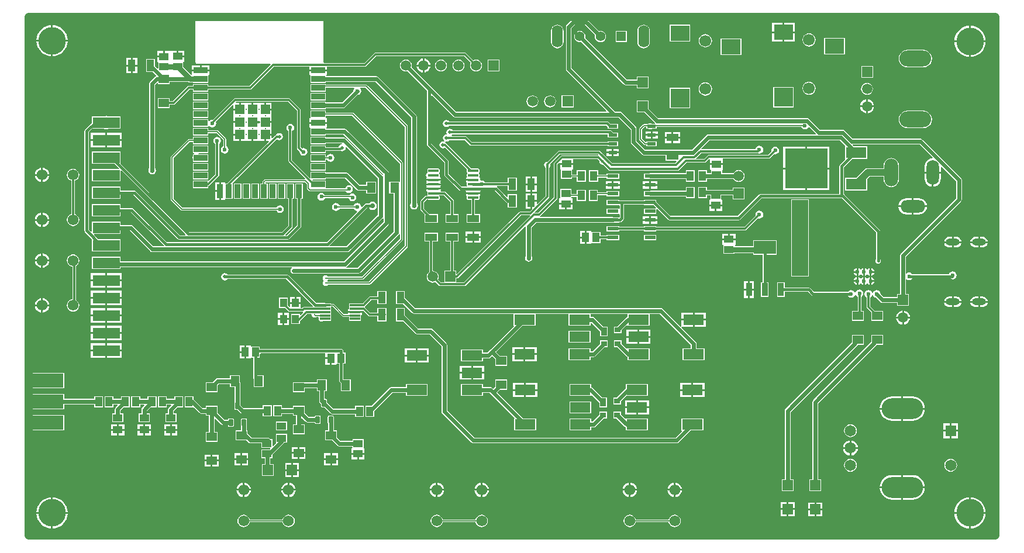
<source format=gtl>
G04 Layer_Physical_Order=1*
G04 Layer_Color=255*
%FSLAX44Y44*%
%MOMM*%
G71*
G01*
G75*
%ADD10R,1.4200X1.1000*%
%ADD11R,1.5000X1.5000*%
%ADD12R,1.2500X1.5000*%
%ADD13R,1.5000X1.5000*%
G04:AMPARAMS|DCode=14|XSize=1.57mm|YSize=0.41mm|CornerRadius=0.0512mm|HoleSize=0mm|Usage=FLASHONLY|Rotation=180.000|XOffset=0mm|YOffset=0mm|HoleType=Round|Shape=RoundedRectangle|*
%AMROUNDEDRECTD14*
21,1,1.5700,0.3075,0,0,180.0*
21,1,1.4675,0.4100,0,0,180.0*
1,1,0.1025,-0.7338,0.1537*
1,1,0.1025,0.7338,0.1537*
1,1,0.1025,0.7338,-0.1537*
1,1,0.1025,-0.7338,-0.1537*
%
%ADD14ROUNDEDRECTD14*%
%ADD15R,1.4986X0.3302*%
%ADD16R,1.5000X1.2500*%
%ADD17R,1.4000X1.1000*%
%ADD18R,6.2000X5.8000*%
%ADD19R,3.0000X1.6000*%
%ADD20R,2.0000X0.9000*%
%ADD21R,0.9000X2.0000*%
%ADD22R,1.3300X1.3300*%
%ADD23R,1.1000X1.4000*%
G04:AMPARAMS|DCode=24|XSize=1mm|YSize=0.65mm|CornerRadius=0.0813mm|HoleSize=0mm|Usage=FLASHONLY|Rotation=90.000|XOffset=0mm|YOffset=0mm|HoleType=Round|Shape=RoundedRectangle|*
%AMROUNDEDRECTD24*
21,1,1.0000,0.4875,0,0,90.0*
21,1,0.8375,0.6500,0,0,90.0*
1,1,0.1625,0.2437,0.4188*
1,1,0.1625,0.2437,-0.4188*
1,1,0.1625,-0.2437,-0.4188*
1,1,0.1625,-0.2437,0.4188*
%
%ADD24ROUNDEDRECTD24*%
%ADD25R,0.9000X0.8000*%
%ADD26R,0.9000X1.2000*%
%ADD27R,3.0000X1.5000*%
%ADD28R,1.6000X0.6000*%
%ADD29R,1.7000X1.1000*%
%ADD30R,1.1000X1.7000*%
%ADD31R,1.1000X1.4200*%
%ADD32R,1.2700X0.5000*%
%ADD33R,4.0000X1.6000*%
%ADD34R,3.1900X1.9100*%
%ADD35R,0.9000X1.9100*%
%ADD36R,1.0500X1.3000*%
%ADD37R,5.0000X2.0000*%
%ADD38R,5.0000X2.0000*%
%ADD39R,2.8000X2.8000*%
%ADD40R,2.8000X2.2000*%
%ADD41C,0.6000*%
%ADD42C,0.2000*%
%ADD43C,0.3000*%
%ADD44C,0.4000*%
%ADD45C,0.3500*%
%ADD46C,0.8000*%
%ADD47C,1.0000*%
%ADD48C,0.4500*%
%ADD49C,1.2000*%
%ADD50C,1.5000*%
%ADD51O,4.6000X2.3000*%
%ADD52C,1.5080*%
%ADD53R,1.5080X1.5080*%
%ADD54O,2.0000X1.0000*%
%ADD55O,2.0000X4.0000*%
%ADD56O,1.8000X3.6000*%
%ADD57O,3.6000X1.8000*%
%ADD58C,1.5750*%
%ADD59C,0.3000*%
%ADD60R,2.4000X11.0000*%
%ADD61O,6.0000X3.0000*%
%ADD62C,1.6500*%
%ADD63R,1.6500X1.6500*%
%ADD64C,1.4080*%
%ADD65R,1.4080X1.4080*%
%ADD66O,1.6000X3.2000*%
%ADD67C,1.7000*%
%ADD68C,1.0000*%
%ADD69C,0.4000*%
%ADD70C,0.7000*%
%ADD71C,0.6000*%
%ADD72C,0.5000*%
%ADD73C,1.4000*%
%ADD74C,1.2000*%
%ADD75C,4.0000*%
G36*
X1661000Y442000D02*
X261000Y442000D01*
X261000Y593730D01*
X261000Y595000D01*
X262270Y595000D01*
X313000D01*
Y617000D01*
X262270D01*
X261000Y618270D01*
Y623730D01*
X261000Y625000D01*
X262270Y625000D01*
X313000D01*
Y631922D01*
X355995D01*
Y628000D01*
X368995D01*
Y644000D01*
X355995D01*
Y640078D01*
X313000D01*
Y647000D01*
X262270D01*
X261000Y648270D01*
X261000Y654730D01*
X261000Y656000D01*
X262270Y656000D01*
X313000D01*
Y678000D01*
X262270D01*
X261000Y679270D01*
X261000Y1193000D01*
X502054Y1193000D01*
X502335Y1192709D01*
X502891Y1191730D01*
X502760Y1191075D01*
Y1128075D01*
X502957Y1127084D01*
X503519Y1126244D01*
X504359Y1125682D01*
X505350Y1125485D01*
X611221D01*
X611707Y1124312D01*
X580719Y1093324D01*
X521350D01*
Y1096275D01*
X511097D01*
X510350Y1096423D01*
X509603Y1096275D01*
X499350D01*
Y1093324D01*
X492775D01*
X491800Y1093130D01*
X490973Y1092577D01*
X469694Y1071299D01*
X465500D01*
Y1076000D01*
X448500D01*
Y1061500D01*
X465500D01*
Y1066201D01*
X470750D01*
X471726Y1066395D01*
X472552Y1066948D01*
X493831Y1088226D01*
X499350D01*
Y1085275D01*
X509603D01*
X510350Y1085126D01*
X511097Y1085275D01*
X521350D01*
Y1088226D01*
X581775D01*
X582750Y1088420D01*
X583577Y1088973D01*
X616056Y1121451D01*
X667810D01*
Y1117445D01*
X692890D01*
Y1121451D01*
X748000D01*
X748976Y1121645D01*
X749802Y1122198D01*
X764056Y1136451D01*
X891944D01*
X901439Y1126957D01*
X900719Y1125219D01*
X900427Y1123000D01*
X900719Y1120781D01*
X901575Y1118713D01*
X902938Y1116938D01*
X904713Y1115575D01*
X906781Y1114719D01*
X909000Y1114427D01*
X911219Y1114719D01*
X913287Y1115575D01*
X915062Y1116938D01*
X916425Y1118713D01*
X917281Y1120781D01*
X917573Y1123000D01*
X917281Y1125219D01*
X916425Y1127287D01*
X915062Y1129062D01*
X913287Y1130425D01*
X911219Y1131281D01*
X909000Y1131573D01*
X906781Y1131281D01*
X905043Y1130561D01*
X894802Y1140802D01*
X893976Y1141355D01*
X893000Y1141549D01*
X763000D01*
X762025Y1141355D01*
X761198Y1140802D01*
X746944Y1126549D01*
X688796D01*
X687889Y1127819D01*
X687940Y1128075D01*
Y1191075D01*
X687810Y1191730D01*
X688365Y1192709D01*
X688646Y1193000D01*
X1661000Y1193000D01*
X1661000Y442000D01*
D02*
G37*
%LPC*%
G36*
X697230Y697730D02*
X690460D01*
Y689460D01*
X697230D01*
Y697730D01*
D02*
G37*
G36*
X920540Y688040D02*
X904270D01*
Y679270D01*
X920540D01*
Y688040D01*
D02*
G37*
G36*
X977730Y703730D02*
X961460D01*
Y694960D01*
X977730D01*
Y703730D01*
D02*
G37*
G36*
X840540Y701730D02*
X824270D01*
Y692960D01*
X840540D01*
Y701730D01*
D02*
G37*
G36*
X821730D02*
X805460D01*
Y692960D01*
X821730D01*
Y701730D01*
D02*
G37*
G36*
X901730Y676730D02*
X885460D01*
Y667960D01*
X901730D01*
Y676730D01*
D02*
G37*
G36*
X693000Y668500D02*
X678500D01*
Y664078D01*
X660500D01*
Y664500D01*
X643500D01*
Y650000D01*
X660500D01*
Y655922D01*
X678500D01*
Y651500D01*
X681672D01*
Y637250D01*
X681672Y637250D01*
X681982Y635689D01*
X682866Y634366D01*
X684715Y632518D01*
Y629813D01*
X684855Y629105D01*
X685256Y628506D01*
X685855Y628105D01*
X686562Y627965D01*
X689268D01*
X698116Y619116D01*
X698116Y619116D01*
X699439Y618232D01*
X701000Y617922D01*
X733500D01*
Y614000D01*
X746500D01*
Y630000D01*
X733500D01*
Y626078D01*
X702689D01*
X693286Y635482D01*
Y638187D01*
X693145Y638895D01*
X692744Y639494D01*
X692145Y639895D01*
X691438Y640035D01*
X689828D01*
Y651500D01*
X693000D01*
Y668500D01*
D02*
G37*
G36*
X839000Y661500D02*
X807000D01*
Y657078D01*
X786000D01*
X786000Y657078D01*
X784439Y656768D01*
X783116Y655884D01*
X757232Y630000D01*
X748500D01*
Y614000D01*
X761500D01*
Y622732D01*
X787689Y648922D01*
X807000D01*
Y644500D01*
X839000D01*
Y661500D01*
D02*
G37*
G36*
X901730Y688040D02*
X885460D01*
Y679270D01*
X901730D01*
Y688040D01*
D02*
G37*
G36*
X567000Y674500D02*
X552500D01*
Y670078D01*
X534750D01*
X534750Y670078D01*
X533189Y669768D01*
X531866Y668884D01*
X531866Y668884D01*
X527482Y664500D01*
X517500D01*
Y650000D01*
X534500D01*
Y659982D01*
X536439Y661922D01*
X552500D01*
Y657500D01*
X559422D01*
Y634994D01*
X559355Y634895D01*
X559215Y634188D01*
Y625812D01*
X559355Y625105D01*
X559756Y624506D01*
X560355Y624105D01*
X561063Y623965D01*
X563768D01*
X567616Y620116D01*
X568939Y619232D01*
X570500Y618922D01*
X600000D01*
Y615000D01*
X613000D01*
Y631000D01*
X600000D01*
Y627078D01*
X572189D01*
X567785Y631482D01*
Y634188D01*
X567645Y634895D01*
X567578Y634994D01*
Y662250D01*
X567578Y662250D01*
X567268Y663811D01*
X567000Y664212D01*
Y674500D01*
D02*
G37*
G36*
X920540Y676730D02*
X904270D01*
Y667960D01*
X920540D01*
Y676730D01*
D02*
G37*
G36*
X996540Y703730D02*
X980270D01*
Y694960D01*
X996540D01*
Y703730D01*
D02*
G37*
G36*
Y715040D02*
X980270D01*
Y706270D01*
X996540D01*
Y715040D01*
D02*
G37*
G36*
X977730D02*
X961460D01*
Y706270D01*
X977730D01*
Y715040D01*
D02*
G37*
G36*
X840540Y713040D02*
X824270D01*
Y704270D01*
X840540D01*
Y713040D01*
D02*
G37*
G36*
X372110Y720790D02*
X350840D01*
Y711520D01*
X372110D01*
Y720790D01*
D02*
G37*
G36*
X573230Y717540D02*
X566460D01*
Y709270D01*
X573230D01*
Y717540D01*
D02*
G37*
G36*
X1099500Y725000D02*
X1088500D01*
Y720268D01*
X1077311Y709078D01*
X1075000D01*
Y713500D01*
X1043000D01*
Y696500D01*
X1075000D01*
Y700922D01*
X1079000D01*
X1079000Y700922D01*
X1080561Y701232D01*
X1081884Y702116D01*
X1094768Y715000D01*
X1099500D01*
Y725000D01*
D02*
G37*
G36*
X573230Y706730D02*
X566460D01*
Y698460D01*
X573230D01*
Y706730D01*
D02*
G37*
G36*
X806000Y796500D02*
X793000D01*
Y777500D01*
X803232D01*
X816116Y764616D01*
X816116Y764616D01*
X817439Y763732D01*
X819000Y763422D01*
X963000D01*
Y746500D01*
X963073D01*
X963559Y745327D01*
X930116Y711884D01*
X925311Y707078D01*
X919000D01*
Y711500D01*
X887000D01*
Y694500D01*
X919000D01*
Y698922D01*
X927000D01*
X927000Y698922D01*
X928561Y699232D01*
X929884Y700116D01*
X932125Y702357D01*
X936500Y697982D01*
Y688000D01*
X953500D01*
Y702500D01*
X943518D01*
X937893Y708125D01*
X976268Y746500D01*
X995000D01*
Y763422D01*
X1043000D01*
Y746500D01*
X1075000D01*
Y749436D01*
X1076270Y749962D01*
X1088500Y737732D01*
Y731000D01*
X1099500D01*
Y745000D01*
X1092768D01*
X1079884Y757884D01*
X1078561Y758768D01*
X1077000Y759078D01*
X1077000Y759078D01*
X1075000D01*
Y763422D01*
X1128000D01*
Y758879D01*
X1127439Y758768D01*
X1126116Y757884D01*
X1126116Y757884D01*
X1113232Y745000D01*
X1108500D01*
Y735000D01*
X1119500D01*
Y739732D01*
X1126827Y747059D01*
X1128000Y746573D01*
Y746500D01*
X1160000D01*
Y763422D01*
X1174811D01*
X1219922Y718311D01*
Y713500D01*
X1208000D01*
Y696500D01*
X1240000D01*
Y713500D01*
X1228078D01*
Y720000D01*
X1227768Y721561D01*
X1226884Y722884D01*
X1226884Y722884D01*
X1205807Y743960D01*
X1206604Y744960D01*
X1207671Y744960D01*
X1222730D01*
Y753730D01*
X1206460D01*
Y746221D01*
X1206460Y745104D01*
X1205460Y744307D01*
X1179384Y770384D01*
X1178061Y771268D01*
X1176500Y771578D01*
X1176500Y771578D01*
X820689D01*
X806000Y786268D01*
Y796500D01*
D02*
G37*
G36*
X1119500Y725000D02*
X1108500D01*
Y715000D01*
X1113232D01*
X1126116Y702116D01*
X1126116Y702116D01*
X1127439Y701232D01*
X1128000Y701121D01*
Y696500D01*
X1160000D01*
Y713500D01*
X1128000D01*
Y713427D01*
X1126827Y712941D01*
X1119500Y720268D01*
Y725000D01*
D02*
G37*
G36*
X821730Y713040D02*
X805460D01*
Y704270D01*
X821730D01*
Y713040D01*
D02*
G37*
G36*
X395920Y708980D02*
X374650D01*
Y699710D01*
X395920D01*
Y708980D01*
D02*
G37*
G36*
X372110D02*
X350840D01*
Y699710D01*
X372110D01*
Y708980D01*
D02*
G37*
G36*
X953500Y668000D02*
X936500D01*
Y658018D01*
X933625Y655143D01*
X932884Y655884D01*
X931561Y656768D01*
X930000Y657078D01*
X930000Y657078D01*
X919000D01*
Y661500D01*
X887000D01*
Y644500D01*
X919000D01*
Y648922D01*
X928311D01*
X931116Y646116D01*
X931116Y646116D01*
X964559Y612673D01*
X964073Y611500D01*
X964000D01*
Y594500D01*
X996000D01*
Y611500D01*
X977268D01*
X939393Y649375D01*
X943518Y653500D01*
X953500D01*
Y668000D01*
D02*
G37*
G36*
X1541000Y643625D02*
X1527270D01*
Y627270D01*
X1558500D01*
X1558286Y629438D01*
X1557283Y632745D01*
X1555654Y635792D01*
X1553463Y638463D01*
X1550792Y640655D01*
X1547745Y642283D01*
X1544438Y643286D01*
X1541000Y643625D01*
D02*
G37*
G36*
X1524730D02*
X1511000D01*
X1507562Y643286D01*
X1504255Y642283D01*
X1501208Y640655D01*
X1498537Y638463D01*
X1496346Y635792D01*
X1494717Y632745D01*
X1493714Y629438D01*
X1493500Y627270D01*
X1524730D01*
Y643625D01*
D02*
G37*
G36*
X1076000Y636500D02*
X1044000D01*
Y619500D01*
X1076000D01*
Y636500D01*
D02*
G37*
G36*
X1159540Y638040D02*
X1143270D01*
Y629270D01*
X1159540D01*
Y638040D01*
D02*
G37*
G36*
X1140730D02*
X1124460D01*
Y629270D01*
X1140730D01*
Y638040D01*
D02*
G37*
G36*
X1076000Y661500D02*
X1044000D01*
Y644500D01*
X1076000D01*
Y644573D01*
X1077173Y645059D01*
X1087500Y634732D01*
Y628000D01*
X1098500D01*
Y642000D01*
X1091768D01*
X1077884Y655884D01*
X1076561Y656768D01*
X1076000Y656879D01*
Y661500D01*
D02*
G37*
G36*
X1524730Y624730D02*
X1493500D01*
X1493714Y622561D01*
X1494717Y619255D01*
X1496346Y616208D01*
X1498537Y613537D01*
X1501208Y611345D01*
X1504255Y609717D01*
X1507562Y608714D01*
X1511000Y608375D01*
X1524730D01*
Y624730D01*
D02*
G37*
G36*
X1098500Y622000D02*
X1087500D01*
Y617268D01*
X1077311Y607078D01*
X1076000D01*
Y611500D01*
X1044000D01*
Y594500D01*
X1076000D01*
Y598922D01*
X1079000D01*
X1079000Y598922D01*
X1080561Y599232D01*
X1081884Y600116D01*
X1093768Y612000D01*
X1098500D01*
Y622000D01*
D02*
G37*
G36*
X628000Y631000D02*
X615000D01*
Y615000D01*
X628000D01*
Y618672D01*
X643500D01*
Y615500D01*
X647922D01*
Y603500D01*
X643500D01*
Y589000D01*
X660500D01*
Y603500D01*
X656078D01*
Y611245D01*
X657252Y611731D01*
X661866Y607116D01*
X663189Y606232D01*
X664750Y605922D01*
X664750Y605922D01*
X675214D01*
Y605812D01*
X675355Y605105D01*
X675756Y604506D01*
X676355Y604105D01*
X677063Y603965D01*
X681937D01*
X682645Y604105D01*
X683244Y604506D01*
X683645Y605105D01*
X683785Y605812D01*
Y614188D01*
X683645Y614895D01*
X683244Y615494D01*
X682645Y615895D01*
X681937Y616035D01*
X677063D01*
X676355Y615895D01*
X675756Y615494D01*
X675355Y614895D01*
X675214Y614188D01*
Y614078D01*
X666439D01*
X660500Y620018D01*
Y630000D01*
X643500D01*
Y626828D01*
X628000D01*
Y631000D01*
D02*
G37*
G36*
X1159540Y626730D02*
X1143270D01*
Y617960D01*
X1159540D01*
Y626730D01*
D02*
G37*
G36*
X1140730D02*
X1124460D01*
Y617960D01*
X1140730D01*
Y626730D01*
D02*
G37*
G36*
X1558500Y624730D02*
X1527270D01*
Y608375D01*
X1541000D01*
X1544438Y608714D01*
X1547745Y609717D01*
X1550792Y611345D01*
X1553463Y613537D01*
X1555654Y616208D01*
X1557283Y619255D01*
X1558286Y622561D01*
X1558500Y624730D01*
D02*
G37*
G36*
X1158000Y661500D02*
X1126000D01*
Y655768D01*
X1112232Y642000D01*
X1107500D01*
Y632000D01*
X1118500D01*
Y636732D01*
X1126268Y644500D01*
X1158000D01*
Y661500D01*
D02*
G37*
G36*
X978730Y663040D02*
X962460D01*
Y654270D01*
X978730D01*
Y663040D01*
D02*
G37*
G36*
X582540Y717540D02*
X575770D01*
Y708000D01*
Y698460D01*
X582540D01*
Y698921D01*
X583000Y700000D01*
X583810Y700000D01*
X586441D01*
Y670750D01*
X586441Y670750D01*
X586674Y669579D01*
X587000Y669092D01*
Y657500D01*
X601500D01*
Y674500D01*
X592559D01*
Y700000D01*
X596000D01*
Y705015D01*
X596953Y706441D01*
X690460D01*
Y700270D01*
X698500D01*
Y699000D01*
X699770D01*
Y689460D01*
X706540D01*
Y689921D01*
X707000Y691000D01*
X710441D01*
Y666750D01*
X710441Y666750D01*
X710674Y665580D01*
X711337Y664587D01*
X713000Y662924D01*
Y651500D01*
X727500D01*
Y668500D01*
X716559D01*
Y691000D01*
X720000D01*
Y707000D01*
X716559D01*
Y709500D01*
X716326Y710670D01*
X715663Y711663D01*
X714670Y712326D01*
X713500Y712559D01*
X596285D01*
X596000Y712985D01*
Y716000D01*
X583810D01*
X583000Y716000D01*
X582540Y717079D01*
Y717540D01*
D02*
G37*
G36*
X1239540Y651730D02*
X1223270D01*
Y642960D01*
X1239540D01*
Y651730D01*
D02*
G37*
G36*
X997540Y663040D02*
X981270D01*
Y654270D01*
X997540D01*
Y663040D01*
D02*
G37*
G36*
X1239540D02*
X1223270D01*
Y654270D01*
X1239540D01*
Y663040D01*
D02*
G37*
G36*
X1220730D02*
X1204460D01*
Y654270D01*
X1220730D01*
Y663040D01*
D02*
G37*
G36*
X485000Y644000D02*
X472000D01*
Y640078D01*
X461332D01*
Y644000D01*
X448332D01*
Y628000D01*
X461332D01*
Y631922D01*
X466995D01*
X467481Y630748D01*
X464116Y627384D01*
X463232Y626061D01*
X462922Y624500D01*
X462922Y624500D01*
Y619350D01*
X458900D01*
Y606350D01*
X475100D01*
Y619350D01*
X471078D01*
Y622811D01*
X476268Y628000D01*
X485000D01*
Y644000D01*
D02*
G37*
G36*
X446332D02*
X433332D01*
Y640078D01*
X422664D01*
Y644000D01*
X409664D01*
Y628000D01*
X422664D01*
Y631922D01*
X428326D01*
X428812Y630748D01*
X425616Y627552D01*
X424732Y626229D01*
X424422Y624668D01*
X424422Y624668D01*
Y619350D01*
X420400D01*
Y606350D01*
X436600D01*
Y619350D01*
X432578D01*
Y622979D01*
X437599Y628000D01*
X446332D01*
Y644000D01*
D02*
G37*
G36*
X407664D02*
X394664D01*
Y640078D01*
X383995D01*
Y644000D01*
X370995D01*
Y628000D01*
X383995D01*
Y631922D01*
X389658D01*
X390144Y630748D01*
X387116Y627720D01*
X386232Y626397D01*
X385922Y624836D01*
X385922Y624836D01*
Y619350D01*
X381900D01*
Y606350D01*
X398100D01*
Y619350D01*
X394078D01*
Y623147D01*
X398931Y628000D01*
X407664D01*
Y644000D01*
D02*
G37*
G36*
X1220730Y651730D02*
X1204460D01*
Y642960D01*
X1220730D01*
Y651730D01*
D02*
G37*
G36*
X997540D02*
X981270D01*
Y642960D01*
X997540D01*
Y651730D01*
D02*
G37*
G36*
X978730D02*
X962460D01*
Y642960D01*
X978730D01*
Y651730D01*
D02*
G37*
G36*
X1649488Y779530D02*
X1638320D01*
Y773195D01*
X1642050D01*
X1644018Y773454D01*
X1645853Y774214D01*
X1647428Y775422D01*
X1648636Y776998D01*
X1649396Y778832D01*
X1649488Y779530D01*
D02*
G37*
G36*
X1635780D02*
X1624612D01*
X1624704Y778832D01*
X1625464Y776998D01*
X1626672Y775422D01*
X1628248Y774214D01*
X1630082Y773454D01*
X1632050Y773195D01*
X1635780D01*
Y779530D01*
D02*
G37*
G36*
X1611488D02*
X1600320D01*
Y773195D01*
X1604050D01*
X1606018Y773454D01*
X1607853Y774214D01*
X1609428Y775422D01*
X1610636Y776998D01*
X1611396Y778832D01*
X1611488Y779530D01*
D02*
G37*
G36*
X279230Y785838D02*
X277781Y785647D01*
X275248Y784597D01*
X273072Y782928D01*
X271402Y780752D01*
X270353Y778219D01*
X270162Y776770D01*
X279230D01*
Y785838D01*
D02*
G37*
G36*
X395920Y785180D02*
X374650D01*
Y775910D01*
X395920D01*
Y785180D01*
D02*
G37*
G36*
X372110D02*
X350840D01*
Y775910D01*
X372110D01*
Y785180D01*
D02*
G37*
G36*
X290838Y774230D02*
X281770D01*
Y765162D01*
X283219Y765353D01*
X285752Y766403D01*
X287928Y768072D01*
X289597Y770248D01*
X290647Y772781D01*
X290838Y774230D01*
D02*
G37*
G36*
X279230D02*
X270162D01*
X270353Y772781D01*
X271402Y770248D01*
X273072Y768072D01*
X275248Y766403D01*
X277781Y765353D01*
X279230Y765162D01*
Y774230D01*
D02*
G37*
G36*
X395920Y771590D02*
X374650D01*
Y762320D01*
X395920D01*
Y771590D01*
D02*
G37*
G36*
X1597780Y779530D02*
X1586612D01*
X1586704Y778832D01*
X1587464Y776998D01*
X1588672Y775422D01*
X1590247Y774214D01*
X1592082Y773454D01*
X1594050Y773195D01*
X1597780D01*
Y779530D01*
D02*
G37*
G36*
X545000Y822139D02*
X543033Y821748D01*
X541366Y820634D01*
X540252Y818967D01*
X539861Y817000D01*
X540252Y815033D01*
X541366Y813366D01*
X543033Y812252D01*
X545000Y811861D01*
X546967Y812252D01*
X548634Y813366D01*
X549018Y813941D01*
X633733D01*
X672775Y774899D01*
X672249Y773629D01*
X660080D01*
X659105Y773435D01*
X658278Y772882D01*
X656944Y771549D01*
X655290D01*
Y777730D01*
X639710D01*
Y773554D01*
X638537Y773068D01*
X636250Y775355D01*
Y786500D01*
X623750D01*
Y771500D01*
X632895D01*
X637198Y767198D01*
X638025Y766645D01*
X639000Y766451D01*
X658000D01*
X658063Y766463D01*
X658688Y765293D01*
X654923Y761528D01*
X653750Y762014D01*
Y763500D01*
X641250D01*
Y748500D01*
X653750D01*
Y753163D01*
X653802Y753198D01*
X664056Y763451D01*
X670169D01*
X670974Y762469D01*
X670881Y762000D01*
X671194Y760424D01*
X672087Y759087D01*
X673424Y758194D01*
X675000Y757881D01*
X676576Y758194D01*
X677604Y758881D01*
X680539D01*
X681217Y757611D01*
X681194Y757576D01*
X680881Y756000D01*
X681194Y754424D01*
X681663Y753722D01*
Y753443D01*
X681850D01*
X682087Y753087D01*
X683424Y752194D01*
X685000Y751881D01*
X686576Y752194D01*
X687913Y753087D01*
X688150Y753443D01*
X698649D01*
Y763349D01*
Y773867D01*
X701249D01*
X715638Y759478D01*
X716300Y759036D01*
X717080Y758881D01*
X725351D01*
Y753443D01*
X742337D01*
Y761809D01*
X743877D01*
Y764730D01*
X723811D01*
Y762959D01*
X717925D01*
X703536Y777348D01*
X702874Y777790D01*
X702094Y777945D01*
X698649D01*
Y778557D01*
X691588D01*
X691327Y778732D01*
X690156Y778965D01*
X677361D01*
X637163Y819163D01*
X636171Y819826D01*
X635000Y820059D01*
X635000Y820059D01*
X549018D01*
X548634Y820634D01*
X546967Y821748D01*
X545000Y822139D01*
D02*
G37*
G36*
X325500Y849452D02*
X323183Y849147D01*
X321024Y848252D01*
X319170Y846830D01*
X317748Y844976D01*
X316854Y842817D01*
X316548Y840500D01*
X316854Y838183D01*
X317748Y836024D01*
X319170Y834170D01*
X321024Y832748D01*
X323183Y831853D01*
X324951Y831621D01*
Y784379D01*
X323183Y784146D01*
X321024Y783252D01*
X319170Y781830D01*
X317748Y779976D01*
X316854Y777817D01*
X316548Y775500D01*
X316854Y773183D01*
X317748Y771024D01*
X319170Y769170D01*
X321024Y767748D01*
X323183Y766853D01*
X325500Y766548D01*
X327817Y766853D01*
X329976Y767748D01*
X331830Y769170D01*
X333252Y771024D01*
X334147Y773183D01*
X334452Y775500D01*
X334147Y777817D01*
X333252Y779976D01*
X331830Y781830D01*
X330049Y783196D01*
Y832804D01*
X331830Y834170D01*
X333252Y836024D01*
X334147Y838183D01*
X334452Y840500D01*
X334147Y842817D01*
X333252Y844976D01*
X331830Y846830D01*
X329976Y848252D01*
X327817Y849147D01*
X325500Y849452D01*
D02*
G37*
G36*
X281770Y785838D02*
Y776770D01*
X290838D01*
X290647Y778219D01*
X289597Y780752D01*
X287928Y782928D01*
X285752Y784597D01*
X283219Y785647D01*
X281770Y785838D01*
D02*
G37*
G36*
X1311040Y797230D02*
X1305270D01*
Y786410D01*
X1311040D01*
Y797230D01*
D02*
G37*
G36*
X1302730D02*
X1296960D01*
Y786410D01*
X1302730D01*
Y797230D01*
D02*
G37*
G36*
X1642050Y788405D02*
X1638320D01*
Y782070D01*
X1649488D01*
X1649396Y782768D01*
X1648636Y784603D01*
X1647428Y786178D01*
X1645853Y787386D01*
X1644018Y788146D01*
X1642050Y788405D01*
D02*
G37*
G36*
X1284540Y870230D02*
X1275000D01*
X1265460D01*
Y863460D01*
X1265920D01*
X1267000Y863000D01*
X1267000Y862190D01*
Y850000D01*
X1283000D01*
Y851402D01*
X1310050D01*
Y848950D01*
X1323941D01*
Y809050D01*
X1321500D01*
Y787950D01*
X1332500D01*
Y809050D01*
X1330059D01*
Y848950D01*
X1343950D01*
Y857051D01*
X1344139Y858000D01*
X1343950Y858949D01*
Y864051D01*
X1344139Y865000D01*
X1343950Y865949D01*
Y870050D01*
X1339446D01*
X1339000Y870139D01*
X1338554Y870050D01*
X1316446D01*
X1316000Y870139D01*
X1315554Y870050D01*
X1310050D01*
Y861598D01*
X1283898D01*
X1283615Y861881D01*
X1283906Y863386D01*
X1284079Y863460D01*
X1284540D01*
Y870230D01*
D02*
G37*
G36*
X395920Y796990D02*
X374650D01*
Y787720D01*
X395920D01*
Y796990D01*
D02*
G37*
G36*
X372110D02*
X350840D01*
Y787720D01*
X372110D01*
Y796990D01*
D02*
G37*
G36*
X655290Y788040D02*
X648770D01*
Y780270D01*
X655290D01*
Y788040D01*
D02*
G37*
G36*
X646230D02*
X639710D01*
Y780270D01*
X646230D01*
Y788040D01*
D02*
G37*
G36*
X779000Y796500D02*
X766000D01*
Y788549D01*
X756000D01*
X755025Y788355D01*
X754198Y787802D01*
X744850Y778455D01*
X742337D01*
Y778557D01*
X725351D01*
Y770191D01*
X723811D01*
Y767270D01*
X743877D01*
Y767848D01*
X745147Y768248D01*
X753198Y760198D01*
X754025Y759645D01*
X755000Y759451D01*
X766000D01*
Y752500D01*
X779000D01*
Y761754D01*
X779049Y762000D01*
X779000Y762246D01*
Y771500D01*
X766000D01*
Y764549D01*
X756056D01*
X747900Y772704D01*
X747795Y773470D01*
X747898Y774293D01*
X757056Y783451D01*
X766000D01*
Y777500D01*
X779000D01*
Y796500D01*
D02*
G37*
G36*
X1604050Y788405D02*
X1600320D01*
Y782070D01*
X1611488D01*
X1611396Y782768D01*
X1610636Y784603D01*
X1609428Y786178D01*
X1607853Y787386D01*
X1606018Y788146D01*
X1604050Y788405D01*
D02*
G37*
G36*
X1635780D02*
X1632050D01*
X1630082Y788146D01*
X1628248Y787386D01*
X1626672Y786178D01*
X1625464Y784603D01*
X1624704Y782768D01*
X1624612Y782070D01*
X1635780D01*
Y788405D01*
D02*
G37*
G36*
X1597780D02*
X1594050D01*
X1592082Y788146D01*
X1590247Y787386D01*
X1588672Y786178D01*
X1587464Y784603D01*
X1586704Y782768D01*
X1586612Y782070D01*
X1597780D01*
Y788405D01*
D02*
G37*
G36*
X372110Y746190D02*
X350840D01*
Y736920D01*
X372110D01*
Y746190D01*
D02*
G37*
G36*
X1161540Y740040D02*
X1145270D01*
Y731270D01*
X1161540D01*
Y740040D01*
D02*
G37*
G36*
X1142730D02*
X1126460D01*
Y731270D01*
X1142730D01*
Y740040D01*
D02*
G37*
G36*
X628730Y754730D02*
X622210D01*
Y746960D01*
X628730D01*
Y754730D01*
D02*
G37*
G36*
X1241540Y753730D02*
X1225270D01*
Y744960D01*
X1241540D01*
Y753730D01*
D02*
G37*
G36*
X395920Y746190D02*
X374650D01*
Y736920D01*
X395920D01*
Y746190D01*
D02*
G37*
G36*
X1161540Y728730D02*
X1145270D01*
Y719960D01*
X1161540D01*
Y728730D01*
D02*
G37*
G36*
X1142730D02*
X1126460D01*
Y719960D01*
X1142730D01*
Y728730D01*
D02*
G37*
G36*
X395920Y720790D02*
X374650D01*
Y711520D01*
X395920D01*
Y720790D01*
D02*
G37*
G36*
Y734380D02*
X374650D01*
Y725110D01*
X395920D01*
Y734380D01*
D02*
G37*
G36*
X372110D02*
X350840D01*
Y725110D01*
X372110D01*
Y734380D01*
D02*
G37*
G36*
X1075000Y738500D02*
X1043000D01*
Y721500D01*
X1075000D01*
Y738500D01*
D02*
G37*
G36*
X637790Y754730D02*
X631270D01*
Y746960D01*
X637790D01*
Y754730D01*
D02*
G37*
G36*
Y765040D02*
X631270D01*
Y757270D01*
X637790D01*
Y765040D01*
D02*
G37*
G36*
X628730D02*
X622210D01*
Y757270D01*
X628730D01*
Y765040D01*
D02*
G37*
G36*
X1241540Y765040D02*
X1225270D01*
Y756270D01*
X1241540D01*
Y765040D01*
D02*
G37*
G36*
X372110Y771590D02*
X350840D01*
Y762320D01*
X372110D01*
Y771590D01*
D02*
G37*
G36*
X1528270Y767959D02*
Y759270D01*
X1536959D01*
X1536782Y760621D01*
X1535770Y763063D01*
X1534161Y765161D01*
X1532063Y766770D01*
X1529621Y767782D01*
X1528270Y767959D01*
D02*
G37*
G36*
X1525730D02*
X1524379Y767782D01*
X1521937Y766770D01*
X1519839Y765161D01*
X1518230Y763063D01*
X1517218Y760621D01*
X1517041Y759270D01*
X1525730D01*
Y767959D01*
D02*
G37*
G36*
X372110Y759780D02*
X350840D01*
Y750510D01*
X372110D01*
Y759780D01*
D02*
G37*
G36*
X1536959Y756730D02*
X1528270D01*
Y748041D01*
X1529621Y748218D01*
X1532063Y749230D01*
X1534161Y750839D01*
X1535770Y752937D01*
X1536782Y755379D01*
X1536959Y756730D01*
D02*
G37*
G36*
X1525730D02*
X1517041D01*
X1517218Y755379D01*
X1518230Y752937D01*
X1519839Y750839D01*
X1521937Y749230D01*
X1524379Y748218D01*
X1525730Y748041D01*
Y756730D01*
D02*
G37*
G36*
X1222730Y765040D02*
X1206460D01*
Y756270D01*
X1222730D01*
Y765040D01*
D02*
G37*
G36*
X1355500Y809050D02*
X1344500D01*
Y787950D01*
X1355500D01*
Y795441D01*
X1389233D01*
X1394587Y790087D01*
X1394587Y790087D01*
X1395580Y789424D01*
X1396750Y789191D01*
X1396750Y789191D01*
X1447331D01*
X1447956Y788256D01*
X1449788Y787031D01*
X1451950Y786601D01*
X1454112Y787031D01*
X1455944Y788256D01*
X1457169Y790088D01*
X1457402Y791263D01*
X1458697D01*
X1458781Y790838D01*
X1460006Y789006D01*
X1461451Y788040D01*
Y767500D01*
X1453500D01*
Y753000D01*
X1470500D01*
Y767500D01*
X1466549D01*
Y788040D01*
X1467994Y789006D01*
X1469219Y790838D01*
X1469648Y793000D01*
X1469219Y795162D01*
X1467994Y796994D01*
X1466162Y798219D01*
X1464000Y798649D01*
X1461838Y798219D01*
X1460006Y796994D01*
X1458781Y795162D01*
X1458548Y793987D01*
X1457253D01*
X1457169Y794412D01*
X1455944Y796244D01*
X1454112Y797469D01*
X1451950Y797898D01*
X1449788Y797469D01*
X1447956Y796244D01*
X1447331Y795309D01*
X1398017D01*
X1392663Y800663D01*
X1391671Y801326D01*
X1390500Y801559D01*
X1390500Y801559D01*
X1355500D01*
Y809050D01*
D02*
G37*
G36*
X395920Y759780D02*
X374650D01*
Y750510D01*
X395920D01*
Y759780D01*
D02*
G37*
G36*
X1498500Y733000D02*
X1481500D01*
Y723018D01*
X1397116Y638634D01*
X1396232Y637311D01*
X1395921Y635750D01*
X1395921Y635750D01*
Y523500D01*
X1391500D01*
Y506500D01*
X1408500D01*
Y523500D01*
X1404078D01*
Y634061D01*
X1488518Y718500D01*
X1498500D01*
Y733000D01*
D02*
G37*
G36*
X927338Y507230D02*
X918270D01*
Y498162D01*
X919719Y498353D01*
X922253Y499403D01*
X924428Y501072D01*
X926097Y503247D01*
X927147Y505781D01*
X927338Y507230D01*
D02*
G37*
G36*
X862338D02*
X853270D01*
Y498162D01*
X854719Y498353D01*
X857252Y499403D01*
X859428Y501072D01*
X861097Y503247D01*
X862147Y505781D01*
X862338Y507230D01*
D02*
G37*
G36*
X915730Y518838D02*
X914281Y518647D01*
X911748Y517597D01*
X909572Y515928D01*
X907903Y513752D01*
X906853Y511219D01*
X906662Y509770D01*
X915730D01*
Y518838D01*
D02*
G37*
G36*
X850730D02*
X849281Y518647D01*
X846748Y517597D01*
X844572Y515928D01*
X842903Y513752D01*
X841853Y511219D01*
X841662Y509770D01*
X850730D01*
Y518838D01*
D02*
G37*
G36*
X1470500Y733000D02*
X1453500D01*
Y722018D01*
X1357116Y625634D01*
X1356232Y624311D01*
X1355922Y622750D01*
X1355922Y622750D01*
Y524000D01*
X1351500D01*
Y507000D01*
X1368500D01*
Y524000D01*
X1364078D01*
Y621061D01*
X1461518Y718500D01*
X1470500D01*
Y733000D01*
D02*
G37*
G36*
X582838Y507230D02*
X573770D01*
Y498162D01*
X575219Y498353D01*
X577752Y499403D01*
X579928Y501072D01*
X581598Y503247D01*
X582647Y505781D01*
X582838Y507230D01*
D02*
G37*
G36*
X1195230D02*
X1186162D01*
X1186353Y505781D01*
X1187403Y503247D01*
X1189072Y501072D01*
X1191248Y499403D01*
X1193781Y498353D01*
X1195230Y498162D01*
Y507230D01*
D02*
G37*
G36*
X1130230D02*
X1121162D01*
X1121353Y505781D01*
X1122402Y503247D01*
X1124072Y501072D01*
X1126248Y499403D01*
X1128781Y498353D01*
X1130230Y498162D01*
Y507230D01*
D02*
G37*
G36*
X1206838D02*
X1197770D01*
Y498162D01*
X1199219Y498353D01*
X1201752Y499403D01*
X1203928Y501072D01*
X1205598Y503247D01*
X1206647Y505781D01*
X1206838Y507230D01*
D02*
G37*
G36*
X1141838D02*
X1132770D01*
Y498162D01*
X1134219Y498353D01*
X1136752Y499403D01*
X1138928Y501072D01*
X1140598Y503247D01*
X1141647Y505781D01*
X1141838Y507230D01*
D02*
G37*
G36*
X647838D02*
X638770D01*
Y498162D01*
X640219Y498353D01*
X642753Y499403D01*
X644928Y501072D01*
X646598Y503247D01*
X647647Y505781D01*
X647838Y507230D01*
D02*
G37*
G36*
X853270Y518838D02*
Y509770D01*
X862338D01*
X862147Y511219D01*
X861097Y513752D01*
X859428Y515928D01*
X857252Y517597D01*
X854719Y518647D01*
X853270Y518838D01*
D02*
G37*
G36*
X1197770D02*
Y509770D01*
X1206838D01*
X1206647Y511219D01*
X1205598Y513752D01*
X1203928Y515928D01*
X1201752Y517597D01*
X1199219Y518647D01*
X1197770Y518838D01*
D02*
G37*
G36*
X1132770D02*
Y509770D01*
X1141838D01*
X1141647Y511219D01*
X1140598Y513752D01*
X1138928Y515928D01*
X1136752Y517597D01*
X1134219Y518647D01*
X1132770Y518838D01*
D02*
G37*
G36*
X638770D02*
Y509770D01*
X647838D01*
X647647Y511219D01*
X646598Y513752D01*
X644928Y515928D01*
X642753Y517597D01*
X640219Y518647D01*
X638770Y518838D01*
D02*
G37*
G36*
X641230Y535730D02*
X632460D01*
Y526960D01*
X641230D01*
Y535730D01*
D02*
G37*
G36*
X1541000Y529625D02*
X1527270D01*
Y513270D01*
X1558500D01*
X1558286Y515438D01*
X1557283Y518745D01*
X1555654Y521792D01*
X1553463Y524463D01*
X1550792Y526655D01*
X1547745Y528283D01*
X1544438Y529286D01*
X1541000Y529625D01*
D02*
G37*
G36*
X1524730D02*
X1511000D01*
X1507562Y529286D01*
X1504255Y528283D01*
X1501208Y526655D01*
X1498537Y524463D01*
X1496346Y521792D01*
X1494717Y518745D01*
X1493714Y515438D01*
X1493500Y513270D01*
X1524730D01*
Y529625D01*
D02*
G37*
G36*
X636230Y518838D02*
X634781Y518647D01*
X632248Y517597D01*
X630072Y515928D01*
X628403Y513752D01*
X627353Y511219D01*
X627162Y509770D01*
X636230D01*
Y518838D01*
D02*
G37*
G36*
X571230D02*
X569781Y518647D01*
X567248Y517597D01*
X565072Y515928D01*
X563402Y513752D01*
X562353Y511219D01*
X562162Y509770D01*
X571230D01*
Y518838D01*
D02*
G37*
G36*
X918270Y518838D02*
Y509770D01*
X927338D01*
X927147Y511219D01*
X926097Y513752D01*
X924428Y515928D01*
X922253Y517597D01*
X919719Y518647D01*
X918270Y518838D01*
D02*
G37*
G36*
X573770D02*
Y509770D01*
X582838D01*
X582647Y511219D01*
X581598Y513752D01*
X579928Y515928D01*
X577752Y517597D01*
X575219Y518647D01*
X573770Y518838D01*
D02*
G37*
G36*
X1195230Y518838D02*
X1193781Y518647D01*
X1191248Y517597D01*
X1189072Y515928D01*
X1187403Y513752D01*
X1186353Y511219D01*
X1186162Y509770D01*
X1195230D01*
Y518838D01*
D02*
G37*
G36*
X1130230D02*
X1128781Y518647D01*
X1126248Y517597D01*
X1124072Y515928D01*
X1122402Y513752D01*
X1121353Y511219D01*
X1121162Y509770D01*
X1130230D01*
Y518838D01*
D02*
G37*
G36*
X1410040Y478730D02*
X1401270D01*
Y469960D01*
X1410040D01*
Y478730D01*
D02*
G37*
G36*
X1398730D02*
X1389960D01*
Y469960D01*
X1398730D01*
Y478730D01*
D02*
G37*
G36*
X1196500Y472452D02*
X1194183Y472146D01*
X1192024Y471252D01*
X1190170Y469830D01*
X1188748Y467976D01*
X1187853Y465817D01*
X1187817Y465539D01*
X1140183D01*
X1140146Y465817D01*
X1139252Y467976D01*
X1137830Y469830D01*
X1135976Y471252D01*
X1133817Y472146D01*
X1131500Y472452D01*
X1129183Y472146D01*
X1127024Y471252D01*
X1125170Y469830D01*
X1123748Y467976D01*
X1122853Y465817D01*
X1122548Y463500D01*
X1122853Y461183D01*
X1123748Y459024D01*
X1125170Y457170D01*
X1127024Y455748D01*
X1129183Y454853D01*
X1131500Y454548D01*
X1133817Y454853D01*
X1135976Y455748D01*
X1137830Y457170D01*
X1139252Y459024D01*
X1140146Y461183D01*
X1140183Y461461D01*
X1187817D01*
X1187853Y461183D01*
X1188748Y459024D01*
X1190170Y457170D01*
X1192024Y455748D01*
X1194183Y454853D01*
X1196500Y454548D01*
X1198817Y454853D01*
X1200976Y455748D01*
X1202830Y457170D01*
X1204252Y459024D01*
X1205147Y461183D01*
X1205452Y463500D01*
X1205147Y465817D01*
X1204252Y467976D01*
X1202830Y469830D01*
X1200976Y471252D01*
X1198817Y472146D01*
X1196500Y472452D01*
D02*
G37*
G36*
X293730Y497524D02*
X290581Y497214D01*
X286333Y495925D01*
X282417Y493832D01*
X278985Y491015D01*
X276168Y487583D01*
X274075Y483667D01*
X272786Y479419D01*
X272476Y476270D01*
X293730D01*
Y497524D01*
D02*
G37*
G36*
X1370040Y479230D02*
X1361270D01*
Y470460D01*
X1370040D01*
Y479230D01*
D02*
G37*
G36*
X1358730D02*
X1349960D01*
Y470460D01*
X1358730D01*
Y479230D01*
D02*
G37*
G36*
X1622730Y473730D02*
X1601476D01*
X1601786Y470581D01*
X1603075Y466333D01*
X1605168Y462417D01*
X1607985Y458985D01*
X1611417Y456168D01*
X1615333Y454075D01*
X1619581Y452786D01*
X1622730Y452476D01*
Y473730D01*
D02*
G37*
G36*
X317524D02*
X296270D01*
Y452476D01*
X299419Y452786D01*
X303667Y454075D01*
X307583Y456168D01*
X311015Y458985D01*
X313832Y462417D01*
X315925Y466333D01*
X317214Y470581D01*
X317524Y473730D01*
D02*
G37*
G36*
X293730D02*
X272476D01*
X272786Y470581D01*
X274075Y466333D01*
X276168Y462417D01*
X278985Y458985D01*
X282417Y456168D01*
X286333Y454075D01*
X290581Y452786D01*
X293730Y452476D01*
Y473730D01*
D02*
G37*
G36*
X917000Y472452D02*
X914683Y472146D01*
X912524Y471252D01*
X910670Y469830D01*
X909248Y467976D01*
X908354Y465817D01*
X908317Y465539D01*
X860683D01*
X860647Y465817D01*
X859752Y467976D01*
X858330Y469830D01*
X856476Y471252D01*
X854317Y472146D01*
X852000Y472452D01*
X849683Y472146D01*
X847524Y471252D01*
X845670Y469830D01*
X844248Y467976D01*
X843354Y465817D01*
X843048Y463500D01*
X843354Y461183D01*
X844248Y459024D01*
X845670Y457170D01*
X847524Y455748D01*
X849683Y454853D01*
X852000Y454548D01*
X854317Y454853D01*
X856476Y455748D01*
X858330Y457170D01*
X859752Y459024D01*
X860647Y461183D01*
X860683Y461461D01*
X908317D01*
X908354Y461183D01*
X909248Y459024D01*
X910670Y457170D01*
X912524Y455748D01*
X914683Y454853D01*
X917000Y454548D01*
X919317Y454853D01*
X921476Y455748D01*
X923330Y457170D01*
X924752Y459024D01*
X925647Y461183D01*
X925952Y463500D01*
X925647Y465817D01*
X924752Y467976D01*
X923330Y469830D01*
X921476Y471252D01*
X919317Y472146D01*
X917000Y472452D01*
D02*
G37*
G36*
X637500D02*
X635183Y472146D01*
X633024Y471252D01*
X631170Y469830D01*
X629748Y467976D01*
X628853Y465817D01*
X628817Y465539D01*
X581183D01*
X581147Y465817D01*
X580252Y467976D01*
X578830Y469830D01*
X576976Y471252D01*
X574817Y472146D01*
X572500Y472452D01*
X570183Y472146D01*
X568024Y471252D01*
X566170Y469830D01*
X564748Y467976D01*
X563853Y465817D01*
X563548Y463500D01*
X563853Y461183D01*
X564748Y459024D01*
X566170Y457170D01*
X568024Y455748D01*
X570183Y454853D01*
X572500Y454548D01*
X574817Y454853D01*
X576976Y455748D01*
X578830Y457170D01*
X580252Y459024D01*
X581147Y461183D01*
X581183Y461461D01*
X628817D01*
X628853Y461183D01*
X629748Y459024D01*
X631170Y457170D01*
X633024Y455748D01*
X635183Y454853D01*
X637500Y454548D01*
X639817Y454853D01*
X641976Y455748D01*
X643830Y457170D01*
X645252Y459024D01*
X646147Y461183D01*
X646452Y463500D01*
X646147Y465817D01*
X645252Y467976D01*
X643830Y469830D01*
X641976Y471252D01*
X639817Y472146D01*
X637500Y472452D01*
D02*
G37*
G36*
X1646524Y473730D02*
X1625270D01*
Y452476D01*
X1628419Y452786D01*
X1632667Y454075D01*
X1636583Y456168D01*
X1640015Y458985D01*
X1642832Y462417D01*
X1644925Y466333D01*
X1646214Y470581D01*
X1646524Y473730D01*
D02*
G37*
G36*
X296270Y497524D02*
Y476270D01*
X317524D01*
X317214Y479419D01*
X315925Y483667D01*
X313832Y487583D01*
X311015Y491015D01*
X307583Y493832D01*
X303667Y495925D01*
X299419Y497214D01*
X296270Y497524D01*
D02*
G37*
G36*
X850730Y507230D02*
X841662D01*
X841853Y505781D01*
X842903Y503247D01*
X844572Y501072D01*
X846748Y499403D01*
X849281Y498353D01*
X850730Y498162D01*
Y507230D01*
D02*
G37*
G36*
X1558500Y510730D02*
X1527270D01*
Y494375D01*
X1541000D01*
X1544438Y494714D01*
X1547745Y495717D01*
X1550792Y497345D01*
X1553463Y499537D01*
X1555654Y502208D01*
X1557283Y505255D01*
X1558286Y508562D01*
X1558500Y510730D01*
D02*
G37*
G36*
X1524730D02*
X1493500D01*
X1493714Y508562D01*
X1494717Y505255D01*
X1496346Y502208D01*
X1498537Y499537D01*
X1501208Y497345D01*
X1504255Y495717D01*
X1507562Y494714D01*
X1511000Y494375D01*
X1524730D01*
Y510730D01*
D02*
G37*
G36*
X636230Y507230D02*
X627162D01*
X627353Y505781D01*
X628403Y503247D01*
X630072Y501072D01*
X632248Y499403D01*
X634781Y498353D01*
X636230Y498162D01*
Y507230D01*
D02*
G37*
G36*
X571230D02*
X562162D01*
X562353Y505781D01*
X563402Y503247D01*
X565072Y501072D01*
X567248Y499403D01*
X569781Y498353D01*
X571230Y498162D01*
Y507230D01*
D02*
G37*
G36*
X915730Y507230D02*
X906662D01*
X906853Y505781D01*
X907903Y503247D01*
X909572Y501072D01*
X911748Y499403D01*
X914281Y498353D01*
X915730Y498162D01*
Y507230D01*
D02*
G37*
G36*
X1398730Y490040D02*
X1389960D01*
Y481270D01*
X1398730D01*
Y490040D01*
D02*
G37*
G36*
X1625270Y497524D02*
Y476270D01*
X1646524D01*
X1646214Y479419D01*
X1644925Y483667D01*
X1642832Y487583D01*
X1640015Y491015D01*
X1636583Y493832D01*
X1632667Y495925D01*
X1628419Y497214D01*
X1625270Y497524D01*
D02*
G37*
G36*
X1622730D02*
X1619581Y497214D01*
X1615333Y495925D01*
X1611417Y493832D01*
X1607985Y491015D01*
X1605168Y487583D01*
X1603075Y483667D01*
X1601786Y479419D01*
X1601476Y476270D01*
X1622730D01*
Y497524D01*
D02*
G37*
G36*
X1370040Y490540D02*
X1361270D01*
Y481770D01*
X1370040D01*
Y490540D01*
D02*
G37*
G36*
X1358730D02*
X1349960D01*
Y481770D01*
X1358730D01*
Y490540D01*
D02*
G37*
G36*
X1410040Y490040D02*
X1401270D01*
Y481270D01*
X1410040D01*
Y490040D01*
D02*
G37*
G36*
X388730Y593880D02*
X380360D01*
Y587110D01*
X388730D01*
Y593880D01*
D02*
G37*
G36*
X1451000Y603330D02*
X1448585Y603012D01*
X1446335Y602080D01*
X1444403Y600597D01*
X1442920Y598665D01*
X1441988Y596415D01*
X1441670Y594000D01*
X1441988Y591585D01*
X1442920Y589335D01*
X1444403Y587403D01*
X1446335Y585920D01*
X1448585Y584988D01*
X1451000Y584670D01*
X1453415Y584988D01*
X1455665Y585920D01*
X1457597Y587403D01*
X1459080Y589335D01*
X1460012Y591585D01*
X1460330Y594000D01*
X1460012Y596415D01*
X1459080Y598665D01*
X1457597Y600597D01*
X1455665Y602080D01*
X1453415Y603012D01*
X1451000Y603330D01*
D02*
G37*
G36*
X1606790Y592730D02*
X1597270D01*
Y583210D01*
X1606790D01*
Y592730D01*
D02*
G37*
G36*
X438140Y593880D02*
X429770D01*
Y587110D01*
X438140D01*
Y593880D01*
D02*
G37*
G36*
X427230D02*
X418860D01*
Y587110D01*
X427230D01*
Y593880D01*
D02*
G37*
G36*
X399640Y593880D02*
X391270D01*
Y587110D01*
X399640D01*
Y593880D01*
D02*
G37*
G36*
X1449730Y579716D02*
X1448183Y579512D01*
X1445558Y578425D01*
X1443304Y576696D01*
X1441575Y574441D01*
X1440488Y571817D01*
X1440284Y570270D01*
X1449730D01*
Y579716D01*
D02*
G37*
G36*
X662040Y570540D02*
X653270D01*
Y563020D01*
X662040D01*
Y570540D01*
D02*
G37*
G36*
X650730D02*
X641960D01*
Y563020D01*
X650730D01*
Y570540D01*
D02*
G37*
G36*
X1594730Y592730D02*
X1585210D01*
Y583210D01*
X1594730D01*
Y592730D01*
D02*
G37*
G36*
X806000Y771500D02*
X793000D01*
Y752500D01*
X803232D01*
X820616Y735116D01*
X821939Y734232D01*
X823500Y733922D01*
X823500Y733922D01*
X841311D01*
X858922Y716311D01*
Y622000D01*
X858922Y622000D01*
X859232Y620439D01*
X860116Y619116D01*
X902116Y577116D01*
X903439Y576232D01*
X905000Y575922D01*
X905000Y575922D01*
X1199000D01*
X1199000Y575922D01*
X1200561Y576232D01*
X1201884Y577116D01*
X1219268Y594500D01*
X1238000D01*
Y611500D01*
X1206000D01*
Y594500D01*
X1206073D01*
X1206559Y593327D01*
X1197311Y584078D01*
X906689D01*
X867078Y623689D01*
Y718000D01*
X867078Y718000D01*
X866768Y719561D01*
X865884Y720884D01*
X865884Y720884D01*
X845884Y740884D01*
X844561Y741768D01*
X843000Y742078D01*
X843000Y742078D01*
X825189D01*
X806000Y761268D01*
Y771500D01*
D02*
G37*
G36*
X1452270Y579716D02*
Y570270D01*
X1461716D01*
X1461512Y571817D01*
X1460425Y574441D01*
X1458696Y576696D01*
X1456442Y578425D01*
X1453817Y579512D01*
X1452270Y579716D01*
D02*
G37*
G36*
X465730Y593880D02*
X457360D01*
Y587110D01*
X465730D01*
Y593880D01*
D02*
G37*
G36*
X476640Y603190D02*
X468270D01*
Y596420D01*
X476640D01*
Y603190D01*
D02*
G37*
G36*
X438140D02*
X429770D01*
Y596420D01*
X438140D01*
Y603190D01*
D02*
G37*
G36*
X465730D02*
X457360D01*
Y596420D01*
X465730D01*
Y603190D01*
D02*
G37*
G36*
X500000Y644000D02*
X487000D01*
Y628000D01*
X500000D01*
X500000Y628000D01*
Y628000D01*
X500941Y627291D01*
X508366Y619866D01*
X508366Y619866D01*
X509689Y618982D01*
X511250Y618672D01*
X517500D01*
Y615500D01*
X521922D01*
Y592500D01*
X517500D01*
Y578000D01*
X534500D01*
Y592500D01*
X530078D01*
Y611245D01*
X531252Y611731D01*
X539866Y603116D01*
X539866Y603116D01*
X541189Y602232D01*
X542750Y601922D01*
X549715D01*
Y601813D01*
X549855Y601105D01*
X550256Y600506D01*
X550855Y600105D01*
X551562Y599964D01*
X556437D01*
X557145Y600105D01*
X557744Y600506D01*
X558145Y601105D01*
X558285Y601813D01*
Y610187D01*
X558145Y610895D01*
X557744Y611494D01*
X557145Y611895D01*
X556437Y612035D01*
X551562D01*
X550855Y611895D01*
X550256Y611494D01*
X549855Y610895D01*
X549715Y610187D01*
Y610078D01*
X544439D01*
X534500Y620018D01*
Y630000D01*
X517500D01*
Y626828D01*
X512939D01*
X500884Y638884D01*
X500000Y639474D01*
Y644000D01*
D02*
G37*
G36*
X399640Y603190D02*
X391270D01*
Y596420D01*
X399640D01*
Y603190D01*
D02*
G37*
G36*
X388730D02*
X380360D01*
Y596420D01*
X388730D01*
Y603190D01*
D02*
G37*
G36*
X1118500Y622000D02*
X1107500D01*
Y612000D01*
X1112232D01*
X1124116Y600116D01*
X1125439Y599232D01*
X1126000Y599120D01*
Y594500D01*
X1158000D01*
Y611500D01*
X1126000D01*
Y611427D01*
X1124827Y610941D01*
X1118500Y617268D01*
Y622000D01*
D02*
G37*
G36*
X635100Y607350D02*
X618900D01*
Y594350D01*
X635100D01*
Y607350D01*
D02*
G37*
G36*
X476640Y593880D02*
X468270D01*
Y587110D01*
X476640D01*
Y593880D01*
D02*
G37*
G36*
X427230Y603190D02*
X418860D01*
Y596420D01*
X427230D01*
Y603190D01*
D02*
G37*
G36*
X1606790Y604790D02*
X1597270D01*
Y595270D01*
X1606790D01*
Y604790D01*
D02*
G37*
G36*
X1594730D02*
X1585210D01*
Y595270D01*
X1594730D01*
Y604790D01*
D02*
G37*
G36*
X567730Y551480D02*
X558960D01*
Y543960D01*
X567730D01*
Y551480D01*
D02*
G37*
G36*
X536040Y549480D02*
X527270D01*
Y541960D01*
X536040D01*
Y549480D01*
D02*
G37*
G36*
X524730D02*
X515960D01*
Y541960D01*
X524730D01*
Y549480D01*
D02*
G37*
G36*
X709040Y551480D02*
X700270D01*
Y543960D01*
X709040D01*
Y551480D01*
D02*
G37*
G36*
X697730D02*
X688960D01*
Y543960D01*
X697730D01*
Y551480D01*
D02*
G37*
G36*
X579040Y551480D02*
X570270D01*
Y543960D01*
X579040D01*
Y551480D01*
D02*
G37*
G36*
X1451000Y553330D02*
X1448585Y553012D01*
X1446335Y552080D01*
X1444403Y550597D01*
X1442920Y548665D01*
X1441988Y546415D01*
X1441670Y544000D01*
X1441988Y541585D01*
X1442920Y539335D01*
X1444403Y537403D01*
X1446335Y535920D01*
X1448585Y534988D01*
X1451000Y534670D01*
X1453415Y534988D01*
X1455665Y535920D01*
X1457597Y537403D01*
X1459080Y539335D01*
X1460012Y541585D01*
X1460330Y544000D01*
X1460012Y546415D01*
X1459080Y548665D01*
X1457597Y550597D01*
X1455665Y552080D01*
X1453415Y553012D01*
X1451000Y553330D01*
D02*
G37*
G36*
X575438Y612035D02*
X570563D01*
X569855Y611895D01*
X569256Y611494D01*
X568855Y610895D01*
X568714Y610187D01*
Y601813D01*
X568855Y601105D01*
X568922Y601006D01*
Y594500D01*
X560500D01*
Y580000D01*
X576482D01*
X579366Y577116D01*
X580689Y576232D01*
X582250Y575922D01*
X582250Y575922D01*
X598000D01*
Y569000D01*
X610487D01*
X610961Y567891D01*
X610226Y567000D01*
X598000D01*
Y554000D01*
X602922D01*
Y545500D01*
X599000D01*
Y528500D01*
X616000D01*
Y545500D01*
X611078D01*
Y554000D01*
X614000D01*
Y559232D01*
X629884Y575116D01*
X629884Y575116D01*
X630768Y576439D01*
X630810Y576650D01*
X635100D01*
Y589650D01*
X618900D01*
Y576650D01*
X618900D01*
X619188Y575955D01*
X615173Y571941D01*
X614000Y572427D01*
Y582000D01*
X610974D01*
X610384Y582884D01*
X609061Y583768D01*
X607500Y584078D01*
X583939D01*
X577500Y590518D01*
Y594500D01*
X577078D01*
Y601006D01*
X577145Y601105D01*
X577285Y601813D01*
Y610187D01*
X577145Y610895D01*
X576744Y611494D01*
X576145Y611895D01*
X575438Y612035D01*
D02*
G37*
G36*
X652540Y535730D02*
X643770D01*
Y526960D01*
X652540D01*
Y535730D01*
D02*
G37*
G36*
Y547040D02*
X643770D01*
Y538270D01*
X652540D01*
Y547040D01*
D02*
G37*
G36*
X641230D02*
X632460D01*
Y538270D01*
X641230D01*
Y547040D01*
D02*
G37*
G36*
X1596000Y553330D02*
X1593585Y553012D01*
X1591335Y552080D01*
X1589403Y550597D01*
X1587920Y548665D01*
X1586988Y546415D01*
X1586670Y544000D01*
X1586988Y541585D01*
X1587920Y539335D01*
X1589403Y537403D01*
X1591335Y535920D01*
X1593585Y534988D01*
X1596000Y534670D01*
X1598415Y534988D01*
X1600665Y535920D01*
X1602597Y537403D01*
X1604080Y539335D01*
X1605012Y541585D01*
X1605330Y544000D01*
X1605012Y546415D01*
X1604080Y548665D01*
X1602597Y550597D01*
X1600665Y552080D01*
X1598415Y553012D01*
X1596000Y553330D01*
D02*
G37*
G36*
X524730Y559540D02*
X515960D01*
Y552020D01*
X524730D01*
Y559540D01*
D02*
G37*
G36*
X709040Y561540D02*
X700270D01*
Y554020D01*
X709040D01*
Y561540D01*
D02*
G37*
G36*
X697730D02*
X688960D01*
Y554020D01*
X697730D01*
Y561540D01*
D02*
G37*
G36*
X579040D02*
X570270D01*
Y554020D01*
X579040D01*
Y561540D01*
D02*
G37*
G36*
X700938Y616035D02*
X696062D01*
X695355Y615895D01*
X694756Y615494D01*
X694355Y614895D01*
X694214Y614188D01*
Y605812D01*
X694355Y605105D01*
X694756Y604506D01*
X694922Y604395D01*
Y594500D01*
X690500D01*
Y580000D01*
X700482D01*
X707866Y572616D01*
X707866Y572616D01*
X709189Y571732D01*
X710750Y571422D01*
X710750Y571422D01*
X729102D01*
X730000Y570524D01*
X730000Y569000D01*
X728921Y568540D01*
X728460D01*
Y561770D01*
X747540D01*
Y568540D01*
X747079D01*
X746000Y569000D01*
X746000Y569810D01*
Y582000D01*
X730000D01*
Y579578D01*
X712439D01*
X707500Y584518D01*
Y594500D01*
X703078D01*
Y609500D01*
X703078Y609500D01*
X702785Y610972D01*
Y614188D01*
X702645Y614895D01*
X702244Y615494D01*
X701645Y615895D01*
X700938Y616035D01*
D02*
G37*
G36*
X1461716Y567730D02*
X1452270D01*
Y558284D01*
X1453817Y558488D01*
X1456442Y559575D01*
X1458696Y561304D01*
X1460425Y563558D01*
X1461512Y566183D01*
X1461716Y567730D01*
D02*
G37*
G36*
X1449730D02*
X1440284D01*
X1440488Y566183D01*
X1441575Y563558D01*
X1443304Y561304D01*
X1445558Y559575D01*
X1448183Y558488D01*
X1449730Y558284D01*
Y567730D01*
D02*
G37*
G36*
X747540Y559230D02*
X739270D01*
Y552460D01*
X747540D01*
Y559230D01*
D02*
G37*
G36*
X736730D02*
X728460D01*
Y552460D01*
X736730D01*
Y559230D01*
D02*
G37*
G36*
X536040Y559540D02*
X527270D01*
Y552020D01*
X536040D01*
Y559540D01*
D02*
G37*
G36*
X567730Y561540D02*
X558960D01*
Y554020D01*
X567730D01*
Y561540D01*
D02*
G37*
G36*
X662040Y560480D02*
X653270D01*
Y552960D01*
X662040D01*
Y560480D01*
D02*
G37*
G36*
X650730D02*
X641960D01*
Y552960D01*
X650730D01*
Y560480D01*
D02*
G37*
G36*
X1302730Y810590D02*
X1296960D01*
Y799770D01*
X1302730D01*
Y810590D01*
D02*
G37*
G36*
X1191730Y1026540D02*
X1181960D01*
Y1019770D01*
X1191730D01*
Y1026540D01*
D02*
G37*
G36*
X624000Y1025139D02*
X622034Y1024748D01*
X620366Y1023634D01*
X619587Y1022467D01*
X619025Y1022355D01*
X618198Y1021802D01*
X614063Y1017668D01*
X612890Y1018154D01*
Y1021555D01*
X604970D01*
Y1013635D01*
X608371D01*
X608857Y1012462D01*
X549098Y952702D01*
X548678Y952075D01*
X545400Y952075D01*
X545240Y953279D01*
Y953615D01*
X539470D01*
Y941075D01*
Y928535D01*
X545240D01*
Y928871D01*
X545400Y930075D01*
X546510Y930075D01*
X556400D01*
Y952075D01*
X556400Y952075D01*
X556400D01*
X556807Y953202D01*
X620007Y1016402D01*
X620366Y1016366D01*
X622034Y1015252D01*
X624000Y1014861D01*
X625966Y1015252D01*
X627634Y1016366D01*
X628748Y1018034D01*
X629139Y1020000D01*
X628748Y1021966D01*
X627634Y1023634D01*
X625966Y1024748D01*
X624000Y1025139D01*
D02*
G37*
G36*
X1204040Y1026540D02*
X1194270D01*
Y1019770D01*
X1204040D01*
Y1026540D01*
D02*
G37*
G36*
X1171890Y1027390D02*
X1164270D01*
Y1023620D01*
X1171890D01*
Y1027390D01*
D02*
G37*
G36*
X1161730D02*
X1154110D01*
Y1023620D01*
X1161730D01*
Y1027390D01*
D02*
G37*
G36*
X1171890Y1021080D02*
X1164270D01*
Y1017310D01*
X1171890D01*
Y1021080D01*
D02*
G37*
G36*
X565730Y1021555D02*
X557810D01*
Y1013635D01*
X565730D01*
Y1021555D01*
D02*
G37*
G36*
X1204040Y1017230D02*
X1194270D01*
Y1010460D01*
X1204040D01*
Y1017230D01*
D02*
G37*
G36*
X372110Y1025590D02*
X350840D01*
Y1016320D01*
X372110D01*
Y1025590D01*
D02*
G37*
G36*
X1161730Y1021080D02*
X1154110D01*
Y1017310D01*
X1161730D01*
Y1021080D01*
D02*
G37*
G36*
X395920Y1025590D02*
X374650D01*
Y1016320D01*
X395920D01*
Y1025590D01*
D02*
G37*
G36*
X866000Y1044139D02*
X864034Y1043748D01*
X862366Y1042634D01*
X861252Y1040966D01*
X860861Y1039000D01*
X861252Y1037033D01*
X862366Y1035366D01*
X864034Y1034252D01*
X866000Y1033861D01*
X867967Y1034252D01*
X869634Y1035366D01*
X870188Y1036196D01*
X1097889D01*
X1099650Y1034435D01*
Y1031550D01*
X1114350D01*
Y1038550D01*
X1103465D01*
X1101033Y1040983D01*
X1100123Y1041590D01*
X1099050Y1041804D01*
X870188D01*
X869634Y1042634D01*
X867967Y1043748D01*
X866000Y1044139D01*
D02*
G37*
G36*
X1219000Y1091000D02*
X1189000D01*
Y1061000D01*
X1219000D01*
Y1091000D01*
D02*
G37*
G36*
X612890Y1068715D02*
X604970D01*
Y1060795D01*
X612890D01*
Y1068715D01*
D02*
G37*
G36*
X1369000Y1092000D02*
X1339000D01*
Y1062000D01*
X1369000D01*
Y1092000D01*
D02*
G37*
G36*
X1016000Y1079573D02*
X1013781Y1079281D01*
X1011713Y1078425D01*
X1009938Y1077062D01*
X1008575Y1075287D01*
X1007719Y1073219D01*
X1007427Y1071000D01*
X1007719Y1068781D01*
X1008575Y1066713D01*
X1009938Y1064938D01*
X1011713Y1063575D01*
X1013781Y1062719D01*
X1016000Y1062427D01*
X1018219Y1062719D01*
X1020287Y1063575D01*
X1022062Y1064938D01*
X1023425Y1066713D01*
X1024281Y1068781D01*
X1024573Y1071000D01*
X1024281Y1073219D01*
X1023425Y1075287D01*
X1022062Y1077062D01*
X1020287Y1078425D01*
X1018219Y1079281D01*
X1016000Y1079573D01*
D02*
G37*
G36*
X990600D02*
X988381Y1079281D01*
X986313Y1078425D01*
X984538Y1077062D01*
X983175Y1075287D01*
X982319Y1073219D01*
X982027Y1071000D01*
X982319Y1068781D01*
X983175Y1066713D01*
X984538Y1064938D01*
X986313Y1063575D01*
X988381Y1062719D01*
X990600Y1062427D01*
X992819Y1062719D01*
X994887Y1063575D01*
X996662Y1064938D01*
X998025Y1066713D01*
X998881Y1068781D01*
X999173Y1071000D01*
X998881Y1073219D01*
X998025Y1075287D01*
X996662Y1077062D01*
X994887Y1078425D01*
X992819Y1079281D01*
X990600Y1079573D01*
D02*
G37*
G36*
X521350Y1070875D02*
X499350D01*
Y1059875D01*
X521350D01*
Y1070875D01*
D02*
G37*
G36*
Y1058175D02*
X499350D01*
Y1047175D01*
X521350D01*
Y1058175D01*
D02*
G37*
G36*
X1556500Y1057608D02*
X1533500D01*
X1530237Y1057178D01*
X1527196Y1055919D01*
X1524585Y1053915D01*
X1522581Y1051304D01*
X1521322Y1048263D01*
X1520892Y1045000D01*
X1521322Y1041737D01*
X1522581Y1038696D01*
X1524585Y1036085D01*
X1527196Y1034081D01*
X1530237Y1032822D01*
X1533500Y1032392D01*
X1556500D01*
X1559763Y1032822D01*
X1562804Y1034081D01*
X1565415Y1036085D01*
X1567419Y1038696D01*
X1568678Y1041737D01*
X1569108Y1045000D01*
X1568678Y1048263D01*
X1567419Y1051304D01*
X1565415Y1053915D01*
X1562804Y1055919D01*
X1559763Y1057178D01*
X1556500Y1057608D01*
D02*
G37*
G36*
X1485000Y1062730D02*
X1476270D01*
Y1054000D01*
X1477631Y1054180D01*
X1480083Y1055195D01*
X1482189Y1056811D01*
X1483805Y1058916D01*
X1484821Y1061369D01*
X1485000Y1062730D01*
D02*
G37*
G36*
X602430Y1068715D02*
X586620D01*
Y1059525D01*
X584080D01*
Y1068715D01*
X568270D01*
Y1059525D01*
X567000D01*
Y1058255D01*
X557810D01*
Y1050335D01*
Y1042445D01*
X567000D01*
Y1039905D01*
X557810D01*
Y1031985D01*
Y1024095D01*
X567000D01*
Y1022825D01*
X568270D01*
Y1013635D01*
X584080D01*
Y1022825D01*
X586620D01*
Y1013635D01*
X602430D01*
Y1022825D01*
X603700D01*
Y1024095D01*
X612890D01*
Y1031985D01*
Y1039905D01*
X603700D01*
Y1042445D01*
X612890D01*
Y1050335D01*
Y1058255D01*
X603700D01*
Y1059525D01*
X602430D01*
Y1068715D01*
D02*
G37*
G36*
X1473730Y1062730D02*
X1465000D01*
X1465179Y1061369D01*
X1466195Y1058916D01*
X1467811Y1056811D01*
X1469917Y1055195D01*
X1472369Y1054180D01*
X1473730Y1054000D01*
Y1062730D01*
D02*
G37*
G36*
X1191730Y1017230D02*
X1181960D01*
Y1010460D01*
X1191730D01*
Y1017230D01*
D02*
G37*
G36*
X845000Y974119D02*
X843424Y973806D01*
X843228Y973675D01*
X839962D01*
X838805Y973195D01*
X838325Y972038D01*
Y968962D01*
X838744Y967952D01*
X837725Y967271D01*
X836722Y965770D01*
X836369Y963998D01*
X836722Y962227D01*
X837572Y960954D01*
X837087Y960229D01*
X836850Y959037D01*
Y958770D01*
X847300D01*
X857750D01*
Y959037D01*
X857513Y960229D01*
X856838Y961238D01*
X856000Y961799D01*
X856275Y962462D01*
Y965537D01*
X855795Y966695D01*
X855795Y967805D01*
X856275Y968962D01*
Y972038D01*
X855795Y973195D01*
X854638Y973675D01*
X846772D01*
X846576Y973806D01*
X845000Y974119D01*
D02*
G37*
G36*
X510350Y969424D02*
X509603Y969275D01*
X499350D01*
Y958275D01*
X509603D01*
X510350Y958127D01*
X511097Y958275D01*
X521350D01*
Y969275D01*
X511097D01*
X510350Y969424D01*
D02*
G37*
G36*
X279230Y974838D02*
X277781Y974647D01*
X275248Y973597D01*
X273072Y971928D01*
X271403Y969752D01*
X270353Y967219D01*
X270162Y965770D01*
X279230D01*
Y974838D01*
D02*
G37*
G36*
X510350Y982123D02*
X509603Y981975D01*
X499350D01*
Y970975D01*
X509603D01*
X510350Y970826D01*
X511097Y970975D01*
X521350D01*
Y981975D01*
X511097D01*
X510350Y982123D01*
D02*
G37*
G36*
X281770Y974838D02*
Y965770D01*
X290838D01*
X290647Y967219D01*
X289597Y969752D01*
X287928Y971928D01*
X285752Y973597D01*
X283219Y974647D01*
X281770Y974838D01*
D02*
G37*
G36*
X534000Y1019649D02*
X531838Y1019219D01*
X530006Y1017994D01*
X528781Y1016162D01*
X528352Y1014000D01*
X528781Y1011838D01*
X530006Y1010006D01*
X531196Y1009211D01*
Y965161D01*
X522241Y956206D01*
X521350Y956575D01*
Y956575D01*
X499350D01*
Y945575D01*
X521350D01*
Y948326D01*
X522148Y948485D01*
X523058Y949092D01*
X535983Y962017D01*
X536590Y962927D01*
X536804Y964000D01*
Y1009211D01*
X537994Y1010006D01*
X539219Y1011838D01*
X539649Y1014000D01*
X539219Y1016162D01*
X537994Y1017994D01*
X536162Y1019219D01*
X534000Y1019649D01*
D02*
G37*
G36*
X987230Y962040D02*
X980460D01*
Y952270D01*
X987230D01*
Y962040D01*
D02*
G37*
G36*
X857750Y956230D02*
X847300D01*
X836850D01*
Y955963D01*
X837087Y954771D01*
X837436Y954250D01*
X837087Y953728D01*
X836850Y952538D01*
Y952270D01*
X847300D01*
X857750D01*
Y952538D01*
X857513Y953728D01*
X857165Y954250D01*
X857513Y954771D01*
X857750Y955963D01*
Y956230D01*
D02*
G37*
G36*
X996540Y962040D02*
X989770D01*
Y952270D01*
X996540D01*
Y962040D01*
D02*
G37*
G36*
X290838Y963230D02*
X281770D01*
Y954162D01*
X283219Y954353D01*
X285752Y955403D01*
X287928Y957072D01*
X289597Y959248D01*
X290647Y961781D01*
X290838Y963230D01*
D02*
G37*
G36*
X279230D02*
X270162D01*
X270353Y961781D01*
X271403Y959248D01*
X273072Y957072D01*
X275248Y955403D01*
X277781Y954353D01*
X279230Y954162D01*
Y963230D01*
D02*
G37*
G36*
X680350Y982123D02*
X679603Y981975D01*
X669350D01*
Y970975D01*
X679603D01*
X680350Y970826D01*
X681097Y970975D01*
X691350D01*
Y981975D01*
X681097D01*
X680350Y982123D01*
D02*
G37*
G36*
X1115890Y1001990D02*
X1108270D01*
Y998220D01*
X1115890D01*
Y1001990D01*
D02*
G37*
G36*
X1105730D02*
X1098110D01*
Y998220D01*
X1105730D01*
Y1001990D01*
D02*
G37*
G36*
X372110Y1013780D02*
X350840D01*
Y1004510D01*
X372110D01*
Y1013780D01*
D02*
G37*
G36*
X510350Y1020223D02*
X509603Y1020075D01*
X499350D01*
Y1016614D01*
X493575D01*
X492795Y1016459D01*
X492133Y1016017D01*
X492133Y1016017D01*
X467558Y991442D01*
X467116Y990780D01*
X466961Y990000D01*
Y929000D01*
X467116Y928220D01*
X467558Y927558D01*
X481558Y913558D01*
X481558Y913558D01*
X482220Y913116D01*
X483000Y912961D01*
X483000Y912961D01*
X619757D01*
X619781Y912838D01*
X621006Y911006D01*
X622838Y909781D01*
X625000Y909352D01*
X627162Y909781D01*
X628994Y911006D01*
X630219Y912838D01*
X630648Y915000D01*
X630219Y917162D01*
X628994Y918994D01*
X627162Y920219D01*
X625000Y920648D01*
X622838Y920219D01*
X621006Y918994D01*
X619781Y917162D01*
X619757Y917039D01*
X483845D01*
X471039Y929845D01*
Y989155D01*
X494420Y1012536D01*
X499350D01*
Y1009075D01*
X509603D01*
X510350Y1008926D01*
X511097Y1009075D01*
X521350D01*
Y1020075D01*
X511097D01*
X510350Y1020223D01*
D02*
G37*
G36*
X395920Y1013780D02*
X374650D01*
Y1004510D01*
X395920D01*
Y1013780D01*
D02*
G37*
G36*
X510350Y1007523D02*
X509603Y1007375D01*
X499350D01*
Y996375D01*
X500534D01*
X501035Y995105D01*
X500576Y994675D01*
X499350D01*
Y993012D01*
X498782Y992162D01*
X498352Y990000D01*
X498782Y987838D01*
X499350Y986988D01*
Y983675D01*
X521350D01*
Y994675D01*
X507424D01*
X506965Y995105D01*
X507466Y996375D01*
X509603D01*
X510350Y996227D01*
X511097Y996375D01*
X521350D01*
Y1007375D01*
X511097D01*
X510350Y1007523D01*
D02*
G37*
G36*
X1105730Y995680D02*
X1098110D01*
Y991910D01*
X1105730D01*
Y995680D01*
D02*
G37*
G36*
X698175Y994824D02*
X696013Y994393D01*
X694181Y993169D01*
X692956Y991337D01*
X692932Y991214D01*
X691350D01*
Y994675D01*
X669350D01*
Y983675D01*
X691350D01*
Y987136D01*
X692932D01*
X692956Y987013D01*
X694181Y985181D01*
X696013Y983956D01*
X698175Y983527D01*
X700337Y983956D01*
X702169Y985181D01*
X703393Y987013D01*
X703823Y989175D01*
X703393Y991337D01*
X702169Y993169D01*
X700337Y994393D01*
X698175Y994824D01*
D02*
G37*
G36*
X1115890Y995680D02*
X1108270D01*
Y991910D01*
X1115890D01*
Y995680D01*
D02*
G37*
G36*
X521350Y1032775D02*
X499350D01*
Y1021775D01*
X521350D01*
Y1025236D01*
X532880D01*
X542961Y1015155D01*
Y1006243D01*
X542838Y1006219D01*
X541006Y1004994D01*
X539781Y1003162D01*
X539352Y1001000D01*
X539781Y998838D01*
X541006Y997006D01*
X542838Y995781D01*
X545000Y995351D01*
X547162Y995781D01*
X548994Y997006D01*
X550219Y998838D01*
X550648Y1001000D01*
X550219Y1003162D01*
X548994Y1004994D01*
X547162Y1006219D01*
X547039Y1006243D01*
Y1016000D01*
X546884Y1016780D01*
X546442Y1017442D01*
X535167Y1028717D01*
X534505Y1029159D01*
X533725Y1029314D01*
X521350D01*
Y1032775D01*
D02*
G37*
G36*
X638000Y1075549D02*
X560000D01*
X559025Y1075355D01*
X558198Y1074802D01*
X527871Y1044475D01*
X527000Y1044649D01*
X524838Y1044219D01*
X523006Y1042994D01*
X522620Y1042417D01*
X521350Y1042802D01*
Y1045475D01*
X499350D01*
Y1034475D01*
X521350D01*
Y1035198D01*
X522620Y1035583D01*
X523006Y1035006D01*
X524838Y1033781D01*
X527000Y1033352D01*
X529162Y1033781D01*
X530994Y1035006D01*
X532219Y1036838D01*
X532649Y1039000D01*
X532219Y1041162D01*
X532037Y1041433D01*
X556637Y1066032D01*
X557810Y1065546D01*
Y1060795D01*
X565730D01*
Y1068715D01*
X561868D01*
X561237Y1069985D01*
X561590Y1070451D01*
X636944D01*
X649451Y1057944D01*
Y1004000D01*
X649645Y1003025D01*
X650198Y1002198D01*
X653525Y998871D01*
X653352Y998000D01*
X653781Y995838D01*
X655006Y994006D01*
X656838Y992782D01*
X659000Y992352D01*
X661162Y992782D01*
X662994Y994006D01*
X664219Y995838D01*
X664649Y998000D01*
X664219Y1000162D01*
X662994Y1001994D01*
X661162Y1003219D01*
X659000Y1003649D01*
X656838Y1003219D01*
X656567Y1003037D01*
X654549Y1005056D01*
Y1059000D01*
X654355Y1059976D01*
X653802Y1060802D01*
X639802Y1074802D01*
X638975Y1075355D01*
X638000Y1075549D01*
D02*
G37*
G36*
X1049900Y1079500D02*
X1032900D01*
Y1062500D01*
X1049900D01*
Y1079500D01*
D02*
G37*
G36*
X1443000Y1163000D02*
X1413000D01*
Y1139000D01*
X1443000D01*
Y1163000D01*
D02*
G37*
G36*
X1293000Y1162000D02*
X1263000D01*
Y1138000D01*
X1293000D01*
Y1162000D01*
D02*
G37*
G36*
X1026500Y1182078D02*
X1024150Y1181768D01*
X1021961Y1180862D01*
X1020081Y1179419D01*
X1018639Y1177539D01*
X1017732Y1175350D01*
X1017422Y1173000D01*
Y1157000D01*
X1017732Y1154650D01*
X1018639Y1152461D01*
X1020081Y1150581D01*
X1021961Y1149138D01*
X1024150Y1148232D01*
X1026500Y1147922D01*
X1028849Y1148232D01*
X1031039Y1149138D01*
X1032919Y1150581D01*
X1034361Y1152461D01*
X1035268Y1154650D01*
X1035578Y1157000D01*
Y1173000D01*
X1035268Y1175350D01*
X1034361Y1177539D01*
X1032919Y1179419D01*
X1031039Y1180862D01*
X1028849Y1181768D01*
X1026500Y1182078D01*
D02*
G37*
G36*
X1241000Y1168582D02*
X1238520Y1168255D01*
X1236209Y1167298D01*
X1234225Y1165776D01*
X1232702Y1163791D01*
X1231745Y1161480D01*
X1231418Y1159000D01*
X1231745Y1156520D01*
X1232702Y1154209D01*
X1234225Y1152225D01*
X1236209Y1150702D01*
X1238520Y1149745D01*
X1241000Y1149418D01*
X1243480Y1149745D01*
X1245791Y1150702D01*
X1247775Y1152225D01*
X1249298Y1154209D01*
X1250256Y1156520D01*
X1250582Y1159000D01*
X1250256Y1161480D01*
X1249298Y1163791D01*
X1247775Y1165776D01*
X1245791Y1167298D01*
X1243480Y1168255D01*
X1241000Y1168582D01*
D02*
G37*
G36*
X1151500Y1182078D02*
X1149150Y1181768D01*
X1146961Y1180862D01*
X1145081Y1179419D01*
X1143639Y1177539D01*
X1142732Y1175350D01*
X1142422Y1173000D01*
Y1157000D01*
X1142732Y1154650D01*
X1143639Y1152461D01*
X1145081Y1150581D01*
X1146961Y1149138D01*
X1149150Y1148232D01*
X1151500Y1147922D01*
X1153849Y1148232D01*
X1156039Y1149138D01*
X1157919Y1150581D01*
X1159361Y1152461D01*
X1160268Y1154650D01*
X1160578Y1157000D01*
Y1173000D01*
X1160268Y1175350D01*
X1159361Y1177539D01*
X1157919Y1179419D01*
X1156039Y1180862D01*
X1153849Y1181768D01*
X1151500Y1182078D01*
D02*
G37*
G36*
X478270Y1144540D02*
Y1137770D01*
X486540D01*
Y1144540D01*
X478270D01*
D02*
G37*
G36*
X1646524Y1156730D02*
X1625270D01*
Y1135476D01*
X1628419Y1135786D01*
X1632667Y1137075D01*
X1636583Y1139168D01*
X1640015Y1141985D01*
X1642832Y1145417D01*
X1644925Y1149333D01*
X1646214Y1153581D01*
X1646524Y1156730D01*
D02*
G37*
G36*
X1622730D02*
X1601476D01*
X1601786Y1153581D01*
X1603075Y1149333D01*
X1605168Y1145417D01*
X1607985Y1141985D01*
X1611417Y1139168D01*
X1615333Y1137075D01*
X1619581Y1135786D01*
X1622730Y1135476D01*
Y1156730D01*
D02*
G37*
G36*
X293730Y1157730D02*
X272476D01*
X272786Y1154581D01*
X274075Y1150333D01*
X276168Y1146417D01*
X278985Y1142985D01*
X282417Y1140168D01*
X286333Y1138075D01*
X290581Y1136786D01*
X293730Y1136476D01*
Y1157730D01*
D02*
G37*
G36*
X455730Y1144040D02*
X447460D01*
Y1137270D01*
X455730D01*
Y1144040D01*
D02*
G37*
G36*
X317524Y1157730D02*
X296270D01*
Y1136476D01*
X299419Y1136786D01*
X303667Y1138075D01*
X307583Y1140168D01*
X311015Y1142985D01*
X313832Y1146417D01*
X315925Y1150333D01*
X317214Y1154581D01*
X317524Y1157730D01*
D02*
G37*
G36*
X1391000Y1169582D02*
X1388520Y1169256D01*
X1386209Y1168298D01*
X1384225Y1166776D01*
X1382702Y1164791D01*
X1381745Y1162480D01*
X1381418Y1160000D01*
X1381745Y1157520D01*
X1382702Y1155209D01*
X1384225Y1153225D01*
X1386209Y1151702D01*
X1388520Y1150745D01*
X1391000Y1150418D01*
X1393480Y1150745D01*
X1395791Y1151702D01*
X1397776Y1153225D01*
X1399298Y1155209D01*
X1400255Y1157520D01*
X1400582Y1160000D01*
X1400255Y1162480D01*
X1399298Y1164791D01*
X1397776Y1166776D01*
X1395791Y1168298D01*
X1393480Y1169256D01*
X1391000Y1169582D01*
D02*
G37*
G36*
X293730Y1181524D02*
X290581Y1181214D01*
X286333Y1179925D01*
X282417Y1177832D01*
X278985Y1175015D01*
X276168Y1171583D01*
X274075Y1167667D01*
X272786Y1163419D01*
X272476Y1160270D01*
X293730D01*
Y1181524D01*
D02*
G37*
G36*
X1625270Y1180524D02*
Y1159270D01*
X1646524D01*
X1646214Y1162419D01*
X1644925Y1166667D01*
X1642832Y1170583D01*
X1640015Y1174015D01*
X1636583Y1176832D01*
X1632667Y1178925D01*
X1628419Y1180214D01*
X1625270Y1180524D01*
D02*
G37*
G36*
X296270Y1181524D02*
Y1160270D01*
X317524D01*
X317214Y1163419D01*
X315925Y1167667D01*
X313832Y1171583D01*
X311015Y1175015D01*
X307583Y1177832D01*
X303667Y1179925D01*
X299419Y1181214D01*
X296270Y1181524D01*
D02*
G37*
G36*
X1370540Y1184540D02*
X1355270D01*
Y1172270D01*
X1370540D01*
Y1184540D01*
D02*
G37*
G36*
X1352730D02*
X1337460D01*
Y1172270D01*
X1352730D01*
Y1184540D01*
D02*
G37*
G36*
X1622730Y1180524D02*
X1619581Y1180214D01*
X1615333Y1178925D01*
X1611417Y1176832D01*
X1607985Y1174015D01*
X1605168Y1170583D01*
X1603075Y1166667D01*
X1601786Y1162419D01*
X1601476Y1159270D01*
X1622730D01*
Y1180524D01*
D02*
G37*
G36*
X1127040Y1173040D02*
X1110960D01*
Y1156960D01*
X1127040D01*
Y1173040D01*
D02*
G37*
G36*
X1068000Y1190078D02*
X1068000Y1190078D01*
X1050000D01*
X1048439Y1189768D01*
X1047116Y1188884D01*
X1040116Y1181884D01*
X1039232Y1180561D01*
X1038922Y1179000D01*
X1038922Y1179000D01*
Y1118000D01*
X1038922Y1118000D01*
X1039232Y1116439D01*
X1040116Y1115116D01*
X1097981Y1057252D01*
X1097495Y1056078D01*
X880089D01*
X843884Y1092284D01*
X843884Y1092284D01*
X815595Y1120573D01*
X815681Y1120781D01*
X815973Y1123000D01*
X815681Y1125219D01*
X814825Y1127287D01*
X813462Y1129062D01*
X811687Y1130425D01*
X809619Y1131281D01*
X807400Y1131573D01*
X805181Y1131281D01*
X803113Y1130425D01*
X801338Y1129062D01*
X799975Y1127287D01*
X799119Y1125219D01*
X798827Y1123000D01*
X799119Y1120781D01*
X799975Y1118713D01*
X801338Y1116938D01*
X803113Y1115575D01*
X805181Y1114719D01*
X807400Y1114427D01*
X809619Y1114719D01*
X809827Y1114805D01*
X837941Y1086691D01*
Y1009000D01*
X837941Y1009000D01*
X838174Y1007830D01*
X838837Y1006837D01*
X862941Y982733D01*
Y965000D01*
X862941Y965000D01*
X863174Y963829D01*
X863837Y962837D01*
X884337Y942337D01*
X884337Y942337D01*
X885329Y941674D01*
X886500Y941441D01*
X893552D01*
X894376Y940171D01*
X894250Y939538D01*
Y939270D01*
X904700D01*
X915150D01*
Y939538D01*
X915024Y940171D01*
X915848Y941441D01*
X936233D01*
X952837Y924837D01*
X952837Y924837D01*
X953829Y924174D01*
X955000Y923941D01*
Y917500D01*
X968000D01*
Y936500D01*
X955000D01*
Y932985D01*
X953827Y932499D01*
X939663Y946663D01*
X938887Y947181D01*
X939000Y948191D01*
X939099Y948451D01*
X955000D01*
Y941500D01*
X968000D01*
Y960500D01*
X955000D01*
Y953549D01*
X921960D01*
X920994Y954994D01*
X919162Y956219D01*
X917000Y956648D01*
X916132Y956476D01*
X915150Y957281D01*
Y959037D01*
X914913Y960229D01*
X914238Y961238D01*
X913400Y961799D01*
X913675Y962462D01*
Y965537D01*
X913195Y966695D01*
X913195Y967805D01*
X913675Y968962D01*
Y972038D01*
X913195Y973195D01*
X912038Y973675D01*
X901930D01*
X865802Y1009802D01*
X865777Y1009819D01*
X865748Y1009967D01*
X864634Y1011634D01*
X864198Y1011925D01*
X864693Y1013121D01*
X866000Y1012861D01*
X867967Y1013252D01*
X869634Y1014366D01*
X870088Y1015046D01*
X892378D01*
X899756Y1007667D01*
X900666Y1007060D01*
X901739Y1006846D01*
X1099650D01*
Y1006150D01*
X1114350D01*
Y1013150D01*
X1099650D01*
Y1012454D01*
X902900D01*
X895522Y1019833D01*
X894612Y1020440D01*
X893539Y1020654D01*
X873833D01*
X873448Y1021924D01*
X874634Y1022716D01*
X875188Y1023546D01*
X1099650D01*
Y1018850D01*
X1114350D01*
Y1025850D01*
X1108115D01*
X1105633Y1028333D01*
X1104723Y1028940D01*
X1103650Y1029154D01*
X875188D01*
X874634Y1029984D01*
X872967Y1031098D01*
X871000Y1031489D01*
X869034Y1031098D01*
X867366Y1029984D01*
X866252Y1028316D01*
X865861Y1026350D01*
X866252Y1024383D01*
X866329Y1024270D01*
X865609Y1023061D01*
X864034Y1022748D01*
X862366Y1021634D01*
X861252Y1019967D01*
X860861Y1018000D01*
X861252Y1016033D01*
X862366Y1014366D01*
X862802Y1014075D01*
X862307Y1012879D01*
X861000Y1013139D01*
X859034Y1012748D01*
X857366Y1011634D01*
X856252Y1009967D01*
X855861Y1008000D01*
X856252Y1006033D01*
X857366Y1004366D01*
X859034Y1003252D01*
X861000Y1002861D01*
X862967Y1003252D01*
X864271Y1004124D01*
X895911Y972485D01*
X895725Y972038D01*
Y968962D01*
X896205Y967805D01*
X896205Y966695D01*
X895725Y965537D01*
Y962462D01*
X896000Y961799D01*
X895162Y961238D01*
X894487Y960229D01*
X894250Y959037D01*
Y958770D01*
X904700D01*
Y956230D01*
X894250D01*
Y955963D01*
X894487Y954771D01*
X895162Y953762D01*
X896000Y953201D01*
X895725Y952538D01*
Y949463D01*
X895988Y948829D01*
X895292Y947559D01*
X887767D01*
X869059Y966267D01*
Y984000D01*
X869059Y984000D01*
X868826Y985171D01*
X868163Y986163D01*
X868163Y986163D01*
X844059Y1010267D01*
Y1078914D01*
X845232Y1079400D01*
X875516Y1049116D01*
X876839Y1048232D01*
X878400Y1047922D01*
X878400Y1047922D01*
X1109000D01*
X1109000Y1047922D01*
X1109000Y1047922D01*
X1115311D01*
X1132922Y1030311D01*
Y1012000D01*
X1132922Y1012000D01*
X1133232Y1010439D01*
X1134116Y1009116D01*
X1149166Y994066D01*
X1149166Y994066D01*
X1150489Y993182D01*
X1152050Y992872D01*
X1152050Y992872D01*
X1183500D01*
Y985000D01*
X1198771D01*
X1199257Y983827D01*
X1196980Y981549D01*
X1106056D01*
X1088802Y998802D01*
X1087975Y999355D01*
X1087000Y999549D01*
X1029000D01*
X1028025Y999355D01*
X1027198Y998802D01*
X1012020Y983625D01*
X1012000Y983629D01*
X1010229Y983277D01*
X1008727Y982273D01*
X1007723Y980771D01*
X1007371Y979000D01*
X1007723Y977229D01*
X1008727Y975727D01*
X1009451Y975243D01*
Y934020D01*
X997713Y922283D01*
X996540Y922769D01*
Y925730D01*
X989770D01*
Y915867D01*
X990217Y914787D01*
X986980Y911549D01*
X973000D01*
X972025Y911355D01*
X971198Y910802D01*
X881170Y820775D01*
X879900Y821301D01*
Y825500D01*
X876549D01*
Y868000D01*
X883500D01*
Y881000D01*
X864500D01*
Y868000D01*
X871451D01*
Y825500D01*
X862900D01*
Y808549D01*
X858056D01*
X853561Y813043D01*
X854281Y814781D01*
X854573Y817000D01*
X854281Y819219D01*
X853425Y821287D01*
X852062Y823062D01*
X850287Y824425D01*
X848219Y825281D01*
X846549Y825501D01*
Y868000D01*
X853500D01*
Y881000D01*
X834500D01*
Y868000D01*
X841451D01*
Y824223D01*
X839938Y823062D01*
X838575Y821287D01*
X837719Y819219D01*
X837427Y817000D01*
X837719Y814781D01*
X838575Y812713D01*
X839938Y810938D01*
X841713Y809575D01*
X843781Y808719D01*
X846000Y808427D01*
X848219Y808719D01*
X849957Y809439D01*
X855198Y804198D01*
X856025Y803645D01*
X857000Y803451D01*
X892000D01*
X892975Y803645D01*
X893802Y804198D01*
X979685Y890080D01*
X980922Y889521D01*
Y846968D01*
X980252Y845966D01*
X979861Y844000D01*
X980252Y842033D01*
X981366Y840366D01*
X983034Y839252D01*
X985000Y838861D01*
X986966Y839252D01*
X988634Y840366D01*
X989748Y842033D01*
X990139Y844000D01*
X989748Y845966D01*
X989078Y846968D01*
Y888311D01*
X995989Y895222D01*
X1107000D01*
X1107394Y895300D01*
X1116000D01*
Y896241D01*
X1117300D01*
X1117300Y896241D01*
X1118471Y896474D01*
X1119463Y897137D01*
X1122163Y899837D01*
X1122163Y899837D01*
X1122826Y900829D01*
X1123059Y902000D01*
Y921641D01*
X1152000D01*
Y920700D01*
X1165974D01*
X1169404Y917270D01*
X1168878Y916000D01*
X1152000D01*
Y908000D01*
X1170000D01*
Y914878D01*
X1171270Y915404D01*
X1186837Y899837D01*
X1187830Y899174D01*
X1189000Y898941D01*
X1289000D01*
X1289000Y898941D01*
X1290170Y899174D01*
X1291163Y899837D01*
X1322267Y930941D01*
X1438733D01*
X1487941Y881733D01*
Y842694D01*
X1487194Y841576D01*
X1486881Y840000D01*
X1487194Y838424D01*
X1488087Y837087D01*
X1489424Y836194D01*
X1491000Y835881D01*
X1492576Y836194D01*
X1493913Y837087D01*
X1494806Y838424D01*
X1495119Y840000D01*
X1494806Y841576D01*
X1494059Y842694D01*
Y883000D01*
X1493826Y884171D01*
X1493163Y885163D01*
X1442163Y936163D01*
X1442163Y936163D01*
X1441059Y937267D01*
Y975733D01*
X1453226Y987900D01*
X1474900D01*
Y1005900D01*
X1455668D01*
X1453916Y1007652D01*
X1454442Y1008922D01*
X1550695D01*
X1569732Y989885D01*
X1569277Y988544D01*
X1566987Y988243D01*
X1564180Y987080D01*
X1561770Y985230D01*
X1559920Y982820D01*
X1558757Y980013D01*
X1558360Y977000D01*
Y969270D01*
X1570000D01*
X1581640D01*
Y976181D01*
X1582910Y976708D01*
X1603922Y955695D01*
Y930689D01*
X1524116Y850884D01*
X1523232Y849561D01*
X1522922Y848000D01*
X1522922Y848000D01*
Y791900D01*
X1518500D01*
Y787478D01*
X1499289D01*
X1494619Y792149D01*
X1494219Y794162D01*
X1492994Y795994D01*
X1491162Y797218D01*
X1489000Y797648D01*
X1486838Y797218D01*
X1485006Y795994D01*
X1483781Y794162D01*
X1483647Y793488D01*
X1482353D01*
X1482219Y794162D01*
X1480994Y795994D01*
X1479162Y797218D01*
X1477000Y797648D01*
X1474838Y797218D01*
X1473006Y795994D01*
X1471781Y794162D01*
X1471351Y792000D01*
X1471781Y789838D01*
X1473006Y788006D01*
X1474451Y787040D01*
Y773250D01*
X1474645Y772275D01*
X1475198Y771448D01*
X1481500Y765145D01*
Y753000D01*
X1498500D01*
Y767500D01*
X1486355D01*
X1479549Y774306D01*
Y787040D01*
X1480994Y788006D01*
X1482219Y789838D01*
X1482353Y790512D01*
X1483647D01*
X1483781Y789838D01*
X1485006Y788006D01*
X1486838Y786781D01*
X1488851Y786381D01*
X1494716Y780516D01*
X1494716Y780516D01*
X1496039Y779632D01*
X1497600Y779322D01*
X1518500D01*
Y774900D01*
X1535500D01*
Y791900D01*
X1531078D01*
Y813032D01*
X1532348Y813527D01*
X1533838Y812531D01*
X1536000Y812102D01*
X1538162Y812531D01*
X1539994Y813756D01*
X1540619Y814691D01*
X1595477D01*
X1596838Y813782D01*
X1599000Y813352D01*
X1601162Y813782D01*
X1602994Y815006D01*
X1604219Y816838D01*
X1604649Y819000D01*
X1604219Y821162D01*
X1602994Y822994D01*
X1601162Y824219D01*
X1599000Y824649D01*
X1596838Y824219D01*
X1595006Y822994D01*
X1593781Y821162D01*
X1593711Y820809D01*
X1540619D01*
X1539994Y821744D01*
X1538162Y822969D01*
X1536000Y823399D01*
X1533838Y822969D01*
X1532348Y821973D01*
X1531078Y822468D01*
Y846311D01*
X1610884Y926116D01*
X1611768Y927439D01*
X1612078Y929000D01*
Y957385D01*
X1612078Y957385D01*
X1611768Y958945D01*
X1610884Y960269D01*
X1555269Y1015884D01*
X1553945Y1016768D01*
X1552385Y1017078D01*
X1552385Y1017078D01*
X1454389D01*
X1442583Y1028884D01*
X1441260Y1029768D01*
X1439700Y1030078D01*
X1439699Y1030078D01*
X1406589D01*
X1390783Y1045884D01*
X1389460Y1046768D01*
X1387899Y1047078D01*
X1387899Y1047078D01*
X1172189D01*
X1158500Y1060768D01*
Y1072000D01*
X1141500D01*
Y1055000D01*
X1152732D01*
X1167616Y1040116D01*
X1167616Y1040116D01*
X1168059Y1039820D01*
X1167674Y1038550D01*
X1163859D01*
X1162771Y1039277D01*
X1161000Y1039629D01*
X1159229Y1039277D01*
X1158141Y1038550D01*
X1155650D01*
Y1038039D01*
X1152000D01*
X1152000Y1038039D01*
X1151220Y1037884D01*
X1150558Y1037442D01*
X1150558Y1037442D01*
X1145558Y1032442D01*
X1145116Y1031780D01*
X1144961Y1031000D01*
Y1016000D01*
X1145116Y1015220D01*
X1145558Y1014558D01*
X1151908Y1008208D01*
X1151908Y1008208D01*
X1152570Y1007766D01*
X1153350Y1007611D01*
X1155650D01*
Y1006150D01*
X1170350D01*
Y1013150D01*
X1155650D01*
Y1011689D01*
X1154195D01*
X1149039Y1016845D01*
Y1030155D01*
X1152845Y1033961D01*
X1155650D01*
Y1031550D01*
X1157991D01*
X1159229Y1030723D01*
X1161000Y1030371D01*
X1162771Y1030723D01*
X1164008Y1031550D01*
X1170350D01*
Y1033961D01*
X1379757D01*
X1379781Y1033838D01*
X1381006Y1032006D01*
X1382838Y1030781D01*
X1385000Y1030351D01*
X1387162Y1030781D01*
X1388994Y1032006D01*
X1389930Y1033406D01*
X1391395Y1033737D01*
X1400784Y1024348D01*
X1400257Y1023078D01*
X1245000D01*
X1245000Y1023078D01*
X1243439Y1022768D01*
X1242116Y1021884D01*
X1221261Y1001028D01*
X1153739D01*
X1141078Y1013689D01*
Y1032000D01*
X1141078Y1032000D01*
X1140768Y1033561D01*
X1139884Y1034884D01*
X1139884Y1034884D01*
X1119884Y1054884D01*
X1118561Y1055768D01*
X1117000Y1056078D01*
X1117000Y1056078D01*
X1110689D01*
X1047078Y1119689D01*
Y1177311D01*
X1051689Y1181922D01*
X1066311D01*
X1081163Y1167069D01*
X1080891Y1165000D01*
X1081167Y1162901D01*
X1081977Y1160945D01*
X1083266Y1159266D01*
X1084945Y1157977D01*
X1086901Y1157167D01*
X1089000Y1156891D01*
X1091099Y1157167D01*
X1093055Y1157977D01*
X1094734Y1159266D01*
X1096023Y1160945D01*
X1096833Y1162901D01*
X1097109Y1165000D01*
X1096833Y1167099D01*
X1096023Y1169055D01*
X1094734Y1170734D01*
X1093055Y1172023D01*
X1091099Y1172833D01*
X1089000Y1173109D01*
X1086931Y1172837D01*
X1070884Y1188884D01*
X1069561Y1189768D01*
X1069302Y1189819D01*
X1068000Y1190078D01*
D02*
G37*
G36*
X1352730Y1169730D02*
X1337460D01*
Y1157460D01*
X1352730D01*
Y1169730D01*
D02*
G37*
G36*
X1219000Y1182000D02*
X1189000D01*
Y1158000D01*
X1219000D01*
Y1182000D01*
D02*
G37*
G36*
X1370540Y1169730D02*
X1355270D01*
Y1157460D01*
X1370540D01*
Y1169730D01*
D02*
G37*
G36*
X834070Y1132959D02*
Y1124270D01*
X842759D01*
X842582Y1125621D01*
X841570Y1128063D01*
X839961Y1130161D01*
X837863Y1131770D01*
X835421Y1132782D01*
X834070Y1132959D01*
D02*
G37*
G36*
X1059000Y1173109D02*
X1056901Y1172833D01*
X1054945Y1172023D01*
X1053266Y1170734D01*
X1051977Y1169055D01*
X1051167Y1167099D01*
X1050891Y1165000D01*
X1051167Y1162901D01*
X1051977Y1160945D01*
X1053266Y1159266D01*
X1054945Y1157977D01*
X1056901Y1157167D01*
X1059000Y1156891D01*
X1061069Y1157163D01*
X1122616Y1095616D01*
X1122616Y1095616D01*
X1123939Y1094732D01*
X1125500Y1094422D01*
X1125500Y1094422D01*
X1141500D01*
Y1090000D01*
X1158500D01*
Y1107000D01*
X1141500D01*
Y1102578D01*
X1127189D01*
X1066837Y1162931D01*
X1067109Y1165000D01*
X1066833Y1167099D01*
X1066023Y1169055D01*
X1064734Y1170734D01*
X1063055Y1172023D01*
X1061099Y1172833D01*
X1059000Y1173109D01*
D02*
G37*
G36*
X1391000Y1099582D02*
X1388520Y1099256D01*
X1386209Y1098298D01*
X1384225Y1096776D01*
X1382702Y1094791D01*
X1381745Y1092480D01*
X1381418Y1090000D01*
X1381745Y1087520D01*
X1382702Y1085209D01*
X1384225Y1083225D01*
X1386209Y1081702D01*
X1388520Y1080744D01*
X1391000Y1080418D01*
X1393480Y1080744D01*
X1395791Y1081702D01*
X1397776Y1083225D01*
X1399298Y1085209D01*
X1400255Y1087520D01*
X1400582Y1090000D01*
X1400255Y1092480D01*
X1399298Y1094791D01*
X1397776Y1096776D01*
X1395791Y1098298D01*
X1393480Y1099256D01*
X1391000Y1099582D01*
D02*
G37*
G36*
X1483540Y1122540D02*
X1466460D01*
Y1105460D01*
X1483540D01*
Y1122540D01*
D02*
G37*
G36*
X418540Y1121730D02*
X411770D01*
Y1111960D01*
X418540D01*
Y1121730D01*
D02*
G37*
G36*
X409230D02*
X402460D01*
Y1111960D01*
X409230D01*
Y1121730D01*
D02*
G37*
G36*
X1475000Y1097614D02*
X1472771Y1097320D01*
X1470693Y1096460D01*
X1468909Y1095091D01*
X1467540Y1093307D01*
X1466680Y1091229D01*
X1466386Y1089000D01*
X1466680Y1086771D01*
X1467540Y1084693D01*
X1468909Y1082909D01*
X1470693Y1081540D01*
X1472771Y1080680D01*
X1475000Y1080386D01*
X1477229Y1080680D01*
X1479307Y1081540D01*
X1481091Y1082909D01*
X1482460Y1084693D01*
X1483320Y1086771D01*
X1483614Y1089000D01*
X1483320Y1091229D01*
X1482460Y1093307D01*
X1481091Y1095091D01*
X1479307Y1096460D01*
X1477229Y1097320D01*
X1475000Y1097614D01*
D02*
G37*
G36*
X1476270Y1074000D02*
Y1065270D01*
X1485000D01*
X1484821Y1066631D01*
X1483805Y1069083D01*
X1482189Y1071189D01*
X1480083Y1072805D01*
X1477631Y1073820D01*
X1476270Y1074000D01*
D02*
G37*
G36*
X1473730Y1074000D02*
X1472369Y1073820D01*
X1469917Y1072805D01*
X1467811Y1071189D01*
X1466195Y1069083D01*
X1465179Y1066631D01*
X1465000Y1065270D01*
X1473730D01*
Y1074000D01*
D02*
G37*
G36*
X680350Y1083724D02*
X679603Y1083575D01*
X669350D01*
Y1072575D01*
X679603D01*
X680350Y1072427D01*
X681097Y1072575D01*
X691350D01*
Y1083575D01*
X681097D01*
X680350Y1083724D01*
D02*
G37*
G36*
X1241000Y1098582D02*
X1238520Y1098255D01*
X1236209Y1097298D01*
X1234225Y1095776D01*
X1232702Y1093791D01*
X1231745Y1091480D01*
X1231418Y1089000D01*
X1231745Y1086520D01*
X1232702Y1084209D01*
X1234225Y1082225D01*
X1236209Y1080702D01*
X1238520Y1079745D01*
X1241000Y1079418D01*
X1243480Y1079745D01*
X1245791Y1080702D01*
X1247775Y1082225D01*
X1249298Y1084209D01*
X1250256Y1086520D01*
X1250582Y1089000D01*
X1250256Y1091480D01*
X1249298Y1093791D01*
X1247775Y1095776D01*
X1245791Y1097298D01*
X1243480Y1098255D01*
X1241000Y1098582D01*
D02*
G37*
G36*
X521350Y1083575D02*
X499350D01*
Y1072575D01*
X521350D01*
Y1083575D01*
D02*
G37*
G36*
X831530Y1121730D02*
X822841D01*
X823018Y1120379D01*
X824030Y1117937D01*
X825639Y1115839D01*
X827737Y1114230D01*
X830179Y1113218D01*
X831530Y1113041D01*
Y1121730D01*
D02*
G37*
G36*
X1556500Y1145608D02*
X1533500D01*
X1530237Y1145178D01*
X1527196Y1143919D01*
X1524585Y1141915D01*
X1522581Y1139304D01*
X1521322Y1136263D01*
X1520892Y1133000D01*
X1521322Y1129737D01*
X1522581Y1126696D01*
X1524585Y1124085D01*
X1527196Y1122081D01*
X1530237Y1120822D01*
X1533500Y1120392D01*
X1556500D01*
X1559763Y1120822D01*
X1562804Y1122081D01*
X1565415Y1124085D01*
X1567419Y1126696D01*
X1568678Y1129737D01*
X1569108Y1133000D01*
X1568678Y1136263D01*
X1567419Y1139304D01*
X1565415Y1141915D01*
X1562804Y1143919D01*
X1559763Y1145178D01*
X1556500Y1145608D01*
D02*
G37*
G36*
X467460Y1144540D02*
X466397Y1144040D01*
X466190Y1144040D01*
X458270D01*
Y1136000D01*
X457000D01*
Y1134730D01*
X447460D01*
Y1127960D01*
X447920D01*
X449000Y1127500D01*
X449000Y1126690D01*
Y1118677D01*
X447827Y1118191D01*
X444000Y1122018D01*
Y1132500D01*
X431000D01*
Y1113500D01*
X440982D01*
X445924Y1108558D01*
X445506Y1107180D01*
X444689Y1107018D01*
X443366Y1106134D01*
X443366Y1106134D01*
X437116Y1099884D01*
X436232Y1098561D01*
X435922Y1097000D01*
X435922Y1097000D01*
Y974867D01*
X434781Y973160D01*
X434351Y970998D01*
X434781Y968837D01*
X436005Y967004D01*
X437837Y965779D01*
X439999Y965350D01*
X442161Y965779D01*
X443993Y967004D01*
X445218Y968837D01*
X445648Y970998D01*
X445218Y973160D01*
X444078Y974865D01*
Y1095311D01*
X447230Y1098462D01*
X448500Y1097936D01*
Y1096000D01*
X465500D01*
Y1099397D01*
X492129D01*
X493074Y1098765D01*
X495025Y1098377D01*
X499350D01*
Y1097975D01*
X509603D01*
X510350Y1097827D01*
X511097Y1097975D01*
X521350D01*
X521350Y1108975D01*
X522554Y1109135D01*
X522890D01*
Y1114905D01*
X497810D01*
Y1109696D01*
X496540Y1109170D01*
X485000Y1120710D01*
X485000Y1128000D01*
X486079Y1128460D01*
X486540D01*
Y1135230D01*
X477000D01*
Y1136500D01*
X475730D01*
Y1144540D01*
X467603D01*
X467460Y1144540D01*
D02*
G37*
G36*
X409230Y1134040D02*
X402460D01*
Y1124270D01*
X409230D01*
Y1134040D01*
D02*
G37*
G36*
X831530Y1132959D02*
X830179Y1132782D01*
X827737Y1131770D01*
X825639Y1130161D01*
X824030Y1128063D01*
X823018Y1125621D01*
X822841Y1124270D01*
X831530D01*
Y1132959D01*
D02*
G37*
G36*
X418540Y1134040D02*
X411770D01*
Y1124270D01*
X418540D01*
Y1134040D01*
D02*
G37*
G36*
X522890Y1123215D02*
X511620D01*
Y1117445D01*
X522890D01*
Y1123215D01*
D02*
G37*
G36*
X858200Y1131573D02*
X855981Y1131281D01*
X853913Y1130425D01*
X852138Y1129062D01*
X850775Y1127287D01*
X849919Y1125219D01*
X849627Y1123000D01*
X849919Y1120781D01*
X850775Y1118713D01*
X852138Y1116938D01*
X853913Y1115575D01*
X855981Y1114719D01*
X858200Y1114427D01*
X860419Y1114719D01*
X862487Y1115575D01*
X864262Y1116938D01*
X865625Y1118713D01*
X866481Y1120781D01*
X866773Y1123000D01*
X866481Y1125219D01*
X865625Y1127287D01*
X864262Y1129062D01*
X862487Y1130425D01*
X860419Y1131281D01*
X858200Y1131573D01*
D02*
G37*
G36*
X842759Y1121730D02*
X834070D01*
Y1113041D01*
X835421Y1113218D01*
X837863Y1114230D01*
X839961Y1115839D01*
X841570Y1117937D01*
X842582Y1120379D01*
X842759Y1121730D01*
D02*
G37*
G36*
X883600Y1131573D02*
X881381Y1131281D01*
X879313Y1130425D01*
X877538Y1129062D01*
X876175Y1127287D01*
X875319Y1125219D01*
X875027Y1123000D01*
X875319Y1120781D01*
X876175Y1118713D01*
X877538Y1116938D01*
X879313Y1115575D01*
X881381Y1114719D01*
X883600Y1114427D01*
X885819Y1114719D01*
X887887Y1115575D01*
X889662Y1116938D01*
X891025Y1118713D01*
X891881Y1120781D01*
X892173Y1123000D01*
X891881Y1125219D01*
X891025Y1127287D01*
X889662Y1129062D01*
X887887Y1130425D01*
X885819Y1131281D01*
X883600Y1131573D01*
D02*
G37*
G36*
X509080Y1123215D02*
X497810D01*
Y1117445D01*
X509080D01*
Y1123215D01*
D02*
G37*
G36*
X942900Y1131500D02*
X925900D01*
Y1114500D01*
X942900D01*
Y1131500D01*
D02*
G37*
G36*
X1075540Y883540D02*
X1068770D01*
Y874000D01*
Y864460D01*
X1075540D01*
Y864921D01*
X1076000Y866000D01*
X1076810Y866000D01*
X1089000D01*
Y871351D01*
X1098000D01*
Y869900D01*
X1116000D01*
Y877900D01*
X1098000D01*
Y876449D01*
X1089000D01*
Y882000D01*
X1076810D01*
X1076000Y882000D01*
X1075540Y883079D01*
Y883540D01*
D02*
G37*
G36*
X1642050Y874805D02*
X1638320D01*
Y868470D01*
X1649488D01*
X1649396Y869168D01*
X1648636Y871003D01*
X1647428Y872578D01*
X1645853Y873786D01*
X1644018Y874546D01*
X1642050Y874805D01*
D02*
G37*
G36*
X1604050D02*
X1600320D01*
Y868470D01*
X1611488D01*
X1611396Y869168D01*
X1610636Y871003D01*
X1609428Y872578D01*
X1607853Y873786D01*
X1606018Y874546D01*
X1604050Y874805D01*
D02*
G37*
G36*
X1284540Y879540D02*
X1276270D01*
Y872770D01*
X1284540D01*
Y879540D01*
D02*
G37*
G36*
X1273730D02*
X1265460D01*
Y872770D01*
X1273730D01*
Y879540D01*
D02*
G37*
G36*
X1170000Y877900D02*
X1152000D01*
Y869900D01*
X1170000D01*
Y877900D01*
D02*
G37*
G36*
X903730Y873230D02*
X893960D01*
Y866460D01*
X903730D01*
Y873230D01*
D02*
G37*
G36*
X1066230Y872730D02*
X1059460D01*
Y864460D01*
X1066230D01*
Y872730D01*
D02*
G37*
G36*
X1649488Y865930D02*
X1638320D01*
Y859595D01*
X1642050D01*
X1644018Y859854D01*
X1645853Y860614D01*
X1647428Y861822D01*
X1648636Y863398D01*
X1649396Y865232D01*
X1649488Y865930D01*
D02*
G37*
G36*
X1635780Y874805D02*
X1632050D01*
X1630082Y874546D01*
X1628248Y873786D01*
X1626672Y872578D01*
X1625464Y871003D01*
X1624704Y869168D01*
X1624612Y868470D01*
X1635780D01*
Y874805D01*
D02*
G37*
G36*
X1597780D02*
X1594050D01*
X1592082Y874546D01*
X1590247Y873786D01*
X1588672Y872578D01*
X1587464Y871003D01*
X1586704Y869168D01*
X1586612Y868470D01*
X1597780D01*
Y874805D01*
D02*
G37*
G36*
X916040Y873230D02*
X906270D01*
Y866460D01*
X916040D01*
Y873230D01*
D02*
G37*
G36*
X1066230Y883540D02*
X1059460D01*
Y875270D01*
X1066230D01*
Y883540D01*
D02*
G37*
G36*
X857750Y943230D02*
X847300D01*
X836850D01*
Y942962D01*
X837087Y941771D01*
X837762Y940762D01*
X838600Y940201D01*
X838325Y939538D01*
Y936462D01*
X838711Y935531D01*
X838805Y935305D01*
X838744Y934049D01*
X836500D01*
X835525Y933855D01*
X834698Y933302D01*
X829198Y927802D01*
X828645Y926975D01*
X828451Y926000D01*
Y914500D01*
X828645Y913524D01*
X829198Y912698D01*
X834500Y907395D01*
Y895000D01*
X853500D01*
Y908000D01*
X841105D01*
X833549Y915556D01*
Y924944D01*
X837556Y928951D01*
X838744D01*
X838805Y928805D01*
X839962Y928325D01*
X854638D01*
X855795Y928805D01*
X856275Y929962D01*
Y933037D01*
X855889Y933969D01*
X855795Y934195D01*
Y935305D01*
X855856Y935451D01*
X861944D01*
X871451Y925944D01*
Y908000D01*
X864500D01*
Y895000D01*
X883500D01*
Y908000D01*
X876549D01*
Y927000D01*
X876355Y927975D01*
X875802Y928802D01*
X864802Y939802D01*
X863976Y940355D01*
X863000Y940549D01*
X858223D01*
X857516Y941766D01*
X857522Y941819D01*
X857750Y942962D01*
Y943230D01*
D02*
G37*
G36*
X1171540Y898030D02*
X1162270D01*
Y893760D01*
X1171540D01*
Y898030D01*
D02*
G37*
G36*
X1159730D02*
X1150460D01*
Y893760D01*
X1159730D01*
Y898030D01*
D02*
G37*
G36*
X1171540Y904840D02*
X1162270D01*
Y900570D01*
X1171540D01*
Y904840D01*
D02*
G37*
G36*
X1159730D02*
X1150460D01*
Y900570D01*
X1159730D01*
Y904840D01*
D02*
G37*
G36*
X915150Y936730D02*
X904700D01*
X894250D01*
Y936462D01*
X894487Y935272D01*
X895162Y934262D01*
X896000Y933701D01*
X895725Y933037D01*
Y929962D01*
X896205Y928805D01*
X897363Y928325D01*
X902151D01*
Y908000D01*
X895500D01*
Y895000D01*
X914500D01*
Y908000D01*
X907249D01*
Y928325D01*
X912038D01*
X913195Y928805D01*
X913675Y929962D01*
Y933037D01*
X913400Y933701D01*
X914238Y934262D01*
X914913Y935272D01*
X915150Y936462D01*
Y936730D01*
D02*
G37*
G36*
X394380Y998650D02*
X352380D01*
Y980650D01*
X386024D01*
X392251Y974423D01*
X391765Y973250D01*
X352380D01*
Y955250D01*
X394380D01*
Y970635D01*
X395553Y971121D01*
X488442Y878232D01*
X487956Y877059D01*
X480267D01*
X416313Y941013D01*
X415321Y941676D01*
X414150Y941909D01*
X414150Y941909D01*
X394380D01*
Y947850D01*
X352380D01*
Y929850D01*
X394380D01*
Y935791D01*
X412883D01*
X476837Y871837D01*
X477829Y871174D01*
X479000Y870941D01*
X479000Y870941D01*
X636000D01*
X636000Y870941D01*
X637170Y871174D01*
X638163Y871837D01*
X654663Y888337D01*
X655326Y889330D01*
X655559Y890500D01*
X655559Y890500D01*
Y930075D01*
X658000D01*
Y952075D01*
X647000D01*
Y930075D01*
X649441D01*
Y891767D01*
X634733Y877059D01*
X633044D01*
X632558Y878232D01*
X641963Y887637D01*
X641963Y887637D01*
X642626Y888630D01*
X642859Y889800D01*
X642859Y889800D01*
Y930075D01*
X645300D01*
Y952075D01*
X634300D01*
Y930075D01*
X636741D01*
Y891067D01*
X627733Y882059D01*
X493267D01*
X394380Y980946D01*
Y998650D01*
D02*
G37*
G36*
X916040Y882540D02*
X906270D01*
Y875770D01*
X916040D01*
Y882540D01*
D02*
G37*
G36*
X903730D02*
X893960D01*
Y875770D01*
X903730D01*
Y882540D01*
D02*
G37*
G36*
X325500Y973452D02*
X323183Y973147D01*
X321024Y972252D01*
X319170Y970830D01*
X317748Y968976D01*
X316854Y966817D01*
X316549Y964500D01*
X316854Y962183D01*
X317748Y960024D01*
X319170Y958170D01*
X321024Y956748D01*
X322951Y955950D01*
Y908050D01*
X321024Y907252D01*
X319170Y905830D01*
X317748Y903976D01*
X316854Y901817D01*
X316549Y899500D01*
X316854Y897183D01*
X317748Y895024D01*
X319170Y893170D01*
X321024Y891748D01*
X323183Y890854D01*
X325500Y890548D01*
X327817Y890854D01*
X329976Y891748D01*
X331830Y893170D01*
X333252Y895024D01*
X334147Y897183D01*
X334452Y899500D01*
X334147Y901817D01*
X333252Y903976D01*
X331830Y905830D01*
X329976Y907252D01*
X328049Y908050D01*
Y955950D01*
X329976Y956748D01*
X331830Y958170D01*
X333252Y960024D01*
X334147Y962183D01*
X334452Y964500D01*
X334147Y966817D01*
X333252Y968976D01*
X331830Y970830D01*
X329976Y972252D01*
X327817Y973147D01*
X325500Y973452D01*
D02*
G37*
G36*
X290838Y898230D02*
X281770D01*
Y889162D01*
X283219Y889353D01*
X285752Y890403D01*
X287928Y892072D01*
X289597Y894248D01*
X290647Y896781D01*
X290838Y898230D01*
D02*
G37*
G36*
X279230D02*
X270162D01*
X270353Y896781D01*
X271403Y894248D01*
X273072Y892072D01*
X275248Y890403D01*
X277781Y889353D01*
X279230Y889162D01*
Y898230D01*
D02*
G37*
G36*
X1635780Y865930D02*
X1624612D01*
X1624704Y865232D01*
X1625464Y863398D01*
X1626672Y861822D01*
X1628248Y860614D01*
X1630082Y859854D01*
X1632050Y859595D01*
X1635780D01*
Y865930D01*
D02*
G37*
G36*
X372110Y822390D02*
X350840D01*
Y813120D01*
X372110D01*
Y822390D01*
D02*
G37*
G36*
X1481270Y816396D02*
Y812270D01*
X1485396D01*
X1485219Y813162D01*
X1483994Y814994D01*
X1482162Y816219D01*
X1481270Y816396D01*
D02*
G37*
G36*
X1459730D02*
X1458838Y816219D01*
X1457006Y814994D01*
X1455781Y813162D01*
X1455604Y812270D01*
X1459730D01*
Y816396D01*
D02*
G37*
G36*
X1478730D02*
X1477838Y816219D01*
X1476006Y814994D01*
X1475885Y814813D01*
X1474615D01*
X1474494Y814994D01*
X1472662Y816219D01*
X1471770Y816396D01*
Y811000D01*
Y805604D01*
X1472662Y805781D01*
X1474494Y807006D01*
X1474615Y807187D01*
X1475885D01*
X1476006Y807006D01*
X1477838Y805781D01*
X1478730Y805604D01*
Y811000D01*
Y816396D01*
D02*
G37*
G36*
X1469230D02*
X1468338Y816219D01*
X1466506Y814994D01*
X1466385Y814813D01*
X1465115D01*
X1464994Y814994D01*
X1463162Y816219D01*
X1462270Y816396D01*
Y811000D01*
Y805604D01*
X1463162Y805781D01*
X1464994Y807006D01*
X1465115Y807187D01*
X1466385D01*
X1466506Y807006D01*
X1468338Y805781D01*
X1469230Y805604D01*
Y811000D01*
Y816396D01*
D02*
G37*
G36*
X395920Y822390D02*
X374650D01*
Y813120D01*
X395920D01*
Y822390D01*
D02*
G37*
G36*
Y810580D02*
X374650D01*
Y801310D01*
X395920D01*
Y810580D01*
D02*
G37*
G36*
X372110D02*
X350840D01*
Y801310D01*
X372110D01*
Y810580D01*
D02*
G37*
G36*
X1311040Y810590D02*
X1305270D01*
Y799770D01*
X1311040D01*
Y810590D01*
D02*
G37*
G36*
X691350Y1096275D02*
X669350D01*
Y1085275D01*
X691350D01*
Y1090961D01*
X732341D01*
X732803Y1089691D01*
X731781Y1088162D01*
X731381Y1086149D01*
X714686Y1069453D01*
X691350D01*
Y1070875D01*
X669350D01*
Y1059875D01*
X691350D01*
Y1061297D01*
X716375D01*
X716375Y1061297D01*
X717936Y1061607D01*
X719259Y1062491D01*
X737149Y1080381D01*
X739162Y1080781D01*
X740994Y1082006D01*
X742219Y1083838D01*
X742648Y1086000D01*
X742219Y1088162D01*
X741197Y1089691D01*
X741659Y1090961D01*
X749155D01*
X805961Y1034155D01*
Y861845D01*
X754155Y810039D01*
X694496D01*
X694076Y810669D01*
X693980Y811500D01*
X694076Y812331D01*
X694496Y812961D01*
X745000D01*
X745780Y813116D01*
X746442Y813558D01*
X802442Y869558D01*
X802442Y869558D01*
X802884Y870220D01*
X803039Y871000D01*
X803039Y871000D01*
Y982000D01*
X803039Y982000D01*
X802884Y982780D01*
X802442Y983442D01*
X731767Y1054117D01*
X731105Y1054559D01*
X730325Y1054714D01*
X691350D01*
Y1058175D01*
X681097D01*
X680350Y1058324D01*
X679603Y1058175D01*
X669350D01*
X669350Y1047175D01*
X668146Y1047015D01*
X667810D01*
Y1041245D01*
X692890D01*
Y1047015D01*
X692554D01*
X691350Y1047175D01*
X691350Y1048285D01*
Y1050636D01*
X729480D01*
X798961Y981155D01*
Y955683D01*
X798750Y954500D01*
X797691Y954500D01*
X784348D01*
X784250Y954500D01*
X783078Y954737D01*
Y967000D01*
X782768Y968561D01*
X781884Y969884D01*
X781884Y969884D01*
X721609Y1030159D01*
X720286Y1031043D01*
X718725Y1031353D01*
X718725Y1031353D01*
X692248D01*
X692019Y1031583D01*
X692473Y1032924D01*
X692554Y1032935D01*
X692890D01*
Y1038705D01*
X667810D01*
Y1032935D01*
X668146D01*
X669350Y1032775D01*
X669350Y1031665D01*
Y1021775D01*
X679603D01*
X680350Y1021627D01*
X681097Y1021775D01*
X691350D01*
Y1023197D01*
X717036D01*
X774518Y965715D01*
X774538Y965025D01*
X774450Y964941D01*
X773116Y964651D01*
X720309Y1017459D01*
X718986Y1018343D01*
X717425Y1018653D01*
X717425Y1018653D01*
X691350D01*
Y1020075D01*
X669350D01*
Y1009075D01*
X691350D01*
Y1010497D01*
X714697D01*
X714766Y1010382D01*
X714133Y1008966D01*
X713034Y1008748D01*
X711366Y1007634D01*
X710252Y1005966D01*
X709946Y1004424D01*
X691350D01*
Y1007375D01*
X669350D01*
Y996375D01*
X691350D01*
Y999326D01*
X712875D01*
X712912Y999333D01*
X713034Y999252D01*
X715000Y998861D01*
X716966Y999252D01*
X718634Y1000366D01*
X719748Y1002033D01*
X720139Y1004000D01*
X720065Y1004371D01*
X721235Y1004997D01*
X766922Y959311D01*
Y906689D01*
X721311Y861078D01*
X697200D01*
X696674Y862348D01*
X751267Y916941D01*
X753780D01*
X754645Y915645D01*
X756643Y914310D01*
X759000Y913842D01*
X761357Y914310D01*
X763355Y915645D01*
X764690Y917643D01*
X765158Y920000D01*
X764690Y922357D01*
X763355Y924355D01*
X761357Y925689D01*
X759000Y926158D01*
X756643Y925689D01*
X754645Y924355D01*
X753780Y923059D01*
X750000D01*
X750000Y923059D01*
X748829Y922826D01*
X747837Y922163D01*
X747837Y922163D01*
X743887Y918213D01*
X742521Y918643D01*
X742218Y920162D01*
X740994Y921994D01*
X739162Y923219D01*
X737000Y923649D01*
X734838Y923219D01*
X733006Y921994D01*
X731781Y920162D01*
X731757Y920039D01*
X711243D01*
X711219Y920162D01*
X709994Y921994D01*
X708162Y923219D01*
X706000Y923649D01*
X703838Y923219D01*
X702006Y921994D01*
X700781Y920162D01*
X700351Y918000D01*
X700781Y915838D01*
X702006Y914006D01*
X703838Y912781D01*
X706000Y912352D01*
X708162Y912781D01*
X709994Y914006D01*
X711219Y915838D01*
X711243Y915961D01*
X731757D01*
X731781Y915838D01*
X733006Y914006D01*
X734838Y912781D01*
X736357Y912479D01*
X736787Y911113D01*
X692733Y867059D01*
X461267D01*
X412713Y915613D01*
X411721Y916276D01*
X410550Y916509D01*
X410550Y916509D01*
X394380D01*
Y922450D01*
X352380D01*
Y904450D01*
X394380D01*
Y910391D01*
X409283D01*
X457326Y862348D01*
X456800Y861078D01*
X441689D01*
X411834Y890934D01*
X410511Y891818D01*
X408950Y892128D01*
X408950Y892128D01*
X394380D01*
Y897050D01*
X352380D01*
Y882793D01*
X351207Y882306D01*
X348059Y885454D01*
Y1026733D01*
X352776Y1031450D01*
X370179D01*
X370890Y1031155D01*
X373380Y1030828D01*
X375870Y1031155D01*
X376581Y1031450D01*
X394380D01*
Y1049450D01*
X376581D01*
X375870Y1049744D01*
X373380Y1050072D01*
X370890Y1049744D01*
X370179Y1049450D01*
X352380D01*
Y1039706D01*
X342837Y1030163D01*
X342174Y1029171D01*
X341941Y1028000D01*
X341941Y1028000D01*
Y884187D01*
X341941Y884187D01*
X342174Y883017D01*
X342837Y882025D01*
X352030Y872832D01*
X352380Y871650D01*
X352380D01*
X352380Y871650D01*
Y853650D01*
X394380D01*
Y871650D01*
X361863D01*
X355636Y877877D01*
X356123Y879050D01*
X394380D01*
Y883972D01*
X407261D01*
X437116Y854116D01*
X437116Y854116D01*
X438439Y853232D01*
X440000Y852922D01*
X440000Y852922D01*
X723000D01*
X723000Y852922D01*
X724561Y853232D01*
X725884Y854116D01*
X773652Y901884D01*
X774558Y901650D01*
X774922Y901398D01*
Y896689D01*
X717311Y839078D01*
X394380D01*
Y846250D01*
X352380D01*
Y828250D01*
X394380D01*
Y830922D01*
X641908D01*
X642293Y829652D01*
X641727Y829273D01*
X640723Y827771D01*
X640371Y826000D01*
X640723Y824229D01*
X641727Y822727D01*
X643229Y821723D01*
X645000Y821371D01*
X646771Y821723D01*
X647068Y821922D01*
X739000D01*
X739000Y821922D01*
X740561Y822232D01*
X741884Y823116D01*
X796884Y878116D01*
X796884Y878116D01*
X797024Y878326D01*
X798750Y878636D01*
X798961Y878485D01*
Y871845D01*
X744155Y817039D01*
X694496D01*
X693913Y817913D01*
X692576Y818806D01*
X691000Y819119D01*
X689424Y818806D01*
X688087Y817913D01*
X687194Y816576D01*
X686881Y815000D01*
X687194Y813424D01*
X687924Y812331D01*
X688020Y811500D01*
X687924Y810669D01*
X687194Y809576D01*
X686881Y808000D01*
X687194Y806424D01*
X688087Y805087D01*
X689424Y804194D01*
X691000Y803881D01*
X692576Y804194D01*
X693913Y805087D01*
X694496Y805961D01*
X755000D01*
X755780Y806116D01*
X756442Y806558D01*
X809442Y859558D01*
X809442Y859558D01*
X809884Y860220D01*
X810039Y861000D01*
Y1035000D01*
X809884Y1035780D01*
X809442Y1036442D01*
X751442Y1094442D01*
X750780Y1094884D01*
X750000Y1095039D01*
X691350D01*
Y1096275D01*
D02*
G37*
G36*
X1485396Y809730D02*
X1481270D01*
Y805604D01*
X1482162Y805781D01*
X1483994Y807006D01*
X1485219Y808838D01*
X1485396Y809730D01*
D02*
G37*
G36*
X1459730D02*
X1455604D01*
X1455781Y808838D01*
X1457006Y807006D01*
X1458838Y805781D01*
X1459730Y805604D01*
Y809730D01*
D02*
G37*
G36*
X1391000Y929000D02*
X1365000D01*
Y817000D01*
X1391000D01*
Y929000D01*
D02*
G37*
G36*
X279230Y850838D02*
X277781Y850647D01*
X275248Y849597D01*
X273072Y847928D01*
X271402Y845752D01*
X270353Y843219D01*
X270162Y841770D01*
X279230D01*
Y850838D01*
D02*
G37*
G36*
X290838Y839230D02*
X281770D01*
Y830162D01*
X283219Y830353D01*
X285752Y831403D01*
X287928Y833072D01*
X289597Y835248D01*
X290647Y837781D01*
X290838Y839230D01*
D02*
G37*
G36*
X279230D02*
X270162D01*
X270353Y837781D01*
X271402Y835248D01*
X273072Y833072D01*
X275248Y831403D01*
X277781Y830353D01*
X279230Y830162D01*
Y839230D01*
D02*
G37*
G36*
X1611488Y865930D02*
X1600320D01*
Y859595D01*
X1604050D01*
X1606018Y859854D01*
X1607853Y860614D01*
X1609428Y861822D01*
X1610636Y863398D01*
X1611396Y865232D01*
X1611488Y865930D01*
D02*
G37*
G36*
X1597780D02*
X1586612D01*
X1586704Y865232D01*
X1587464Y863398D01*
X1588672Y861822D01*
X1590247Y860614D01*
X1592082Y859854D01*
X1594050Y859595D01*
X1597780D01*
Y865930D01*
D02*
G37*
G36*
X281770Y850838D02*
Y841770D01*
X290838D01*
X290647Y843219D01*
X289597Y845752D01*
X287928Y847928D01*
X285752Y849597D01*
X283219Y850647D01*
X281770Y850838D01*
D02*
G37*
G36*
X1459730Y829396D02*
X1458838Y829219D01*
X1457006Y827994D01*
X1455781Y826162D01*
X1455604Y825270D01*
X1459730D01*
Y829396D01*
D02*
G37*
G36*
X1485396Y822730D02*
X1481270D01*
Y818604D01*
X1482162Y818781D01*
X1483994Y820006D01*
X1485219Y821838D01*
X1485396Y822730D01*
D02*
G37*
G36*
X1459730D02*
X1455604D01*
X1455781Y821838D01*
X1457006Y820006D01*
X1458838Y818781D01*
X1459730Y818604D01*
Y822730D01*
D02*
G37*
G36*
X1478730Y829396D02*
X1477838Y829219D01*
X1476006Y827994D01*
X1475885Y827813D01*
X1474615D01*
X1474494Y827994D01*
X1472662Y829219D01*
X1471770Y829396D01*
Y824000D01*
Y818604D01*
X1472662Y818781D01*
X1474494Y820006D01*
X1474615Y820187D01*
X1475885D01*
X1476006Y820006D01*
X1477838Y818781D01*
X1478730Y818604D01*
Y824000D01*
Y829396D01*
D02*
G37*
G36*
X1469230D02*
X1468338Y829219D01*
X1466506Y827994D01*
X1466385Y827813D01*
X1465115D01*
X1464994Y827994D01*
X1463162Y829219D01*
X1462270Y829396D01*
Y824000D01*
Y818604D01*
X1463162Y818781D01*
X1464994Y820006D01*
X1465115Y820187D01*
X1466385D01*
X1466506Y820006D01*
X1468338Y818781D01*
X1469230Y818604D01*
Y824000D01*
Y829396D01*
D02*
G37*
G36*
X1481270D02*
Y825270D01*
X1485396D01*
X1485219Y826162D01*
X1483994Y827994D01*
X1482162Y829219D01*
X1481270Y829396D01*
D02*
G37*
G36*
X279230Y909838D02*
X277781Y909647D01*
X275248Y908597D01*
X273072Y906928D01*
X271403Y904752D01*
X270353Y902219D01*
X270162Y900770D01*
X279230D01*
Y909838D01*
D02*
G37*
G36*
X996540Y938040D02*
X989770D01*
Y928270D01*
X996540D01*
Y938040D01*
D02*
G37*
G36*
X536930Y939805D02*
X531160D01*
Y928535D01*
X536930D01*
Y939805D01*
D02*
G37*
G36*
X640000Y1038649D02*
X637838Y1038219D01*
X636006Y1036994D01*
X634781Y1035162D01*
X634352Y1033000D01*
X634781Y1030838D01*
X636006Y1029006D01*
X637451Y1028040D01*
Y984625D01*
X637645Y983650D01*
X638198Y982823D01*
X661711Y959309D01*
X661185Y958039D01*
X603400D01*
X602620Y957884D01*
X601958Y957442D01*
X601958Y957442D01*
X600258Y955742D01*
X599816Y955080D01*
X599661Y954300D01*
Y952075D01*
X596200D01*
Y930075D01*
X607200D01*
Y952075D01*
X603739D01*
Y953455D01*
X604245Y953961D01*
X661155D01*
X663923Y951193D01*
Y945038D01*
X664079Y944257D01*
X664521Y943596D01*
X666633Y941483D01*
X667295Y941041D01*
X668075Y940886D01*
X720418D01*
X721006Y940006D01*
X722838Y938781D01*
X725000Y938352D01*
X727162Y938781D01*
X728994Y940006D01*
X730219Y941838D01*
X730648Y944000D01*
X730219Y946162D01*
X728994Y947994D01*
X727162Y949219D01*
X725000Y949649D01*
X722838Y949219D01*
X721006Y947994D01*
X719781Y946162D01*
X719543Y944964D01*
X692367D01*
X691350Y945575D01*
X691350Y946234D01*
Y956575D01*
X672261D01*
X671938Y957005D01*
X672574Y958275D01*
X691350D01*
Y959697D01*
X719536D01*
X736116Y943116D01*
X737439Y942232D01*
X739000Y941922D01*
X739000Y941922D01*
X749750D01*
Y937500D01*
X764250D01*
Y954500D01*
X749750D01*
Y950078D01*
X740689D01*
X724109Y966659D01*
X722786Y967543D01*
X721225Y967853D01*
X721225Y967853D01*
X691350D01*
Y969275D01*
X669350D01*
Y960539D01*
X668177Y960053D01*
X642549Y985681D01*
Y1028040D01*
X643994Y1029006D01*
X645219Y1030838D01*
X645648Y1033000D01*
X645219Y1035162D01*
X643994Y1036994D01*
X642162Y1038219D01*
X640000Y1038649D01*
D02*
G37*
G36*
X685000Y938649D02*
X682838Y938219D01*
X681006Y936994D01*
X679781Y935162D01*
X679352Y933000D01*
X679781Y930838D01*
X681006Y929006D01*
X682838Y927781D01*
X685000Y927352D01*
X687162Y927781D01*
X688994Y929006D01*
X690219Y930838D01*
X690243Y930961D01*
X724558D01*
X724781Y929838D01*
X726006Y928006D01*
X727838Y926781D01*
X730000Y926351D01*
X732162Y926781D01*
X733994Y928006D01*
X735219Y929838D01*
X735648Y932000D01*
X735219Y934162D01*
X733994Y935994D01*
X732162Y937218D01*
X730000Y937648D01*
X727838Y937218D01*
X726006Y935994D01*
X725368Y935039D01*
X690243D01*
X690219Y935162D01*
X688994Y936994D01*
X687162Y938219D01*
X685000Y938649D01*
D02*
G37*
G36*
X1581640Y966730D02*
X1571270D01*
Y947528D01*
X1573013Y947757D01*
X1575820Y948920D01*
X1578230Y950770D01*
X1580080Y953180D01*
X1581243Y955987D01*
X1581640Y959000D01*
Y966730D01*
D02*
G37*
G36*
X987230Y938040D02*
X980460D01*
Y928270D01*
X987230D01*
Y938040D01*
D02*
G37*
G36*
X569100Y952075D02*
X558100D01*
Y930075D01*
X569100D01*
Y952075D01*
D02*
G37*
G36*
X632600D02*
X621600D01*
Y930075D01*
X632600D01*
Y952075D01*
D02*
G37*
G36*
X1568730Y966730D02*
X1558360D01*
Y959000D01*
X1558757Y955987D01*
X1559920Y953180D01*
X1561770Y950770D01*
X1564180Y948920D01*
X1566987Y947757D01*
X1568730Y947528D01*
Y966730D01*
D02*
G37*
G36*
X1510000Y989095D02*
X1507128Y988717D01*
X1504453Y987608D01*
X1502155Y985845D01*
X1500392Y983547D01*
X1499283Y980872D01*
X1498905Y978000D01*
Y974118D01*
X1475800D01*
X1473459Y973652D01*
X1471474Y972326D01*
X1459249Y960100D01*
X1442900D01*
Y942100D01*
X1474900D01*
Y958448D01*
X1478334Y961882D01*
X1498905D01*
Y958000D01*
X1499283Y955128D01*
X1500392Y952453D01*
X1502155Y950155D01*
X1504453Y948391D01*
X1507128Y947283D01*
X1510000Y946905D01*
X1512872Y947283D01*
X1515547Y948391D01*
X1517845Y950155D01*
X1519608Y952453D01*
X1520717Y955128D01*
X1521095Y958000D01*
Y978000D01*
X1520717Y980872D01*
X1519608Y983547D01*
X1517845Y985845D01*
X1515547Y987608D01*
X1512872Y988717D01*
X1510000Y989095D01*
D02*
G37*
G36*
X581800Y952075D02*
X570800D01*
Y930075D01*
X581800D01*
Y952075D01*
D02*
G37*
G36*
X594500D02*
X583500D01*
Y930075D01*
X594500D01*
Y952075D01*
D02*
G37*
G36*
X619900D02*
X608900D01*
Y930075D01*
X619900D01*
Y952075D01*
D02*
G37*
G36*
X1561472Y917730D02*
X1542270D01*
Y907360D01*
X1550000D01*
X1553013Y907757D01*
X1555820Y908920D01*
X1558230Y910770D01*
X1560080Y913180D01*
X1561243Y915987D01*
X1561472Y917730D01*
D02*
G37*
G36*
X536930Y953615D02*
X531160D01*
Y942345D01*
X536930D01*
Y953615D01*
D02*
G37*
G36*
X857750Y949730D02*
X847300D01*
X836850D01*
Y949463D01*
X837087Y948271D01*
X837436Y947750D01*
X837087Y947228D01*
X836850Y946038D01*
Y945770D01*
X847300D01*
X857750D01*
Y946038D01*
X857513Y947228D01*
X857165Y947750D01*
X857513Y948271D01*
X857750Y949463D01*
Y949730D01*
D02*
G37*
G36*
X281770Y909838D02*
Y900770D01*
X290838D01*
X290647Y902219D01*
X289597Y904752D01*
X287928Y906928D01*
X285752Y908597D01*
X283219Y909647D01*
X281770Y909838D01*
D02*
G37*
G36*
X1319000Y912648D02*
X1316838Y912218D01*
X1315006Y910994D01*
X1313781Y909162D01*
X1313351Y907000D01*
X1313691Y905295D01*
X1297544Y889149D01*
X1170000D01*
Y890600D01*
X1152000D01*
Y889149D01*
X1116000D01*
Y890600D01*
X1098000D01*
Y882600D01*
X1116000D01*
Y884051D01*
X1152000D01*
Y882600D01*
X1170000D01*
Y884051D01*
X1298600D01*
X1299576Y884245D01*
X1300402Y884798D01*
X1317295Y901691D01*
X1319000Y901351D01*
X1321162Y901781D01*
X1322994Y903006D01*
X1324219Y904838D01*
X1324648Y907000D01*
X1324219Y909162D01*
X1322994Y910994D01*
X1321162Y912218D01*
X1319000Y912648D01*
D02*
G37*
G36*
X1539730Y917730D02*
X1520528D01*
X1520757Y915987D01*
X1521920Y913180D01*
X1523770Y910770D01*
X1526180Y908920D01*
X1528987Y907757D01*
X1532000Y907360D01*
X1539730D01*
Y917730D01*
D02*
G37*
G36*
X987230Y925730D02*
X980460D01*
Y915960D01*
X987230D01*
Y925730D01*
D02*
G37*
G36*
X1539730Y930639D02*
X1532000D01*
X1528987Y930243D01*
X1526180Y929080D01*
X1523770Y927230D01*
X1521920Y924820D01*
X1520757Y922012D01*
X1520528Y920270D01*
X1539730D01*
Y930639D01*
D02*
G37*
G36*
X1550000D02*
X1542270D01*
Y920270D01*
X1561472D01*
X1561243Y922012D01*
X1560080Y924820D01*
X1558230Y927230D01*
X1555820Y929080D01*
X1553013Y930243D01*
X1550000Y930639D01*
D02*
G37*
G36*
X987230Y949730D02*
X980460D01*
Y939960D01*
X987230D01*
Y949730D01*
D02*
G37*
G36*
X692890Y1114905D02*
X667810D01*
Y1109135D01*
X668146D01*
X669350Y1108975D01*
X669350Y1107865D01*
Y1097975D01*
X691350D01*
Y1099397D01*
X762836D01*
X814922Y1047311D01*
Y923868D01*
X813782Y922162D01*
X813352Y920000D01*
X813782Y917838D01*
X815006Y916006D01*
X816838Y914781D01*
X819000Y914352D01*
X821162Y914781D01*
X822994Y916006D01*
X824219Y917838D01*
X824649Y920000D01*
X824219Y922162D01*
X823078Y923868D01*
Y1049000D01*
X823078Y1049000D01*
X822768Y1050561D01*
X821884Y1051884D01*
X821884Y1051884D01*
X767409Y1106359D01*
X766086Y1107243D01*
X764525Y1107553D01*
X764525Y1107553D01*
X692248D01*
X692019Y1107783D01*
X692473Y1109124D01*
X692554Y1109135D01*
X692890D01*
Y1114905D01*
D02*
G37*
G36*
X996540Y949730D02*
X989770D01*
Y939960D01*
X996540D01*
Y949730D01*
D02*
G37*
%LPD*%
G36*
X1086255Y993793D02*
X1086165Y993354D01*
X1085711Y992549D01*
X1033464D01*
X1032489Y992355D01*
X1031662Y991802D01*
X1022198Y982338D01*
X1021645Y981511D01*
X1021451Y980536D01*
Y932056D01*
X998944Y909549D01*
X993985D01*
X993459Y910819D01*
X1013802Y931162D01*
X1014355Y931989D01*
X1014549Y932964D01*
Y975243D01*
X1015273Y975727D01*
X1016277Y977229D01*
X1016629Y979000D01*
X1016293Y980688D01*
X1030056Y994451D01*
X1085745D01*
X1086255Y993793D01*
D02*
G37*
G36*
X987576Y905181D02*
X890944Y808549D01*
X879900D01*
Y814451D01*
X881000D01*
X881975Y814645D01*
X882802Y815198D01*
X974056Y906451D01*
X987050D01*
X987576Y905181D01*
D02*
G37*
G36*
X1443261Y1006771D02*
X1442900Y1005900D01*
X1442900D01*
Y987900D01*
X1442915D01*
X1443401Y986727D01*
X1435837Y979163D01*
X1435174Y978170D01*
X1434941Y977000D01*
X1434941Y977000D01*
Y937059D01*
X1321000D01*
X1319830Y936826D01*
X1318837Y936163D01*
X1287733Y905059D01*
X1190267D01*
X1170000Y925326D01*
Y928700D01*
X1152000D01*
Y927759D01*
X1116000D01*
Y928700D01*
X1098000D01*
Y920700D01*
X1116000D01*
X1116941Y919906D01*
Y916794D01*
X1116000Y916000D01*
X1115671Y916000D01*
X1098000D01*
Y908000D01*
X1115671D01*
X1116000Y908000D01*
X1116941Y907206D01*
Y904094D01*
X1116000Y903300D01*
X1107394D01*
X1107000Y903378D01*
X1001117D01*
X1000975Y904645D01*
X1001802Y905198D01*
X1025802Y929198D01*
X1026355Y930025D01*
X1026549Y931000D01*
Y979480D01*
X1029287Y982217D01*
X1030367Y981770D01*
X1040000D01*
X1049540D01*
Y987451D01*
X1084944D01*
X1087541Y984854D01*
X1087371Y984000D01*
X1087723Y982229D01*
X1088727Y980727D01*
X1090229Y979723D01*
X1092000Y979371D01*
X1092854Y979541D01*
X1101198Y971198D01*
X1102025Y970645D01*
X1103000Y970451D01*
X1201000D01*
X1201975Y970645D01*
X1202802Y971198D01*
X1214056Y982451D01*
X1240000D01*
X1240975Y982645D01*
X1241802Y983198D01*
X1246190Y987585D01*
X1247460Y987059D01*
Y981270D01*
X1257000D01*
X1266540D01*
Y987181D01*
X1266540Y988040D01*
X1267640Y988451D01*
X1333000D01*
X1333976Y988645D01*
X1334802Y989198D01*
X1340295Y994691D01*
X1342000Y994352D01*
X1344162Y994781D01*
X1345994Y996006D01*
X1347219Y997838D01*
X1347648Y1000000D01*
X1347219Y1002162D01*
X1345994Y1003994D01*
X1344162Y1005219D01*
X1342000Y1005648D01*
X1339838Y1005219D01*
X1338006Y1003994D01*
X1336781Y1002162D01*
X1336351Y1000000D01*
X1336691Y998295D01*
X1331944Y993549D01*
X1246000D01*
X1245025Y993355D01*
X1244198Y992802D01*
X1238944Y987549D01*
X1227950D01*
X1227424Y988819D01*
X1235056Y996451D01*
X1315836D01*
X1316838Y995781D01*
X1319000Y995351D01*
X1321162Y995781D01*
X1322994Y997006D01*
X1324219Y998838D01*
X1324648Y1001000D01*
X1324219Y1003162D01*
X1322994Y1004994D01*
X1321162Y1006219D01*
X1319000Y1006648D01*
X1316838Y1006219D01*
X1315006Y1004994D01*
X1313781Y1003162D01*
X1313461Y1001549D01*
X1235113D01*
X1234587Y1002819D01*
X1246689Y1014922D01*
X1435111D01*
X1443261Y1006771D01*
D02*
G37*
%LPC*%
G36*
X1225648Y971103D02*
X1212648D01*
Y967082D01*
X1161203D01*
X1159787Y966800D01*
X1152000D01*
Y958800D01*
X1160606D01*
X1161000Y958722D01*
X1161394Y958800D01*
X1170000D01*
Y958925D01*
X1212648D01*
Y954903D01*
X1225648D01*
Y971103D01*
D02*
G37*
G36*
X1171540Y948830D02*
X1162270D01*
Y944560D01*
X1171540D01*
Y948830D01*
D02*
G37*
G36*
X1117540D02*
X1108270D01*
Y944560D01*
X1117540D01*
Y948830D01*
D02*
G37*
G36*
X1159730D02*
X1150460D01*
Y944560D01*
X1159730D01*
Y948830D01*
D02*
G37*
G36*
X1171540Y955640D02*
X1162270D01*
Y951370D01*
X1171540D01*
Y955640D01*
D02*
G37*
G36*
X1105730D02*
X1096460D01*
Y951370D01*
X1105730D01*
Y955640D01*
D02*
G37*
G36*
X1159730D02*
X1150460D01*
Y951370D01*
X1159730D01*
Y955640D01*
D02*
G37*
G36*
X1117540D02*
X1108270D01*
Y951370D01*
X1117540D01*
Y955640D01*
D02*
G37*
G36*
X1049540Y979230D02*
X1040000D01*
X1030460D01*
Y972460D01*
X1030920D01*
X1032000Y972000D01*
X1032000Y971190D01*
Y959000D01*
X1048000D01*
Y960961D01*
X1054800D01*
Y954900D01*
X1067800D01*
Y971100D01*
X1054800D01*
Y965039D01*
X1048000D01*
X1048000Y972000D01*
X1049079Y972460D01*
X1049540D01*
Y979230D01*
D02*
G37*
G36*
X1085500Y971100D02*
X1072500D01*
Y954900D01*
X1085500D01*
Y960761D01*
X1098000D01*
Y958800D01*
X1116000D01*
Y966800D01*
X1098000D01*
Y964839D01*
X1085500D01*
Y971100D01*
D02*
G37*
G36*
X1047000Y944000D02*
X1031000D01*
Y931810D01*
X1031000Y931000D01*
X1029921Y930540D01*
X1029460D01*
Y923770D01*
X1048540D01*
Y930540D01*
X1048080D01*
X1047247Y930895D01*
X1047110Y932172D01*
X1047898Y932961D01*
X1054650D01*
Y926900D01*
X1067650D01*
Y943100D01*
X1054650D01*
Y937039D01*
X1047000D01*
Y944000D01*
D02*
G37*
G36*
X1243350Y947100D02*
X1230350D01*
Y930900D01*
X1243350D01*
Y934922D01*
X1248000D01*
X1248000Y929000D01*
X1246921Y928540D01*
X1246460D01*
Y921770D01*
X1265540D01*
Y928540D01*
X1265079D01*
X1264000Y929000D01*
X1264000Y929810D01*
Y934922D01*
X1280500D01*
Y929100D01*
X1297500D01*
Y946100D01*
X1280500D01*
Y943078D01*
X1243350D01*
Y947100D01*
D02*
G37*
G36*
X1225650D02*
X1212650D01*
Y941478D01*
X1161000D01*
X1160606Y941400D01*
X1152000D01*
Y933400D01*
X1160606D01*
X1161000Y933322D01*
X1212650D01*
Y930900D01*
X1225650D01*
Y947100D01*
D02*
G37*
G36*
X1048540Y921230D02*
X1040270D01*
Y914460D01*
X1048540D01*
Y921230D01*
D02*
G37*
G36*
X1254730Y919230D02*
X1246460D01*
Y912460D01*
X1254730D01*
Y919230D01*
D02*
G37*
G36*
X1265540D02*
X1257270D01*
Y912460D01*
X1265540D01*
Y919230D01*
D02*
G37*
G36*
X1037730Y921230D02*
X1029460D01*
Y914460D01*
X1037730D01*
Y921230D01*
D02*
G37*
G36*
X1266540Y978730D02*
X1257000D01*
X1247460D01*
Y971960D01*
X1247921D01*
X1249000Y971500D01*
X1249000Y970690D01*
Y967082D01*
X1243348D01*
Y971103D01*
X1230348D01*
Y954903D01*
X1243348D01*
Y958925D01*
X1249000D01*
Y958500D01*
X1265000D01*
Y958925D01*
X1281488D01*
X1281575Y958713D01*
X1282938Y956938D01*
X1284713Y955575D01*
X1286781Y954719D01*
X1289000Y954427D01*
X1291219Y954719D01*
X1293287Y955575D01*
X1295062Y956938D01*
X1296425Y958713D01*
X1297281Y960781D01*
X1297573Y963000D01*
X1297281Y965219D01*
X1296425Y967287D01*
X1295062Y969062D01*
X1293287Y970425D01*
X1291219Y971281D01*
X1289000Y971573D01*
X1286781Y971281D01*
X1284713Y970425D01*
X1282938Y969062D01*
X1281575Y967287D01*
X1281490Y967082D01*
X1265000D01*
X1265000Y971500D01*
X1266079Y971960D01*
X1266540D01*
Y978730D01*
D02*
G37*
G36*
X1420640Y972730D02*
X1388370D01*
Y942460D01*
X1420640D01*
Y972730D01*
D02*
G37*
G36*
X1105730Y948830D02*
X1096460D01*
Y944560D01*
X1105730D01*
Y948830D01*
D02*
G37*
G36*
X1385830Y972730D02*
X1353560D01*
Y942460D01*
X1385830D01*
Y972730D01*
D02*
G37*
G36*
X1085350Y943100D02*
X1072350D01*
Y926900D01*
X1085350D01*
Y935361D01*
X1098000D01*
Y933400D01*
X1116000D01*
Y941400D01*
X1098000D01*
Y939439D01*
X1085350D01*
Y943100D01*
D02*
G37*
G36*
X1420640Y1005540D02*
X1388370D01*
Y975270D01*
X1420640D01*
Y1005540D01*
D02*
G37*
G36*
X1385830D02*
X1353560D01*
Y975270D01*
X1385830D01*
Y1005540D01*
D02*
G37*
%LPD*%
G36*
X789922Y882689D02*
X737311Y830078D01*
X720946D01*
X720757Y830645D01*
X720735Y831348D01*
X721884Y832116D01*
X781884Y892116D01*
X782768Y893439D01*
X783078Y895000D01*
X783078Y895000D01*
Y937263D01*
X784250Y937500D01*
X784348Y937500D01*
X789922D01*
Y882689D01*
D02*
G37*
D10*
X627000Y583150D02*
D03*
Y600850D02*
D03*
X390000Y595150D02*
D03*
Y612850D02*
D03*
X428500Y595150D02*
D03*
Y612850D02*
D03*
X467000Y595150D02*
D03*
Y612850D02*
D03*
D11*
X607500Y537000D02*
D03*
X642500D02*
D03*
X1041400Y1071000D02*
D03*
X934400Y1123000D02*
D03*
X871400Y817000D02*
D03*
D12*
X791500Y946000D02*
D03*
X757000D02*
D03*
X685750Y660000D02*
D03*
X720250D02*
D03*
X559750Y666000D02*
D03*
X594250D02*
D03*
D13*
X1150000Y1063500D02*
D03*
Y1098500D02*
D03*
X1400000Y515000D02*
D03*
Y480000D02*
D03*
X1360000Y515500D02*
D03*
Y480500D02*
D03*
X1527000Y783400D02*
D03*
X1289000Y937600D02*
D03*
D14*
X847300Y931500D02*
D03*
Y938000D02*
D03*
Y944500D02*
D03*
Y951000D02*
D03*
Y957500D02*
D03*
Y964000D02*
D03*
Y970500D02*
D03*
X904700D02*
D03*
Y964000D02*
D03*
Y957500D02*
D03*
Y951000D02*
D03*
Y944500D02*
D03*
Y938000D02*
D03*
Y931500D02*
D03*
D15*
X733844Y775906D02*
D03*
Y771080D02*
D03*
Y766000D02*
D03*
Y760920D02*
D03*
Y756094D02*
D03*
X690156D02*
D03*
Y760920D02*
D03*
Y766000D02*
D03*
Y771080D02*
D03*
Y775906D02*
D03*
D16*
X1462000Y725750D02*
D03*
Y760250D02*
D03*
X1490000Y725750D02*
D03*
Y760250D02*
D03*
X652000Y622750D02*
D03*
Y657250D02*
D03*
X699000Y552750D02*
D03*
Y587250D02*
D03*
X652000Y561750D02*
D03*
Y596250D02*
D03*
X945000Y695250D02*
D03*
Y660750D02*
D03*
X526000Y550750D02*
D03*
Y585250D02*
D03*
X569000Y552750D02*
D03*
Y587250D02*
D03*
X526000Y622750D02*
D03*
Y657250D02*
D03*
X457000Y1068750D02*
D03*
Y1103250D02*
D03*
D17*
X1257000Y965000D02*
D03*
Y980000D02*
D03*
X1256000Y935500D02*
D03*
Y920500D02*
D03*
X457000Y1136000D02*
D03*
Y1121000D02*
D03*
X1275000Y871500D02*
D03*
Y856500D02*
D03*
X477000Y1136500D02*
D03*
Y1121500D02*
D03*
X738000Y560500D02*
D03*
Y575500D02*
D03*
X606000Y560500D02*
D03*
Y575500D02*
D03*
X1039000Y937500D02*
D03*
Y922500D02*
D03*
X1040000Y965500D02*
D03*
Y980500D02*
D03*
D18*
X1387100Y974000D02*
D03*
D19*
X1458900Y951100D02*
D03*
Y996900D02*
D03*
D20*
X510350Y1116175D02*
D03*
Y1103475D02*
D03*
Y1090775D02*
D03*
Y1078075D02*
D03*
Y1065375D02*
D03*
Y1052675D02*
D03*
Y1039975D02*
D03*
Y1027275D02*
D03*
Y1014575D02*
D03*
Y1001875D02*
D03*
Y989175D02*
D03*
Y976475D02*
D03*
Y963775D02*
D03*
Y951075D02*
D03*
X680350D02*
D03*
Y963775D02*
D03*
Y976475D02*
D03*
Y989175D02*
D03*
Y1001875D02*
D03*
Y1014575D02*
D03*
Y1027275D02*
D03*
Y1039975D02*
D03*
Y1052675D02*
D03*
Y1065375D02*
D03*
Y1078075D02*
D03*
Y1090775D02*
D03*
Y1103475D02*
D03*
Y1116175D02*
D03*
D21*
X538200Y941075D02*
D03*
X550900D02*
D03*
X563600D02*
D03*
X576300D02*
D03*
X589000D02*
D03*
X601700D02*
D03*
X614400D02*
D03*
X627100D02*
D03*
X639800D02*
D03*
X652500D02*
D03*
D22*
X567000Y1059525D02*
D03*
X585350D02*
D03*
X603700D02*
D03*
X567000Y1041175D02*
D03*
X585350D02*
D03*
X603700D02*
D03*
X567000Y1022825D02*
D03*
X585350D02*
D03*
X603700D02*
D03*
D23*
X698500Y699000D02*
D03*
X713500D02*
D03*
X574500Y708000D02*
D03*
X589500D02*
D03*
X454832Y636000D02*
D03*
X439832D02*
D03*
X621500Y623000D02*
D03*
X606500D02*
D03*
X755000Y622000D02*
D03*
X740000D02*
D03*
X377495Y636000D02*
D03*
X362495D02*
D03*
X416164D02*
D03*
X401164D02*
D03*
X493500D02*
D03*
X478500D02*
D03*
X1082500Y874000D02*
D03*
X1067500D02*
D03*
D24*
X689000Y634000D02*
D03*
X698500Y610000D02*
D03*
X679500D02*
D03*
X563500Y630000D02*
D03*
X573000Y606000D02*
D03*
X554000D02*
D03*
D25*
X1114000Y720000D02*
D03*
X1094000D02*
D03*
X1114000Y740000D02*
D03*
X1113000Y617000D02*
D03*
X1093000D02*
D03*
X1113000Y637000D02*
D03*
D26*
X1094000Y738000D02*
D03*
X1093000Y635000D02*
D03*
D27*
X1142000Y603000D02*
D03*
Y628000D02*
D03*
Y653000D02*
D03*
X1222000D02*
D03*
Y603000D02*
D03*
X1144000Y705000D02*
D03*
Y730000D02*
D03*
Y755000D02*
D03*
X1224000D02*
D03*
Y705000D02*
D03*
X1059000Y755000D02*
D03*
Y730000D02*
D03*
Y705000D02*
D03*
X979000D02*
D03*
Y755000D02*
D03*
X1060000Y653000D02*
D03*
Y628000D02*
D03*
Y603000D02*
D03*
X980000D02*
D03*
Y653000D02*
D03*
X903000Y703000D02*
D03*
Y678000D02*
D03*
Y653000D02*
D03*
X823000D02*
D03*
Y703000D02*
D03*
D28*
X1107000Y962800D02*
D03*
Y950100D02*
D03*
Y937400D02*
D03*
Y924700D02*
D03*
Y912000D02*
D03*
Y899300D02*
D03*
Y886600D02*
D03*
Y873900D02*
D03*
X1161000D02*
D03*
Y886600D02*
D03*
Y899300D02*
D03*
Y912000D02*
D03*
Y924700D02*
D03*
Y937400D02*
D03*
Y950100D02*
D03*
Y962800D02*
D03*
D29*
X874000Y901500D02*
D03*
Y874500D02*
D03*
X844000Y901500D02*
D03*
Y874500D02*
D03*
X905000D02*
D03*
Y901500D02*
D03*
X1193000Y1018500D02*
D03*
Y991500D02*
D03*
D30*
X988500Y951000D02*
D03*
X961500D02*
D03*
X410500Y1123000D02*
D03*
X437500D02*
D03*
X988500Y927000D02*
D03*
X961500D02*
D03*
X772500Y787000D02*
D03*
X799500D02*
D03*
X772500Y762000D02*
D03*
X799500D02*
D03*
D31*
X1219148Y963003D02*
D03*
X1236848D02*
D03*
X1219150Y939000D02*
D03*
X1236850D02*
D03*
X1061150Y935000D02*
D03*
X1078850D02*
D03*
X1061300Y963000D02*
D03*
X1079000D02*
D03*
D32*
X1107000Y1035050D02*
D03*
Y1022350D02*
D03*
Y1009650D02*
D03*
Y996950D02*
D03*
X1163000D02*
D03*
Y1009650D02*
D03*
Y1022350D02*
D03*
Y1035050D02*
D03*
D33*
X373380Y710250D02*
D03*
Y735650D02*
D03*
Y761050D02*
D03*
Y786450D02*
D03*
Y811850D02*
D03*
Y837250D02*
D03*
Y862650D02*
D03*
Y888050D02*
D03*
Y913450D02*
D03*
Y938850D02*
D03*
Y964250D02*
D03*
Y989650D02*
D03*
Y1015050D02*
D03*
Y1040450D02*
D03*
D34*
X1327000Y859500D02*
D03*
D35*
X1350000Y798500D02*
D03*
X1327000D02*
D03*
X1304000D02*
D03*
D36*
X630000Y779000D02*
D03*
Y756000D02*
D03*
X647500D02*
D03*
Y779000D02*
D03*
D37*
X287000Y636000D02*
D03*
D38*
Y667000D02*
D03*
Y606000D02*
D03*
D39*
X1204000Y1076000D02*
D03*
X1354000Y1077000D02*
D03*
D40*
X1204000Y1170000D02*
D03*
X1278000Y1150000D02*
D03*
X1354000Y1171000D02*
D03*
X1428000Y1151000D02*
D03*
D41*
X607000Y558000D02*
X627000Y578000D01*
Y583000D01*
X607000Y537000D02*
Y561500D01*
X287000Y636000D02*
X362495D01*
X373380Y888050D02*
X408950D01*
X582250Y580000D02*
X607500D01*
X1236848Y963003D02*
X1288997D01*
X1163000Y996950D02*
X1222950D01*
X1360000Y622750D02*
X1463000Y725750D01*
X1236850Y939000D02*
X1287600D01*
X645000Y826000D02*
X739000D01*
X794000Y881000D01*
Y943500D01*
X791500Y946000D02*
X794000Y943500D01*
X680350Y963775D02*
X721225D01*
X739000Y946000D01*
X757000D01*
X717425Y1014575D02*
X771000Y961000D01*
Y905000D02*
Y961000D01*
X723000Y857000D02*
X771000Y905000D01*
X718725Y1027275D02*
X779000Y967000D01*
Y895000D02*
Y967000D01*
X719000Y835000D02*
X779000Y895000D01*
X652000Y596250D02*
Y622750D01*
X573000Y589250D02*
X582250Y580000D01*
X1068000Y1186000D02*
X1089000Y1165000D01*
X1059000D02*
X1125500Y1098500D01*
X1150000D01*
X1400000Y635750D02*
X1490000Y725750D01*
X1400000Y515000D02*
Y635750D01*
X1360000Y515500D02*
Y622750D01*
X457225Y1103475D02*
X495025D01*
X437500Y1122750D02*
X457000Y1103250D01*
X1497600Y783400D02*
X1527000D01*
X440000Y857000D02*
X723000D01*
X764525Y1103475D02*
X819000Y1049000D01*
Y920000D02*
Y1049000D01*
X375630Y835000D02*
X719000D01*
X373380Y837250D02*
X375630Y835000D01*
X408950Y888050D02*
X440000Y857000D01*
X819000Y767500D02*
X1176500D01*
X799500Y787000D02*
X819000Y767500D01*
X1176500D02*
X1224000Y720000D01*
X843000Y738000D02*
X863000Y718000D01*
Y622000D02*
Y718000D01*
Y622000D02*
X905000Y580000D01*
X823500Y738000D02*
X843000D01*
X1199000Y580000D02*
X1222000Y603000D01*
X905000Y580000D02*
X1199000D01*
X799500Y762000D02*
X823500Y738000D01*
X1224000Y705000D02*
Y720000D01*
X467000Y624500D02*
X478500Y636000D01*
X467000Y612850D02*
Y624500D01*
X428500Y624668D02*
X439832Y636000D01*
X428500Y612850D02*
Y624668D01*
X390000Y624836D02*
X401164Y636000D01*
X390000Y612850D02*
Y624836D01*
X755000Y622000D02*
X786000Y653000D01*
X823000D01*
X699000Y587250D02*
X710750Y575500D01*
X738000D01*
X689000Y634000D02*
X701000Y622000D01*
X740000D01*
X652000Y657250D02*
X654750Y660000D01*
X685750D01*
Y637250D02*
Y660000D01*
Y637250D02*
X689000Y634000D01*
X698500Y610000D02*
X699000Y609500D01*
Y587250D02*
Y609500D01*
X652000Y622750D02*
X664750Y610000D01*
X679500D01*
X621500Y623000D02*
X621750Y622750D01*
X652000D01*
X563500Y630000D02*
X570500Y623000D01*
X606500D01*
X526000Y657250D02*
X534750Y666000D01*
X559750D01*
X563500Y662250D01*
Y630000D02*
Y662250D01*
X573000Y589250D02*
Y606000D01*
X526000Y585250D02*
Y622750D01*
X542750Y606000D01*
X554000D01*
X511250Y622750D02*
X526000D01*
X498000Y636000D02*
X511250Y622750D01*
X493500Y636000D02*
X498000D01*
X454832D02*
X478500D01*
X416164D02*
X439832D01*
X377495D02*
X401164D01*
X934000Y649000D02*
X980000Y603000D01*
X930000Y653000D02*
X934000Y649000D01*
Y649750D01*
X945000Y660750D01*
X933000Y709000D02*
X979000Y755000D01*
X927000Y703000D02*
X933000Y709000D01*
Y707250D02*
Y709000D01*
Y707250D02*
X945000Y695250D01*
X903000Y653000D02*
X930000D01*
X903000Y703000D02*
X927000D01*
X1060000Y603000D02*
X1079000D01*
X1093000Y617000D01*
X1060000Y653000D02*
X1075000D01*
X1093000Y635000D01*
X1059000Y705000D02*
X1079000D01*
X1094000Y720000D01*
X1059000Y755000D02*
X1077000D01*
X1094000Y738000D01*
X1114000Y740000D02*
X1129000Y755000D01*
X1144000D01*
X1114000Y720000D02*
X1129000Y705000D01*
X1144000D01*
X1127000Y603000D02*
X1142000D01*
X1113000Y617000D02*
X1127000Y603000D01*
X1113000Y637000D02*
X1129000Y653000D01*
X1142000D01*
X1288997Y963003D02*
X1289000Y963000D01*
X1287600Y939000D02*
X1289000Y937600D01*
X1217550Y937400D02*
X1219150Y939000D01*
X1161000Y937400D02*
X1217550D01*
X1161000Y962800D02*
X1161203Y963003D01*
X1219148D01*
X1527000Y848000D02*
X1608000Y929000D01*
X1527000Y783400D02*
Y848000D01*
X1489000Y792000D02*
X1497600Y783400D01*
X437500Y1122750D02*
Y1123000D01*
X457000Y1103250D02*
X457225Y1103475D01*
X716375Y1065375D02*
X737000Y1086000D01*
X1050000Y1186000D02*
X1068000D01*
X1043000Y1179000D02*
X1050000Y1186000D01*
X1043000Y1118000D02*
Y1179000D01*
Y1118000D02*
X1109000Y1052000D01*
X1117000D01*
X1137000Y1032000D01*
Y1012000D02*
Y1032000D01*
Y1012000D02*
X1152050Y996950D01*
X1163000D01*
X1436800Y1019000D02*
X1458900Y996900D01*
X985000Y844000D02*
Y890000D01*
X994300Y899300D01*
X1107000D01*
X878400Y1052000D02*
X1109000D01*
X807400Y1123000D02*
X841000Y1089400D01*
X878400Y1052000D01*
X446250Y1103250D02*
X457000D01*
X440000Y1097000D02*
X446250Y1103250D01*
X680350Y1103475D02*
X764525D01*
X680350Y1065375D02*
X716375D01*
X680350Y1027275D02*
X718725D01*
X680350Y1014575D02*
X717425D01*
X1222950Y996950D02*
X1245000Y1019000D01*
X1436800D01*
X439999Y970998D02*
X440000Y970999D01*
Y1097000D01*
X1608000Y929000D02*
Y957385D01*
X1150000Y1063500D02*
X1170500Y1043000D01*
X1387899D01*
X1404899Y1026000D01*
X1439700D01*
X1452699Y1013000D01*
X1552385D01*
X1608000Y957385D01*
D42*
X624000Y915000D02*
X625000Y916000D01*
X1152000Y1036000D02*
X1385000D01*
X680350Y989175D02*
X698175D01*
X745000Y815000D02*
X801000Y871000D01*
X691000Y815000D02*
X745000D01*
X750000Y1093000D02*
X808000Y1035000D01*
Y861000D02*
Y1035000D01*
X801000Y871000D02*
Y982000D01*
X730325Y1052675D02*
X801000Y982000D01*
X717080Y760920D02*
X733844D01*
X702094Y775906D02*
X717080Y760920D01*
X690156Y775906D02*
X702094D01*
X680350Y1090775D02*
X682575Y1093000D01*
X676080Y760920D02*
X690156D01*
X675000Y762000D02*
X676080Y760920D01*
X755000Y808000D02*
X808000Y861000D01*
X691000Y808000D02*
X755000D01*
X572500Y463500D02*
X637500D01*
X852000D02*
X917000D01*
X1131500D02*
X1196500D01*
X533725Y1027275D02*
X545000Y1016000D01*
Y1001000D02*
Y1016000D01*
X469000Y990000D02*
X493575Y1014575D01*
X469000Y929000D02*
Y990000D01*
Y929000D02*
X483000Y915000D01*
X685000Y933000D02*
X729000D01*
X730000Y932000D01*
X483000Y915000D02*
X624000D01*
X706000Y918000D02*
X737000D01*
X682575Y1093000D02*
X750000D01*
X680350Y1052675D02*
X730325D01*
X510350Y1027275D02*
X533725D01*
X493575Y1014575D02*
X510350D01*
X601700Y941075D02*
X605000Y944375D01*
X601700Y941075D02*
Y954300D01*
X603400Y956000D01*
X723925Y942925D02*
X725000Y944000D01*
X603400Y956000D02*
X662000D01*
X665963Y952038D01*
Y945038D02*
Y952038D01*
Y945038D02*
X668075Y942925D01*
X723925D01*
X1153350Y1009650D02*
X1163000D01*
X1147000Y1016000D02*
X1153350Y1009650D01*
X1147000Y1016000D02*
Y1031000D01*
X1079200Y962800D02*
X1107000D01*
X1079000Y963000D02*
X1079200Y962800D01*
X1081250Y937400D02*
X1107000D01*
X1078850Y935000D02*
X1081250Y937400D01*
X1039000Y937500D02*
X1041500Y935000D01*
X1040000Y965500D02*
X1042500Y963000D01*
X1147000Y1031000D02*
X1152000Y1036000D01*
X1042500Y963000D02*
X1061000D01*
X1061300D01*
X1041500Y935000D02*
X1061150D01*
D43*
X673550Y951075D02*
X680350D01*
X658000Y998000D02*
X659000Y999000D01*
X756000Y786000D02*
X776000D01*
X844000Y817000D02*
Y874500D01*
X874000Y817000D02*
Y874500D01*
X871000Y814000D02*
X872700Y815700D01*
X647500Y755000D02*
X652000D01*
X712875Y1001875D02*
X715000Y1004000D01*
X680350Y1001875D02*
X712875D01*
X904700Y957500D02*
X910000D01*
X1225000Y990000D02*
X1234000Y999000D01*
X325500Y775500D02*
X327500Y777500D01*
X325500Y840500D02*
X327500Y838500D01*
Y777500D02*
Y838500D01*
X1464000Y761250D02*
Y793000D01*
X1463000Y760250D02*
X1464000Y761250D01*
X640000Y984625D02*
X673550Y951075D01*
X640000Y984625D02*
Y1033000D01*
X638000Y1073000D02*
X652000Y1059000D01*
X560000Y1073000D02*
X638000D01*
X526975Y1039975D02*
X560000Y1073000D01*
X1082500Y874000D02*
X1082600Y873900D01*
X1107000D01*
X893000Y1139000D02*
X909000Y1123000D01*
X748000Y1124000D02*
X763000Y1139000D01*
X615000Y1124000D02*
X748000D01*
X581775Y1090775D02*
X615000Y1124000D01*
X763000Y1139000D02*
X893000D01*
X847300Y938000D02*
X863000D01*
X1477000Y773250D02*
X1490000Y760250D01*
X1477000Y773250D02*
Y792000D01*
X904700Y901800D02*
X905000Y901500D01*
X904700Y901800D02*
Y931500D01*
X831000Y914500D02*
Y926000D01*
X836500Y931500D01*
X847300D01*
X831000Y914500D02*
X844000Y901500D01*
X874000D02*
Y927000D01*
X863000Y938000D02*
X874000Y927000D01*
X660080Y771080D02*
X690156D01*
X652000Y755000D02*
X663000Y766000D01*
X690156D01*
X733844Y771080D02*
X745920D01*
X755000Y762000D01*
X733844Y775906D02*
X745906D01*
X756000Y786000D01*
X755000Y762000D02*
X772500D01*
X776500D01*
X457000Y1068750D02*
X470750D01*
X492775Y1090775D01*
X864000Y1008000D02*
X901500Y970500D01*
X904700D01*
X861000Y1008000D02*
X864000D01*
X630000Y778000D02*
X639000Y769000D01*
X658000D01*
X660080Y771080D01*
X1107000Y886600D02*
X1161000D01*
X1298600D01*
X1319000Y907000D01*
X325500Y899500D02*
Y964500D01*
X550900Y941075D02*
Y950900D01*
X620000Y1020000D01*
X624000D01*
X510350Y1090775D02*
X581775D01*
X492775D02*
X510350D01*
X585350Y1041175D02*
X594525D01*
X917000Y951000D02*
X961500D01*
X871400Y817000D02*
X874000D01*
X881000D01*
X973000Y909000D01*
X988036D01*
X1012000Y932964D01*
X846000Y817000D02*
X857000Y806000D01*
X892000D01*
X993000Y907000D01*
X1000000D01*
X1024000Y931000D01*
Y980536D01*
X1033464Y990000D01*
X1086000D01*
X1105000Y979000D02*
X1198036D01*
X1012000Y980000D02*
X1029000Y997000D01*
X1087000D01*
X1105000Y979000D01*
X1103000Y973000D02*
X1201000D01*
X1213000Y985000D01*
X1240000D01*
X1198036Y979000D02*
X1209035Y990000D01*
X1225000D01*
X1240000Y985000D02*
X1246000Y991000D01*
X1333000D01*
X1342000Y1000000D01*
X1234000Y999000D02*
X1317000D01*
X1319000Y1001000D01*
X652000Y1004000D02*
Y1059000D01*
Y1004000D02*
X658000Y998000D01*
X659000D02*
Y999000D01*
X1086000Y990000D02*
X1092000Y984000D01*
X1103000Y973000D01*
X1012000Y932964D02*
Y979000D01*
Y980000D01*
D44*
X373380Y938850D02*
X414150D01*
X591000Y709500D02*
X713500D01*
X1327000Y798500D02*
Y858000D01*
X750000Y920000D02*
X759000D01*
X635000Y817000D02*
X676094Y775906D01*
X694000Y864000D02*
X750000Y920000D01*
X589500Y670750D02*
X594250Y666000D01*
X589500Y670750D02*
Y708000D01*
X1491000Y840000D02*
Y883000D01*
X1438000Y936000D02*
Y977000D01*
X1457900Y996900D01*
X1458900D01*
X460000Y864000D02*
X694000D01*
X410550Y913450D02*
X460000Y864000D01*
X373380Y913450D02*
X410550D01*
X492000Y879000D02*
X629000D01*
X381350Y989650D02*
X492000Y879000D01*
X373380Y989650D02*
X381350D01*
X629000Y879000D02*
X639800Y889800D01*
X636000Y874000D02*
X652500Y890500D01*
X479000Y874000D02*
X636000D01*
X414150Y938850D02*
X479000Y874000D01*
X1396750Y792250D02*
X1451950D01*
X1390500Y798500D02*
X1396750Y792250D01*
X1350000Y798500D02*
X1390500D01*
X1597750Y817750D02*
X1599000Y819000D01*
X1536000Y817750D02*
X1597750D01*
X1107000Y899300D02*
X1117300D01*
X1120000Y924700D02*
X1161000D01*
X1117300Y899300D02*
X1120000Y902000D01*
Y924700D01*
X1107000D02*
X1120000D01*
X713500Y666750D02*
Y699000D01*
Y666750D02*
X720250Y660000D01*
X1438000Y936000D02*
X1440000Y934000D01*
X1491000Y883000D01*
X955000Y927000D02*
X961500D01*
X937500Y944500D02*
X955000Y927000D01*
X904700Y944500D02*
X937500D01*
X886500D02*
X904700D01*
X866000Y965000D02*
X886500Y944500D01*
X866000Y965000D02*
Y984000D01*
X841000Y1009000D02*
X866000Y984000D01*
X841000Y1009000D02*
Y1089400D01*
X676094Y775906D02*
X690156D01*
X345000Y884187D02*
X366537Y862650D01*
X345000Y1028000D02*
X357450Y1040450D01*
X373380D01*
X345000Y884187D02*
Y1028000D01*
X713500Y699000D02*
Y709500D01*
X589500Y708000D02*
X591000Y709500D01*
X545000Y817000D02*
X635000D01*
X652500Y890500D02*
Y941075D01*
X639800Y889800D02*
Y941075D01*
X1321000Y934000D02*
X1440000D01*
X1161000Y924700D02*
X1166300D01*
X1189000Y902000D01*
X1289000D01*
X1321000Y934000D01*
X366537Y862650D02*
X373380D01*
D45*
X866000Y1017850D02*
X893539D01*
X1103650Y1026350D02*
X1107000Y1023000D01*
X901739Y1009650D02*
X1107000D01*
X893539Y1017850D02*
X901739Y1009650D01*
X521075Y951075D02*
X534000Y964000D01*
Y1014000D01*
X1099050Y1039000D02*
X1102000Y1036050D01*
X866000Y1039000D02*
X1099050D01*
X871000Y1026350D02*
X1103650D01*
X510350Y951075D02*
X521075D01*
D46*
X1324000Y856500D02*
X1327000Y859500D01*
X1275000Y856500D02*
X1324000D01*
X495025Y1103475D02*
X510350D01*
X477000Y1121500D02*
X495025Y1103475D01*
X476500Y1121000D02*
X477000Y1121500D01*
X457000Y1121000D02*
X476500D01*
D47*
X1458900Y951100D02*
X1475800Y968000D01*
X1510000D01*
D48*
X904700Y951000D02*
X917000D01*
D49*
X261000Y442000D02*
X261000Y1193000D01*
X1661000Y1193000D01*
X1661000Y442000D02*
X1661000Y1193000D01*
X261000Y442000D02*
X1661000Y442000D01*
D50*
X1016000Y1071000D02*
D03*
X990600D02*
D03*
X1527000Y758000D02*
D03*
X1289000Y963000D02*
D03*
X807400Y1123000D02*
D03*
X832800D02*
D03*
X858200D02*
D03*
X883600D02*
D03*
X909000D02*
D03*
X846000Y817000D02*
D03*
D51*
X1545000Y1045000D02*
D03*
Y1133000D02*
D03*
D52*
X1475000Y1064000D02*
D03*
Y1089000D02*
D03*
D53*
Y1114000D02*
D03*
D54*
X1599050Y867200D02*
D03*
Y780800D02*
D03*
X1637050Y867200D02*
D03*
Y780800D02*
D03*
D55*
X1510000Y968000D02*
D03*
D56*
X1570000D02*
D03*
D57*
X1541000Y919000D02*
D03*
D58*
X1196500Y508500D02*
D03*
Y463500D02*
D03*
X1131500Y508500D02*
D03*
Y463500D02*
D03*
X917000Y508500D02*
D03*
Y463500D02*
D03*
X852000Y508500D02*
D03*
Y463500D02*
D03*
X637500Y508500D02*
D03*
Y463500D02*
D03*
X572500Y508500D02*
D03*
Y463500D02*
D03*
X280500Y840500D02*
D03*
X325500D02*
D03*
X280500Y775500D02*
D03*
X325500D02*
D03*
X280500Y964500D02*
D03*
X325500D02*
D03*
X280500Y899500D02*
D03*
X325500D02*
D03*
D59*
X576175Y1059525D02*
D03*
X594525D02*
D03*
X567000Y1050350D02*
D03*
X585350D02*
D03*
X603700D02*
D03*
X576175Y1041175D02*
D03*
X594525D02*
D03*
X567000Y1032000D02*
D03*
X585350D02*
D03*
X603700D02*
D03*
X576175Y1022825D02*
D03*
X594525D02*
D03*
X691000Y815000D02*
D03*
X1491000Y840000D02*
D03*
X845000Y970000D02*
D03*
X685000Y756000D02*
D03*
X904700Y964000D02*
D03*
X675000Y762000D02*
D03*
X691000Y808000D02*
D03*
D60*
X1378000Y873000D02*
D03*
D61*
X1526000Y512000D02*
D03*
Y626000D02*
D03*
D62*
X1451000Y544000D02*
D03*
Y569000D02*
D03*
Y594000D02*
D03*
X1596000Y544000D02*
D03*
D63*
Y594000D02*
D03*
D64*
X1059000Y1165000D02*
D03*
X1089000D02*
D03*
D65*
X1119000D02*
D03*
D66*
X1026500D02*
D03*
X1151500D02*
D03*
D67*
X1241000Y1089000D02*
D03*
Y1159000D02*
D03*
X1391000Y1090000D02*
D03*
Y1160000D02*
D03*
D68*
X1640000Y1120000D02*
D03*
Y1040000D02*
D03*
Y960000D02*
D03*
Y880000D02*
D03*
Y800000D02*
D03*
Y720000D02*
D03*
Y640000D02*
D03*
Y560000D02*
D03*
X1600000Y1120000D02*
D03*
X1620000Y1080000D02*
D03*
X1600000Y1040000D02*
D03*
X1620000Y1000000D02*
D03*
Y920000D02*
D03*
X1600000Y880000D02*
D03*
X1620000Y760000D02*
D03*
X1600000Y720000D02*
D03*
X1620000Y680000D02*
D03*
X1600000Y640000D02*
D03*
X1620000Y600000D02*
D03*
X1600000Y560000D02*
D03*
X1620000Y520000D02*
D03*
X1580000Y1160000D02*
D03*
Y1080000D02*
D03*
Y1000000D02*
D03*
Y920000D02*
D03*
Y760000D02*
D03*
X1560000Y720000D02*
D03*
X1580000Y680000D02*
D03*
X1560000Y640000D02*
D03*
X1580000Y600000D02*
D03*
X1560000Y560000D02*
D03*
X1580000Y520000D02*
D03*
X1560000Y480000D02*
D03*
X1540000Y1160000D02*
D03*
X1520000Y1120000D02*
D03*
X1540000Y1080000D02*
D03*
Y1000000D02*
D03*
X1520000Y880000D02*
D03*
Y720000D02*
D03*
X1540000Y680000D02*
D03*
Y600000D02*
D03*
X1520000Y560000D02*
D03*
Y480000D02*
D03*
X1500000Y1160000D02*
D03*
Y1080000D02*
D03*
X1480000Y1040000D02*
D03*
X1500000Y1000000D02*
D03*
Y920000D02*
D03*
X1480000Y880000D02*
D03*
X1500000Y680000D02*
D03*
X1480000Y640000D02*
D03*
Y560000D02*
D03*
Y480000D02*
D03*
X1460000Y1160000D02*
D03*
X1440000Y1120000D02*
D03*
X1460000Y1080000D02*
D03*
X1440000Y1040000D02*
D03*
Y880000D02*
D03*
Y720000D02*
D03*
X1460000Y680000D02*
D03*
X1440000Y640000D02*
D03*
X1460000Y520000D02*
D03*
X1440000Y480000D02*
D03*
X1400000Y1120000D02*
D03*
X1420000Y920000D02*
D03*
X1400000Y880000D02*
D03*
X1420000Y840000D02*
D03*
Y760000D02*
D03*
X1400000Y720000D02*
D03*
X1420000Y520000D02*
D03*
X1360000Y1120000D02*
D03*
X1380000Y1080000D02*
D03*
Y760000D02*
D03*
X1360000Y720000D02*
D03*
X1380000Y680000D02*
D03*
X1360000Y640000D02*
D03*
X1380000Y520000D02*
D03*
X1340000Y920000D02*
D03*
X1320000Y880000D02*
D03*
X1340000Y840000D02*
D03*
Y760000D02*
D03*
X1320000Y720000D02*
D03*
X1340000Y680000D02*
D03*
X1320000Y640000D02*
D03*
Y560000D02*
D03*
X1340000Y520000D02*
D03*
X1320000Y480000D02*
D03*
X1300000Y1080000D02*
D03*
Y840000D02*
D03*
X1280000Y800000D02*
D03*
X1300000Y760000D02*
D03*
X1280000Y720000D02*
D03*
X1300000Y680000D02*
D03*
X1280000Y640000D02*
D03*
X1300000Y600000D02*
D03*
Y520000D02*
D03*
X1280000Y480000D02*
D03*
X1240000Y1120000D02*
D03*
X1260000Y840000D02*
D03*
X1240000Y800000D02*
D03*
X1260000Y760000D02*
D03*
X1240000Y720000D02*
D03*
X1260000Y680000D02*
D03*
Y600000D02*
D03*
X1240000Y480000D02*
D03*
X1200000Y1120000D02*
D03*
X1220000Y920000D02*
D03*
Y840000D02*
D03*
X1200000Y800000D02*
D03*
Y720000D02*
D03*
X1220000Y680000D02*
D03*
X1200000Y640000D02*
D03*
Y480000D02*
D03*
X1180000Y1160000D02*
D03*
X1160000Y1120000D02*
D03*
X1180000Y1080000D02*
D03*
Y840000D02*
D03*
Y680000D02*
D03*
Y600000D02*
D03*
X1160000Y480000D02*
D03*
X1120000Y1120000D02*
D03*
X1140000Y1080000D02*
D03*
Y840000D02*
D03*
Y680000D02*
D03*
X1120000Y480000D02*
D03*
X1080000Y1120000D02*
D03*
X1100000Y1080000D02*
D03*
X1080000Y720000D02*
D03*
X1100000Y680000D02*
D03*
Y600000D02*
D03*
Y520000D02*
D03*
X1080000Y480000D02*
D03*
X1060000Y1080000D02*
D03*
Y920000D02*
D03*
Y840000D02*
D03*
X1040000Y800000D02*
D03*
X1060000Y680000D02*
D03*
X1040000Y560000D02*
D03*
X1060000Y520000D02*
D03*
X1040000Y480000D02*
D03*
X1000000Y1120000D02*
D03*
X1020000Y1000000D02*
D03*
X1000000Y720000D02*
D03*
X1020000Y680000D02*
D03*
Y600000D02*
D03*
X1000000Y560000D02*
D03*
X1020000Y520000D02*
D03*
X1000000Y480000D02*
D03*
X980000Y1160000D02*
D03*
X960000Y1120000D02*
D03*
X980000Y680000D02*
D03*
X960000Y560000D02*
D03*
X980000Y520000D02*
D03*
X960000Y480000D02*
D03*
X940000Y1160000D02*
D03*
Y1080000D02*
D03*
Y1000000D02*
D03*
Y920000D02*
D03*
Y680000D02*
D03*
Y600000D02*
D03*
X920000Y560000D02*
D03*
X940000Y520000D02*
D03*
X900000Y1160000D02*
D03*
Y1080000D02*
D03*
Y1000000D02*
D03*
X880000Y720000D02*
D03*
Y640000D02*
D03*
X900000Y600000D02*
D03*
X880000Y560000D02*
D03*
X900000Y520000D02*
D03*
X880000Y480000D02*
D03*
X860000Y1160000D02*
D03*
Y920000D02*
D03*
X840000Y720000D02*
D03*
X860000Y600000D02*
D03*
X820000Y1160000D02*
D03*
X800000Y720000D02*
D03*
X820000Y680000D02*
D03*
X800000Y640000D02*
D03*
X820000Y600000D02*
D03*
X800000Y560000D02*
D03*
X820000Y520000D02*
D03*
X800000Y480000D02*
D03*
X780000Y1160000D02*
D03*
Y680000D02*
D03*
Y520000D02*
D03*
X760000Y480000D02*
D03*
X740000Y1160000D02*
D03*
Y840000D02*
D03*
X720000Y800000D02*
D03*
Y720000D02*
D03*
X740000Y680000D02*
D03*
X720000Y640000D02*
D03*
X740000Y600000D02*
D03*
X720000Y560000D02*
D03*
X740000Y520000D02*
D03*
X720000Y480000D02*
D03*
X700000Y1160000D02*
D03*
X680000Y880000D02*
D03*
Y800000D02*
D03*
Y720000D02*
D03*
X700000Y680000D02*
D03*
X680000Y560000D02*
D03*
X700000Y520000D02*
D03*
X680000Y480000D02*
D03*
X640000Y800000D02*
D03*
Y720000D02*
D03*
X660000Y680000D02*
D03*
X640000Y640000D02*
D03*
X660000Y520000D02*
D03*
X640000Y480000D02*
D03*
X600000Y1120000D02*
D03*
X620000Y680000D02*
D03*
Y520000D02*
D03*
X600000Y480000D02*
D03*
X560000Y1120000D02*
D03*
Y800000D02*
D03*
X580000Y760000D02*
D03*
X560000Y720000D02*
D03*
X580000Y680000D02*
D03*
X560000Y480000D02*
D03*
X520000Y800000D02*
D03*
Y720000D02*
D03*
X540000Y680000D02*
D03*
X520000Y640000D02*
D03*
X540000Y520000D02*
D03*
X520000Y480000D02*
D03*
X480000Y1040000D02*
D03*
Y960000D02*
D03*
Y800000D02*
D03*
X500000Y760000D02*
D03*
X480000Y720000D02*
D03*
X500000Y680000D02*
D03*
Y600000D02*
D03*
X480000Y560000D02*
D03*
X500000Y520000D02*
D03*
X480000Y480000D02*
D03*
X460000Y1160000D02*
D03*
Y1000000D02*
D03*
X440000Y960000D02*
D03*
X460000Y760000D02*
D03*
X440000Y720000D02*
D03*
X460000Y680000D02*
D03*
X440000Y560000D02*
D03*
X460000Y520000D02*
D03*
X440000Y480000D02*
D03*
X420000Y1160000D02*
D03*
Y1080000D02*
D03*
Y1000000D02*
D03*
Y760000D02*
D03*
Y680000D02*
D03*
X400000Y560000D02*
D03*
X420000Y520000D02*
D03*
X400000Y480000D02*
D03*
X380000Y1160000D02*
D03*
X360000Y1120000D02*
D03*
X380000Y680000D02*
D03*
X360000Y560000D02*
D03*
X380000Y520000D02*
D03*
X360000Y480000D02*
D03*
X340000Y1160000D02*
D03*
X320000Y1120000D02*
D03*
X340000Y1080000D02*
D03*
X320000Y1040000D02*
D03*
Y880000D02*
D03*
X340000Y840000D02*
D03*
Y760000D02*
D03*
X320000Y720000D02*
D03*
X340000Y680000D02*
D03*
Y600000D02*
D03*
X320000Y560000D02*
D03*
X340000Y520000D02*
D03*
X280000Y1120000D02*
D03*
X300000Y1080000D02*
D03*
X280000Y1040000D02*
D03*
X300000Y1000000D02*
D03*
Y920000D02*
D03*
X280000Y880000D02*
D03*
X300000Y840000D02*
D03*
X280000Y800000D02*
D03*
X300000Y760000D02*
D03*
X280000Y720000D02*
D03*
Y560000D02*
D03*
X300000Y520000D02*
D03*
D69*
X645000Y826000D02*
D03*
X627000Y600850D02*
D03*
X910000Y957500D02*
D03*
X840998Y963998D02*
D03*
X1092000Y984000D02*
D03*
X1161000Y1035000D02*
D03*
X1012000Y979000D02*
D03*
D70*
X759000Y920000D02*
D03*
D71*
X698175Y989175D02*
D03*
X640000Y1033000D02*
D03*
X819000Y920000D02*
D03*
X737000Y1086000D02*
D03*
X680350Y1078075D02*
D03*
X1461000Y811000D02*
D03*
X1470500D02*
D03*
X1480000D02*
D03*
Y824000D02*
D03*
X1470500D02*
D03*
X1461000D02*
D03*
X1489000Y792000D02*
D03*
X1477000D02*
D03*
X1464000Y793000D02*
D03*
X1451950Y792250D02*
D03*
X1536000Y817750D02*
D03*
X1599000Y819000D02*
D03*
X510350Y1103475D02*
D03*
Y1090775D02*
D03*
Y1014575D02*
D03*
Y1001875D02*
D03*
Y963775D02*
D03*
X680350Y976475D02*
D03*
X374000Y936000D02*
D03*
X375000Y890000D02*
D03*
X680350Y1052675D02*
D03*
Y1027275D02*
D03*
X534000Y1014000D02*
D03*
X1319000Y907000D02*
D03*
X592000Y709000D02*
D03*
X545000Y1001000D02*
D03*
X510350Y976475D02*
D03*
X685000Y933000D02*
D03*
X730000Y932000D02*
D03*
X625000Y915000D02*
D03*
X706000Y918000D02*
D03*
X737000D02*
D03*
X725000Y944000D02*
D03*
X917000Y951000D02*
D03*
X1385000Y1036000D02*
D03*
X1061000Y963000D02*
D03*
X1062000Y936000D02*
D03*
X1205000Y1173000D02*
D03*
X1207000Y1076000D02*
D03*
X1277000Y1148000D02*
D03*
X1319000Y1001000D02*
D03*
X1342000Y1000000D02*
D03*
X504000Y990000D02*
D03*
X527000Y1039000D02*
D03*
X659000Y998000D02*
D03*
X439999Y970998D02*
D03*
D72*
X678000Y951000D02*
D03*
X1354000Y1077000D02*
D03*
X1428000Y1151000D02*
D03*
X1055000Y629000D02*
D03*
X1062000Y730000D02*
D03*
X715000Y1004000D02*
D03*
X1328000Y858000D02*
D03*
X1316000D02*
D03*
X1339000Y865000D02*
D03*
Y858000D02*
D03*
X1316000Y865000D02*
D03*
X985000Y844000D02*
D03*
X866000Y1039000D02*
D03*
X871000Y1026350D02*
D03*
X866000Y1018000D02*
D03*
X861000Y1008000D02*
D03*
X545000Y817000D02*
D03*
X624000Y1020000D02*
D03*
D73*
X373380Y1040450D02*
D03*
D74*
Y1015050D02*
D03*
Y964250D02*
D03*
Y989650D02*
D03*
Y938850D02*
D03*
Y913450D02*
D03*
Y888050D02*
D03*
Y862650D02*
D03*
Y837250D02*
D03*
Y811850D02*
D03*
Y786450D02*
D03*
Y761050D02*
D03*
Y735650D02*
D03*
Y710250D02*
D03*
D75*
X295000Y1159000D02*
D03*
X1624000Y1158000D02*
D03*
Y475000D02*
D03*
X295000D02*
D03*
M02*

</source>
